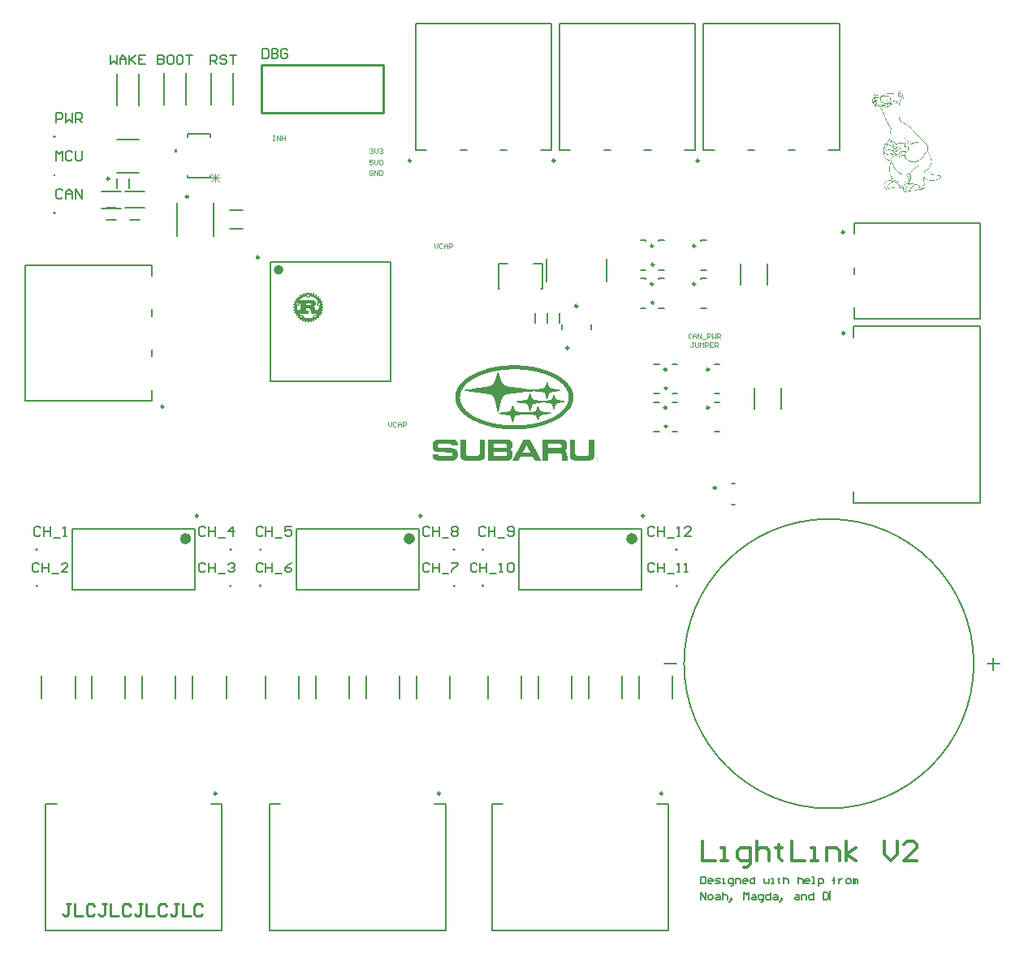
<source format=gto>
G04*
G04 #@! TF.GenerationSoftware,Altium Limited,Altium Designer,24.4.1 (13)*
G04*
G04 Layer_Color=65535*
%FSLAX44Y44*%
%MOMM*%
G71*
G04*
G04 #@! TF.SameCoordinates,D7575A33-01EC-4171-9A11-0C774D8D2981*
G04*
G04*
G04 #@! TF.FilePolarity,Positive*
G04*
G01*
G75*
%ADD10C,0.6000*%
%ADD11C,0.2500*%
%ADD12C,0.1500*%
%ADD13C,0.5000*%
%ADD14C,0.1270*%
%ADD15C,0.2000*%
%ADD16C,0.1524*%
%ADD17C,0.2540*%
%ADD18C,0.1000*%
%ADD19C,0.0762*%
%ADD20C,0.3000*%
G36*
X912859Y878603D02*
X912971D01*
Y878491D01*
X913195D01*
Y878378D01*
X913308D01*
Y878266D01*
X913532D01*
Y878154D01*
X913644D01*
Y878041D01*
X913757D01*
Y877929D01*
X913869D01*
Y877817D01*
X913981D01*
Y877705D01*
X914093D01*
Y877592D01*
X914206D01*
Y877480D01*
X914318D01*
Y877256D01*
X914430D01*
Y877143D01*
X914543D01*
Y876919D01*
X914655D01*
Y876806D01*
X914767D01*
Y876582D01*
X914879D01*
Y876133D01*
X914992D01*
Y875684D01*
X915104D01*
Y875572D01*
X915328D01*
Y875459D01*
X915553D01*
Y875347D01*
X915665D01*
Y875235D01*
X915778D01*
Y875123D01*
X915890D01*
Y875010D01*
X916114D01*
Y874898D01*
X916227D01*
Y874786D01*
X916339D01*
Y874673D01*
X916451D01*
Y874561D01*
X916563D01*
Y874337D01*
X916676D01*
Y874224D01*
X916788D01*
Y874000D01*
X916900D01*
Y873551D01*
X917012D01*
Y872316D01*
X916900D01*
Y871642D01*
X916788D01*
Y871305D01*
X917012D01*
Y871193D01*
X917349D01*
Y871081D01*
X917461D01*
Y870969D01*
X917686D01*
Y870856D01*
X917798D01*
Y870632D01*
X917911D01*
Y870520D01*
X918023D01*
Y870295D01*
X918135D01*
Y869958D01*
X918247D01*
Y869397D01*
X918023D01*
Y869509D01*
X917911D01*
Y869734D01*
X917798D01*
Y869958D01*
X917686D01*
Y870071D01*
X917574D01*
Y870295D01*
X917461D01*
Y870407D01*
X917349D01*
Y870520D01*
X917237D01*
Y870632D01*
X917125D01*
Y870744D01*
X917012D01*
Y870856D01*
X916900D01*
Y870969D01*
X916788D01*
Y871081D01*
X916563D01*
Y870969D01*
X916451D01*
Y870856D01*
X916339D01*
Y870744D01*
X916227D01*
Y870520D01*
X916114D01*
Y870407D01*
X916002D01*
Y870295D01*
X915890D01*
Y870183D01*
X915778D01*
Y869958D01*
X915665D01*
Y869846D01*
X915553D01*
Y869734D01*
X915441D01*
Y869509D01*
X915328D01*
Y869397D01*
X915216D01*
Y869173D01*
X915104D01*
Y869060D01*
X914992D01*
Y868836D01*
X914879D01*
Y868611D01*
X914767D01*
Y868387D01*
X914655D01*
Y868050D01*
X914543D01*
Y867825D01*
X914430D01*
Y867488D01*
X914318D01*
Y867039D01*
X914206D01*
Y866590D01*
X914093D01*
Y866141D01*
X913981D01*
Y865692D01*
X913869D01*
Y865131D01*
X913757D01*
Y864457D01*
X913644D01*
Y863784D01*
X913532D01*
Y862998D01*
X913420D01*
Y861875D01*
X913308D01*
Y859854D01*
X913195D01*
Y852669D01*
X913308D01*
Y851659D01*
X913420D01*
Y850873D01*
X913532D01*
Y850200D01*
X913644D01*
Y849638D01*
X913757D01*
Y849189D01*
X913869D01*
Y848852D01*
X913981D01*
Y848515D01*
X914093D01*
Y848179D01*
X914206D01*
Y847954D01*
X914318D01*
Y847730D01*
X914430D01*
Y847505D01*
X914543D01*
Y847281D01*
X914655D01*
Y847168D01*
X914767D01*
Y846944D01*
X914879D01*
Y846832D01*
X914992D01*
Y846719D01*
X915104D01*
Y846607D01*
X915216D01*
Y846383D01*
X915328D01*
Y846270D01*
X915441D01*
Y846158D01*
X915553D01*
Y846046D01*
X915665D01*
Y845933D01*
X915778D01*
Y845821D01*
X916002D01*
Y845709D01*
X916114D01*
Y845597D01*
X916227D01*
Y845484D01*
X916339D01*
Y845372D01*
X916563D01*
Y845260D01*
X916676D01*
Y845148D01*
X916900D01*
Y845035D01*
X917012D01*
Y844923D01*
X917237D01*
Y844811D01*
X917349D01*
Y844698D01*
X917574D01*
Y844586D01*
X917798D01*
Y844474D01*
X918023D01*
Y844362D01*
X918135D01*
Y844249D01*
X918360D01*
Y844137D01*
X918584D01*
Y844025D01*
X918809D01*
Y843913D01*
X919033D01*
Y843800D01*
X919258D01*
Y843688D01*
X919370D01*
Y843576D01*
X919595D01*
Y843464D01*
X919819D01*
Y843351D01*
X920044D01*
Y843239D01*
X920268D01*
Y843127D01*
X920493D01*
Y843015D01*
X920717D01*
Y842902D01*
X920942D01*
Y842790D01*
X921054D01*
Y842678D01*
X921279D01*
Y842565D01*
X921503D01*
Y842453D01*
X921728D01*
Y842341D01*
X921952D01*
Y842229D01*
X922177D01*
Y842116D01*
X922401D01*
Y842004D01*
X922514D01*
Y841892D01*
X922738D01*
Y841780D01*
X922962D01*
Y841667D01*
X923187D01*
Y841555D01*
X923299D01*
Y841443D01*
X923524D01*
Y841330D01*
X923636D01*
Y841218D01*
X923748D01*
Y841106D01*
X923973D01*
Y840994D01*
X924085D01*
Y840882D01*
X924197D01*
Y840769D01*
X924310D01*
Y840657D01*
X924422D01*
Y840545D01*
X924534D01*
Y840432D01*
X924647D01*
Y840320D01*
X924759D01*
Y840208D01*
X924871D01*
Y840096D01*
X924983D01*
Y839983D01*
X925096D01*
Y839871D01*
X925208D01*
Y839759D01*
X925320D01*
Y839647D01*
X925432D01*
Y839422D01*
X925545D01*
Y839310D01*
X925657D01*
Y839197D01*
X925769D01*
Y839085D01*
X925881D01*
Y838973D01*
X925994D01*
Y838861D01*
X926106D01*
Y838636D01*
X926218D01*
Y838524D01*
X926330D01*
Y838412D01*
X926443D01*
Y838187D01*
X926555D01*
Y838075D01*
X926667D01*
Y837962D01*
X926780D01*
Y837738D01*
X926892D01*
Y837626D01*
X927004D01*
Y837514D01*
X927116D01*
Y837289D01*
X927229D01*
Y837177D01*
X927341D01*
Y837064D01*
X927453D01*
Y836952D01*
X927565D01*
Y836728D01*
X927678D01*
Y836615D01*
X927790D01*
Y836503D01*
X927902D01*
Y836391D01*
X928015D01*
Y836279D01*
X928127D01*
Y836166D01*
X928239D01*
Y836054D01*
X928351D01*
Y835829D01*
X928464D01*
Y835717D01*
X928576D01*
Y835605D01*
X928688D01*
Y835493D01*
X928800D01*
Y835380D01*
X928913D01*
Y835268D01*
X929025D01*
Y835156D01*
X929137D01*
Y835044D01*
X929249D01*
Y834931D01*
X929362D01*
Y834819D01*
X929474D01*
Y834707D01*
X929586D01*
Y834595D01*
X929698D01*
Y834482D01*
X929811D01*
Y834370D01*
X929923D01*
Y834258D01*
X930035D01*
Y834146D01*
X930147D01*
Y834033D01*
X930260D01*
Y833921D01*
X930372D01*
Y833809D01*
X930484D01*
Y833697D01*
X930597D01*
Y833584D01*
X930709D01*
Y833472D01*
X930821D01*
Y833360D01*
X930933D01*
Y833247D01*
X931046D01*
Y833135D01*
X931158D01*
Y833023D01*
X931270D01*
Y832911D01*
X931383D01*
Y832798D01*
X931495D01*
Y832686D01*
X931607D01*
Y832574D01*
X931719D01*
Y832461D01*
X931832D01*
Y832349D01*
X931944D01*
Y832237D01*
X932056D01*
Y832125D01*
X932168D01*
Y832012D01*
X932281D01*
Y831900D01*
X932393D01*
Y831788D01*
X932505D01*
Y831676D01*
X932617D01*
Y831563D01*
X932730D01*
Y831451D01*
X932842D01*
Y831339D01*
X932954D01*
Y831227D01*
X933066D01*
Y831114D01*
X933179D01*
Y831002D01*
X933291D01*
Y830890D01*
X933403D01*
Y830778D01*
X933515D01*
Y830665D01*
X933628D01*
Y830553D01*
X933740D01*
Y830441D01*
X933965D01*
Y830329D01*
X934077D01*
Y830216D01*
X934189D01*
Y830104D01*
X934301D01*
Y829992D01*
X934414D01*
Y829879D01*
X934526D01*
Y829767D01*
X934638D01*
Y829655D01*
X934750D01*
Y829543D01*
X934863D01*
Y829430D01*
X934975D01*
Y829318D01*
X935087D01*
Y829206D01*
X935200D01*
Y829093D01*
X935312D01*
Y828981D01*
X935424D01*
Y828869D01*
X935536D01*
Y828757D01*
X935649D01*
Y828644D01*
X935761D01*
Y828532D01*
X935873D01*
Y828420D01*
X935985D01*
Y828308D01*
X936098D01*
Y828195D01*
X936210D01*
Y828083D01*
X936322D01*
Y827971D01*
X936434D01*
Y827859D01*
X936659D01*
Y827746D01*
X936771D01*
Y827634D01*
X936883D01*
Y827522D01*
X936996D01*
Y827410D01*
X937108D01*
Y827297D01*
X937220D01*
Y827185D01*
X937333D01*
Y827073D01*
X937445D01*
Y826961D01*
X937557D01*
Y826848D01*
X937669D01*
Y826736D01*
X937782D01*
Y826624D01*
X937894D01*
Y826511D01*
X938006D01*
Y826399D01*
X938118D01*
Y826287D01*
X938231D01*
Y826175D01*
X938343D01*
Y826062D01*
X938455D01*
Y825950D01*
X938568D01*
Y825838D01*
X938680D01*
Y825726D01*
X938792D01*
Y825613D01*
X938904D01*
Y825501D01*
X939016D01*
Y825389D01*
X939129D01*
Y825276D01*
X939241D01*
Y825164D01*
X939353D01*
Y825052D01*
X939466D01*
Y824940D01*
X939578D01*
Y824827D01*
X939690D01*
Y824715D01*
X939802D01*
Y824603D01*
X939915D01*
Y824491D01*
X940027D01*
Y824378D01*
X940139D01*
Y824266D01*
X940251D01*
Y824154D01*
X940364D01*
Y824042D01*
X940476D01*
Y823817D01*
X940588D01*
Y823705D01*
X940701D01*
Y823593D01*
X940813D01*
Y823480D01*
X940925D01*
Y823368D01*
X941037D01*
Y823256D01*
X941150D01*
Y823143D01*
X941262D01*
Y822919D01*
X941374D01*
Y822807D01*
X941486D01*
Y822694D01*
X941599D01*
Y822582D01*
X941711D01*
Y822358D01*
X941823D01*
Y822245D01*
X941936D01*
Y822021D01*
X942048D01*
Y821908D01*
X942160D01*
Y821684D01*
X942272D01*
Y821572D01*
X942384D01*
Y821347D01*
X942497D01*
Y821123D01*
X942609D01*
Y820898D01*
X942721D01*
Y820674D01*
X942834D01*
Y820449D01*
X942946D01*
Y820112D01*
X943058D01*
Y819888D01*
X943170D01*
Y819551D01*
X943283D01*
Y819102D01*
X943395D01*
Y818653D01*
X943507D01*
Y817979D01*
X943619D01*
Y815958D01*
X943507D01*
Y815509D01*
X943395D01*
Y815173D01*
X943283D01*
Y814724D01*
X943395D01*
Y814499D01*
X943507D01*
Y814275D01*
X943619D01*
Y814162D01*
X943732D01*
Y813938D01*
X943844D01*
Y813825D01*
X943956D01*
Y813601D01*
X944069D01*
Y813376D01*
X944181D01*
Y813264D01*
X944293D01*
Y813039D01*
X944405D01*
Y812815D01*
X944518D01*
Y812590D01*
X944630D01*
Y812366D01*
X944742D01*
Y812141D01*
X944854D01*
Y811917D01*
X944967D01*
Y811692D01*
X945079D01*
Y811468D01*
X945191D01*
Y811243D01*
X945303D01*
Y811019D01*
X945416D01*
Y810794D01*
X945528D01*
Y810457D01*
X945640D01*
Y810233D01*
X945752D01*
Y810008D01*
X945865D01*
Y809672D01*
X945977D01*
Y809335D01*
X946089D01*
Y809110D01*
X946202D01*
Y808773D01*
X946314D01*
Y808324D01*
X946426D01*
Y807988D01*
X946538D01*
Y807539D01*
X946651D01*
Y807089D01*
X946763D01*
Y806528D01*
X946875D01*
Y805854D01*
X946987D01*
Y804507D01*
X947100D01*
Y803497D01*
X946987D01*
Y802374D01*
X946875D01*
Y801813D01*
X946763D01*
Y801476D01*
X946651D01*
Y801139D01*
X946538D01*
Y800915D01*
X946426D01*
Y800690D01*
X946314D01*
Y800466D01*
X946202D01*
Y800129D01*
X946089D01*
Y800017D01*
X945977D01*
Y799792D01*
X945865D01*
Y799568D01*
X945752D01*
Y799343D01*
X945640D01*
Y799231D01*
X945528D01*
Y799006D01*
X945416D01*
Y798894D01*
X945303D01*
Y798670D01*
X945191D01*
Y798557D01*
X945079D01*
Y798333D01*
X944967D01*
Y798221D01*
X944854D01*
Y798108D01*
X944742D01*
Y797996D01*
X944630D01*
Y797771D01*
X944518D01*
Y797659D01*
X944405D01*
Y797547D01*
X944293D01*
Y797435D01*
X944181D01*
Y797210D01*
X944069D01*
Y797098D01*
X943956D01*
Y796985D01*
X943844D01*
Y796873D01*
X943732D01*
Y796761D01*
X943619D01*
Y796649D01*
X943507D01*
Y796536D01*
X943395D01*
Y796424D01*
X943283D01*
Y796200D01*
X943170D01*
Y796087D01*
X943058D01*
Y795975D01*
X942946D01*
Y795526D01*
X943058D01*
Y795302D01*
X943170D01*
Y795189D01*
X943283D01*
Y794965D01*
X943395D01*
Y794853D01*
X943507D01*
Y794740D01*
X943619D01*
Y794628D01*
X943732D01*
Y794403D01*
X943844D01*
Y794291D01*
X943956D01*
Y794179D01*
X944069D01*
Y794067D01*
X944181D01*
Y793954D01*
X944293D01*
Y793842D01*
X944405D01*
Y793730D01*
X944518D01*
Y793617D01*
X944630D01*
Y793505D01*
X944742D01*
Y793393D01*
X944854D01*
Y793168D01*
X944967D01*
Y793056D01*
X945079D01*
Y792944D01*
X945191D01*
Y792832D01*
X945303D01*
Y792719D01*
X945416D01*
Y792607D01*
X945528D01*
Y792495D01*
X945640D01*
Y792383D01*
X945752D01*
Y792270D01*
X945865D01*
Y792158D01*
X945977D01*
Y792046D01*
X946202D01*
Y791934D01*
X946314D01*
Y791821D01*
X946426D01*
Y791709D01*
X946538D01*
Y791597D01*
X946651D01*
Y791485D01*
X946875D01*
Y791372D01*
X946987D01*
Y791260D01*
X947100D01*
Y791148D01*
X947324D01*
Y791035D01*
X947437D01*
Y790923D01*
X947661D01*
Y790811D01*
X947773D01*
Y790699D01*
X947998D01*
Y790586D01*
X948222D01*
Y790474D01*
X948559D01*
Y790362D01*
X948784D01*
Y790250D01*
X949120D01*
Y790137D01*
X949569D01*
Y790025D01*
X950804D01*
Y789913D01*
X952937D01*
Y789800D01*
X955183D01*
Y789688D01*
X956081D01*
Y789576D01*
X956305D01*
Y789464D01*
X956530D01*
Y789352D01*
X956642D01*
Y789127D01*
X956755D01*
Y788678D01*
X956867D01*
Y788229D01*
X956755D01*
Y787667D01*
X956642D01*
Y787443D01*
X956530D01*
Y787331D01*
X956418D01*
Y787106D01*
X956305D01*
Y786994D01*
X956193D01*
Y786882D01*
X956081D01*
Y786769D01*
X955969D01*
Y786657D01*
X955856D01*
Y786545D01*
X955744D01*
Y786432D01*
X955632D01*
Y786320D01*
X955520D01*
Y786208D01*
X955407D01*
Y786096D01*
X955295D01*
Y785984D01*
X955183D01*
Y785871D01*
X954958D01*
Y785759D01*
X954846D01*
Y785647D01*
X954622D01*
Y785534D01*
X954397D01*
Y785422D01*
X954060D01*
Y785310D01*
X953723D01*
Y785198D01*
X953387D01*
Y785085D01*
X953162D01*
Y784973D01*
X952825D01*
Y784861D01*
X952376D01*
Y784749D01*
X952039D01*
Y784636D01*
X951590D01*
Y784524D01*
X951141D01*
Y784412D01*
X950692D01*
Y784299D01*
X950131D01*
Y784187D01*
X949682D01*
Y784075D01*
X949120D01*
Y783963D01*
X948222D01*
Y783850D01*
X946651D01*
Y783963D01*
X945752D01*
Y784075D01*
X945079D01*
Y784187D01*
X944518D01*
Y784299D01*
X943956D01*
Y784412D01*
X943507D01*
Y784524D01*
X943170D01*
Y784636D01*
X942834D01*
Y784749D01*
X942497D01*
Y784861D01*
X942160D01*
Y784973D01*
X941936D01*
Y785085D01*
X941711D01*
Y785198D01*
X941486D01*
Y785310D01*
X941262D01*
Y785422D01*
X941037D01*
Y785534D01*
X940813D01*
Y785647D01*
X940588D01*
Y785759D01*
X940476D01*
Y785871D01*
X940251D01*
Y785984D01*
X940139D01*
Y786096D01*
X939915D01*
Y786208D01*
X939690D01*
Y786320D01*
X939578D01*
Y786432D01*
X939241D01*
Y786320D01*
X939129D01*
Y785871D01*
X939016D01*
Y785422D01*
X938904D01*
Y784861D01*
X938792D01*
Y784524D01*
X938904D01*
Y784187D01*
X939016D01*
Y783850D01*
X939129D01*
Y783514D01*
X939241D01*
Y783177D01*
X939353D01*
Y782728D01*
X939466D01*
Y782391D01*
X939578D01*
Y782054D01*
X939690D01*
Y781717D01*
X939802D01*
Y781381D01*
X939915D01*
Y780931D01*
X940027D01*
Y780482D01*
X940139D01*
Y780033D01*
X940251D01*
Y779248D01*
X940364D01*
Y777114D01*
X940251D01*
Y776665D01*
X940139D01*
Y776441D01*
X940027D01*
Y776329D01*
X939915D01*
Y776216D01*
X939802D01*
Y775992D01*
X939690D01*
Y775880D01*
X939578D01*
Y775767D01*
X939353D01*
Y775655D01*
X939241D01*
Y775543D01*
X939016D01*
Y775431D01*
X938792D01*
Y775318D01*
X938568D01*
Y775206D01*
X938231D01*
Y775094D01*
X937894D01*
Y774981D01*
X937333D01*
Y774869D01*
X936771D01*
Y774757D01*
X935761D01*
Y774645D01*
X934638D01*
Y774532D01*
X933515D01*
Y774420D01*
X932617D01*
Y774308D01*
X932056D01*
Y774196D01*
X931607D01*
Y774083D01*
X931046D01*
Y773971D01*
X930597D01*
Y773859D01*
X930035D01*
Y773746D01*
X929249D01*
Y773634D01*
X928464D01*
Y773522D01*
X927678D01*
Y773410D01*
X926780D01*
Y773297D01*
X925881D01*
Y773185D01*
X925208D01*
Y773073D01*
X924422D01*
Y772961D01*
X923636D01*
Y772848D01*
X923075D01*
Y772736D01*
X922514D01*
Y772624D01*
X922064D01*
Y772512D01*
X921615D01*
Y772399D01*
X921054D01*
Y772287D01*
X920605D01*
Y772175D01*
X920156D01*
Y772063D01*
X919707D01*
Y771950D01*
X919370D01*
Y772063D01*
X919146D01*
Y772175D01*
X918921D01*
Y772287D01*
X918809D01*
Y772399D01*
X918584D01*
Y772512D01*
X918472D01*
Y772624D01*
X918360D01*
Y772736D01*
X918247D01*
Y772848D01*
X918135D01*
Y773073D01*
X918023D01*
Y773185D01*
X917911D01*
Y773297D01*
X917798D01*
Y773522D01*
X917686D01*
Y773746D01*
X917574D01*
Y773971D01*
X917461D01*
Y774196D01*
X917349D01*
Y774532D01*
X917237D01*
Y774869D01*
X917125D01*
Y775992D01*
X917012D01*
Y776553D01*
X916451D01*
Y776441D01*
X913757D01*
Y776553D01*
X913195D01*
Y776665D01*
X912746D01*
Y776778D01*
X908368D01*
Y776665D01*
X907470D01*
Y776553D01*
X906684D01*
Y776441D01*
X906010D01*
Y776329D01*
X905337D01*
Y776216D01*
X904775D01*
Y776104D01*
X904326D01*
Y775992D01*
X903877D01*
Y775880D01*
X903428D01*
Y775767D01*
X902979D01*
Y775655D01*
X902530D01*
Y775543D01*
X902193D01*
Y775431D01*
X901857D01*
Y775318D01*
X901520D01*
Y775206D01*
X901183D01*
Y775094D01*
X900846D01*
Y774981D01*
X900509D01*
Y774869D01*
X900173D01*
Y774757D01*
X899836D01*
Y774645D01*
X899387D01*
Y774757D01*
X899275D01*
Y774869D01*
X899162D01*
Y774981D01*
X899050D01*
Y775094D01*
X898938D01*
Y775206D01*
X898825D01*
Y775318D01*
X898713D01*
Y775543D01*
X898601D01*
Y775655D01*
X898489D01*
Y775880D01*
X898376D01*
Y776104D01*
X898264D01*
Y776329D01*
X898152D01*
Y776441D01*
X898039D01*
Y776778D01*
X897927D01*
Y777002D01*
X897815D01*
Y777339D01*
X897703D01*
Y777788D01*
X897590D01*
Y778462D01*
X897478D01*
Y779472D01*
X897590D01*
Y780146D01*
X897703D01*
Y780595D01*
X897815D01*
Y780931D01*
X897927D01*
Y781268D01*
X898039D01*
Y781493D01*
X898152D01*
Y781717D01*
X898264D01*
Y781830D01*
X898376D01*
Y782054D01*
X898489D01*
Y782166D01*
X898601D01*
Y782279D01*
X898713D01*
Y782503D01*
X898825D01*
Y782616D01*
X898938D01*
Y782728D01*
X899050D01*
Y782840D01*
X899275D01*
Y782952D01*
X899387D01*
Y783065D01*
X899499D01*
Y783177D01*
X899724D01*
Y783289D01*
X899948D01*
Y783401D01*
X900060D01*
Y783514D01*
X900285D01*
Y783626D01*
X900622D01*
Y783738D01*
X900846D01*
Y783850D01*
X901183D01*
Y783963D01*
X901520D01*
Y784075D01*
X901857D01*
Y784187D01*
X902418D01*
Y784299D01*
X902979D01*
Y784412D01*
X903428D01*
Y784524D01*
X903653D01*
Y784636D01*
X903765D01*
Y784749D01*
X903877D01*
Y784861D01*
X903990D01*
Y784973D01*
X904214D01*
Y785085D01*
X904326D01*
Y785198D01*
X904439D01*
Y785310D01*
X904551D01*
Y785422D01*
X904775D01*
Y785534D01*
X905000D01*
Y785647D01*
X905225D01*
Y785759D01*
X905561D01*
Y785871D01*
X905674D01*
Y786096D01*
X905561D01*
Y786320D01*
X905449D01*
Y786545D01*
X905337D01*
Y786769D01*
X905225D01*
Y786994D01*
X905112D01*
Y787218D01*
X905000D01*
Y787443D01*
X904888D01*
Y787667D01*
X904775D01*
Y787892D01*
X904663D01*
Y788229D01*
X904551D01*
Y788453D01*
X904439D01*
Y788790D01*
X904326D01*
Y789127D01*
X904214D01*
Y789464D01*
X904102D01*
Y789800D01*
X903990D01*
Y790250D01*
X903877D01*
Y790586D01*
X903765D01*
Y791035D01*
X903653D01*
Y791485D01*
X903540D01*
Y791934D01*
X903428D01*
Y792383D01*
X903316D01*
Y792944D01*
X903204D01*
Y796087D01*
X903092D01*
Y797210D01*
X903204D01*
Y798894D01*
X903316D01*
Y799568D01*
X903428D01*
Y800241D01*
X903540D01*
Y800803D01*
X903653D01*
Y801252D01*
X903765D01*
Y801701D01*
X903877D01*
Y802150D01*
X903990D01*
Y802487D01*
X904102D01*
Y802936D01*
X904214D01*
Y803272D01*
X904326D01*
Y803609D01*
X904439D01*
Y803946D01*
X904551D01*
Y804395D01*
X904663D01*
Y804732D01*
X904326D01*
Y804844D01*
X903653D01*
Y804956D01*
X903092D01*
Y805069D01*
X902530D01*
Y805181D01*
X902081D01*
Y805293D01*
X901744D01*
Y805406D01*
X901407D01*
Y805518D01*
X901183D01*
Y805630D01*
X900958D01*
Y805742D01*
X900734D01*
Y805854D01*
X900509D01*
Y805967D01*
X900285D01*
Y806079D01*
X900173D01*
Y806191D01*
X899948D01*
Y806304D01*
X899836D01*
Y806416D01*
X899724D01*
Y806528D01*
X899611D01*
Y806640D01*
X899499D01*
Y806753D01*
X899387D01*
Y806865D01*
X899275D01*
Y806977D01*
X899162D01*
Y807089D01*
X899050D01*
Y807202D01*
X898938D01*
Y807314D01*
X898825D01*
Y807539D01*
X898713D01*
Y807651D01*
X898601D01*
Y807763D01*
X898489D01*
Y807988D01*
X898376D01*
Y808212D01*
X898264D01*
Y808324D01*
X898152D01*
Y808549D01*
X898039D01*
Y808773D01*
X897927D01*
Y809110D01*
X897815D01*
Y809335D01*
X897703D01*
Y809559D01*
X897590D01*
Y809896D01*
X897478D01*
Y810233D01*
X897366D01*
Y810570D01*
X897254D01*
Y811019D01*
X897141D01*
Y811692D01*
X897029D01*
Y812478D01*
X896917D01*
Y817306D01*
X897029D01*
Y818204D01*
X897141D01*
Y818765D01*
X897254D01*
Y819326D01*
X897366D01*
Y819663D01*
X897478D01*
Y820000D01*
X897590D01*
Y820337D01*
X897703D01*
Y820561D01*
X897815D01*
Y820898D01*
X897927D01*
Y821123D01*
X898039D01*
Y821347D01*
X898152D01*
Y821572D01*
X898264D01*
Y821684D01*
X898376D01*
Y821908D01*
X898489D01*
Y822133D01*
X898601D01*
Y822245D01*
X898713D01*
Y822470D01*
X898825D01*
Y822582D01*
X898938D01*
Y822807D01*
X899050D01*
Y822919D01*
X899162D01*
Y823031D01*
X899275D01*
Y823256D01*
X899387D01*
Y823368D01*
X899499D01*
Y823480D01*
X899611D01*
Y823593D01*
X899724D01*
Y823705D01*
X899836D01*
Y823817D01*
X899948D01*
Y824042D01*
X900060D01*
Y824154D01*
X900173D01*
Y824266D01*
X900285D01*
Y824378D01*
X900397D01*
Y824491D01*
X900509D01*
Y824603D01*
X900622D01*
Y824715D01*
X900734D01*
Y824827D01*
X900846D01*
Y824940D01*
X901071D01*
Y825052D01*
X901183D01*
Y825164D01*
X901295D01*
Y825276D01*
X901407D01*
Y825389D01*
X901520D01*
Y825501D01*
X901632D01*
Y825613D01*
X901857D01*
Y825726D01*
X901969D01*
Y825838D01*
X902081D01*
Y825950D01*
X902193D01*
Y826062D01*
X902418D01*
Y826175D01*
X902530D01*
Y826287D01*
X902642D01*
Y826399D01*
X902867D01*
Y826511D01*
X902979D01*
Y826624D01*
X903092D01*
Y826848D01*
X903204D01*
Y828308D01*
X903316D01*
Y830441D01*
X903428D01*
Y831563D01*
X903540D01*
Y832574D01*
X903653D01*
Y833360D01*
X903765D01*
Y834146D01*
X903877D01*
Y834707D01*
X903990D01*
Y835380D01*
X904102D01*
Y835942D01*
X904214D01*
Y836391D01*
X904326D01*
Y836840D01*
X904439D01*
Y837401D01*
X904551D01*
Y837962D01*
X904663D01*
Y838075D01*
X904551D01*
Y838412D01*
X904439D01*
Y838636D01*
X904326D01*
Y838748D01*
X904214D01*
Y838973D01*
X904102D01*
Y839197D01*
X903990D01*
Y839310D01*
X903877D01*
Y839534D01*
X903765D01*
Y839647D01*
X903653D01*
Y839871D01*
X903540D01*
Y839983D01*
X903428D01*
Y840208D01*
X903316D01*
Y840432D01*
X903204D01*
Y840545D01*
X903092D01*
Y840769D01*
X902979D01*
Y840994D01*
X902867D01*
Y841106D01*
X902755D01*
Y841330D01*
X902642D01*
Y841555D01*
X902530D01*
Y841667D01*
X902418D01*
Y841892D01*
X902306D01*
Y842116D01*
X902193D01*
Y842341D01*
X902081D01*
Y842565D01*
X901969D01*
Y842790D01*
X901857D01*
Y842902D01*
X901744D01*
Y843127D01*
X901632D01*
Y843351D01*
X901520D01*
Y843576D01*
X901407D01*
Y843800D01*
X901295D01*
Y844025D01*
X901183D01*
Y844249D01*
X901071D01*
Y844474D01*
X900958D01*
Y844698D01*
X900846D01*
Y844923D01*
X900734D01*
Y845148D01*
X900622D01*
Y845372D01*
X900509D01*
Y845597D01*
X900397D01*
Y845821D01*
X900285D01*
Y846046D01*
X900173D01*
Y846270D01*
X900060D01*
Y846495D01*
X899948D01*
Y846719D01*
X899836D01*
Y846944D01*
X899724D01*
Y847281D01*
X899611D01*
Y847505D01*
X899499D01*
Y847730D01*
X899387D01*
Y847954D01*
X899275D01*
Y848179D01*
X899162D01*
Y848403D01*
X899050D01*
Y848628D01*
X898938D01*
Y848965D01*
X898825D01*
Y849189D01*
X898713D01*
Y849414D01*
X898601D01*
Y849638D01*
X898489D01*
Y849975D01*
X898376D01*
Y850200D01*
X898264D01*
Y850424D01*
X898152D01*
Y850761D01*
X898039D01*
Y850985D01*
X897927D01*
Y851210D01*
X897815D01*
Y851434D01*
X897703D01*
Y851771D01*
X897590D01*
Y851996D01*
X897478D01*
Y852333D01*
X897366D01*
Y852557D01*
X897254D01*
Y852782D01*
X897141D01*
Y853118D01*
X897029D01*
Y853343D01*
X896917D01*
Y853680D01*
X896805D01*
Y853904D01*
X896692D01*
Y854241D01*
X896580D01*
Y854466D01*
X896468D01*
Y854802D01*
X896356D01*
Y855139D01*
X896243D01*
Y855364D01*
X896131D01*
Y855701D01*
X896019D01*
Y856037D01*
X895907D01*
Y856262D01*
X895794D01*
Y856599D01*
X895682D01*
Y856823D01*
X895570D01*
Y857160D01*
X895457D01*
Y857497D01*
X895345D01*
Y857834D01*
X895233D01*
Y858058D01*
X895121D01*
Y858170D01*
X895008D01*
Y858283D01*
X894896D01*
Y858395D01*
X894784D01*
Y858507D01*
X894671D01*
Y858620D01*
X894559D01*
Y858732D01*
X894335D01*
Y858844D01*
X894222D01*
Y858956D01*
X894110D01*
Y859069D01*
X893886D01*
Y859181D01*
X893773D01*
Y859293D01*
X893661D01*
Y859405D01*
X893437D01*
Y859518D01*
X893324D01*
Y859630D01*
X893212D01*
Y859742D01*
X893100D01*
Y859854D01*
X892988D01*
Y859967D01*
X892875D01*
Y860079D01*
X892763D01*
Y860191D01*
X892651D01*
Y860303D01*
X892539D01*
Y860416D01*
X892426D01*
Y860528D01*
X892314D01*
Y860640D01*
X892202D01*
Y860865D01*
X892089D01*
Y860977D01*
X891977D01*
Y861202D01*
X891865D01*
Y861314D01*
X891753D01*
Y861426D01*
X891640D01*
Y861651D01*
X891528D01*
Y861763D01*
X891416D01*
Y861987D01*
X891304D01*
Y862100D01*
X891191D01*
Y862212D01*
X891079D01*
Y862324D01*
X890967D01*
Y862437D01*
X890854D01*
Y862661D01*
X890742D01*
Y862773D01*
X890630D01*
Y862886D01*
X890518D01*
Y862998D01*
X890405D01*
Y863110D01*
X890293D01*
Y863222D01*
X890181D01*
Y863335D01*
X890069D01*
Y863447D01*
X889956D01*
Y863559D01*
X889844D01*
Y863671D01*
X889732D01*
Y863784D01*
X889507D01*
Y863671D01*
X889395D01*
Y863447D01*
X889283D01*
Y861763D01*
X889395D01*
Y860416D01*
X889507D01*
Y859854D01*
X889395D01*
Y859967D01*
X889283D01*
Y860191D01*
X889171D01*
Y860416D01*
X889058D01*
Y860752D01*
X888946D01*
Y861314D01*
X888834D01*
Y862549D01*
X888946D01*
Y863447D01*
X889058D01*
Y863559D01*
X888385D01*
Y862773D01*
X888272D01*
Y862324D01*
X888160D01*
Y861875D01*
X888048D01*
Y861426D01*
X887936D01*
Y861089D01*
X887823D01*
Y860865D01*
X887711D01*
Y860977D01*
X887599D01*
Y861538D01*
X887711D01*
Y862212D01*
X887823D01*
Y862661D01*
X887936D01*
Y863110D01*
X888048D01*
Y863559D01*
X887936D01*
Y863671D01*
X887823D01*
Y863784D01*
X887486D01*
Y863896D01*
X887038D01*
Y864008D01*
X886813D01*
Y864120D01*
X886588D01*
Y864233D01*
X886476D01*
Y864345D01*
X886364D01*
Y864457D01*
X886252D01*
Y864569D01*
X886139D01*
Y864682D01*
X886027D01*
Y864794D01*
X885915D01*
Y864906D01*
X885803D01*
Y865131D01*
X885690D01*
Y865243D01*
X885578D01*
Y865468D01*
X885466D01*
Y865692D01*
X885353D01*
Y866029D01*
X885241D01*
Y866366D01*
X885129D01*
Y867152D01*
X885017D01*
Y867937D01*
X885129D01*
Y868499D01*
X885241D01*
Y868836D01*
X885353D01*
Y869173D01*
X885466D01*
Y869397D01*
X885578D01*
Y869622D01*
X885690D01*
Y869734D01*
X885803D01*
Y869958D01*
X885915D01*
Y870071D01*
X886027D01*
Y870183D01*
X886139D01*
Y870295D01*
X886252D01*
Y870520D01*
X886364D01*
Y870632D01*
X886588D01*
Y870744D01*
X886701D01*
Y870856D01*
X886813D01*
Y870969D01*
X886925D01*
Y871305D01*
X886813D01*
Y871979D01*
X886701D01*
Y873102D01*
X886813D01*
Y873326D01*
X886925D01*
Y873551D01*
X887038D01*
Y873663D01*
X887150D01*
Y873775D01*
X887262D01*
Y873888D01*
X887374D01*
Y874000D01*
X887486D01*
Y874112D01*
X887711D01*
Y874224D01*
X887823D01*
Y874337D01*
X888048D01*
Y874449D01*
X888385D01*
Y874561D01*
X888497D01*
Y874337D01*
X888385D01*
Y874224D01*
X888272D01*
Y874112D01*
X888160D01*
Y874000D01*
X888048D01*
Y873888D01*
X887936D01*
Y873775D01*
X887823D01*
Y873663D01*
X887711D01*
Y873551D01*
X887599D01*
Y873438D01*
X887486D01*
Y873326D01*
X887374D01*
Y873102D01*
X887262D01*
Y872765D01*
X887150D01*
Y871418D01*
X887262D01*
Y871081D01*
X887486D01*
Y871193D01*
X887599D01*
Y871305D01*
X887711D01*
Y871530D01*
X887823D01*
Y871755D01*
X887936D01*
Y871867D01*
X888048D01*
Y871979D01*
X888160D01*
Y872091D01*
X888272D01*
Y872204D01*
X888385D01*
Y872316D01*
X888497D01*
Y872428D01*
X888609D01*
Y872540D01*
X888721D01*
Y872653D01*
X888834D01*
Y872765D01*
X889058D01*
Y872877D01*
X889171D01*
Y872990D01*
X889395D01*
Y873102D01*
X889732D01*
Y873214D01*
X890069D01*
Y873326D01*
X890518D01*
Y873214D01*
X890630D01*
Y873102D01*
X890518D01*
Y872990D01*
X890293D01*
Y872877D01*
X890069D01*
Y872765D01*
X889844D01*
Y872653D01*
X889620D01*
Y872540D01*
X889507D01*
Y872428D01*
X889283D01*
Y872316D01*
X889171D01*
Y872204D01*
X888946D01*
Y872091D01*
X888834D01*
Y871979D01*
X888609D01*
Y871867D01*
X888497D01*
Y871755D01*
X888385D01*
Y871642D01*
X888272D01*
Y871530D01*
X888160D01*
Y871418D01*
X888048D01*
Y871305D01*
X887936D01*
Y871193D01*
X887823D01*
Y871081D01*
X888160D01*
Y870969D01*
X888946D01*
Y870856D01*
X890293D01*
Y870744D01*
X891977D01*
Y870856D01*
X892202D01*
Y870969D01*
X892426D01*
Y871081D01*
X892651D01*
Y871193D01*
X892875D01*
Y871305D01*
X892988D01*
Y871418D01*
X893212D01*
Y871530D01*
X893437D01*
Y871642D01*
X893549D01*
Y871755D01*
X893773D01*
Y871867D01*
X893886D01*
Y871979D01*
X894110D01*
Y872091D01*
X894335D01*
Y872204D01*
X894447D01*
Y872316D01*
X894671D01*
Y872428D01*
X894784D01*
Y872540D01*
X895008D01*
Y872653D01*
X895121D01*
Y872765D01*
X895345D01*
Y872877D01*
X895457D01*
Y872990D01*
X895682D01*
Y873102D01*
X895907D01*
Y873214D01*
X896131D01*
Y873326D01*
X896243D01*
Y873438D01*
X896468D01*
Y873551D01*
X896580D01*
Y873663D01*
X896805D01*
Y873775D01*
X897029D01*
Y873888D01*
X897254D01*
Y874000D01*
X897478D01*
Y874112D01*
X897815D01*
Y874224D01*
X898039D01*
Y874337D01*
X898376D01*
Y874449D01*
X898713D01*
Y874561D01*
X899050D01*
Y874673D01*
X899499D01*
Y874786D01*
X900060D01*
Y874898D01*
X900734D01*
Y875010D01*
X901632D01*
Y875123D01*
X902979D01*
Y875235D01*
X903540D01*
Y875123D01*
X905898D01*
Y875010D01*
X907021D01*
Y874898D01*
X907919D01*
Y874786D01*
X908817D01*
Y874673D01*
X911736D01*
Y874786D01*
X911961D01*
Y874898D01*
X912185D01*
Y875010D01*
X912410D01*
Y875123D01*
X912634D01*
Y875235D01*
X912746D01*
Y875347D01*
X912971D01*
Y875459D01*
X913195D01*
Y875572D01*
X913420D01*
Y875684D01*
X913532D01*
Y875796D01*
X913195D01*
Y875908D01*
X912971D01*
Y876021D01*
X912746D01*
Y876133D01*
X911961D01*
Y876245D01*
X911736D01*
Y876470D01*
X911848D01*
Y876582D01*
X912971D01*
Y876470D01*
X913195D01*
Y876357D01*
X913420D01*
Y876245D01*
X913532D01*
Y876133D01*
X913644D01*
Y876021D01*
X913757D01*
Y875908D01*
X913981D01*
Y875796D01*
X914318D01*
Y875684D01*
X914655D01*
Y875796D01*
X914767D01*
Y875908D01*
X914655D01*
Y876133D01*
X914543D01*
Y876357D01*
X914430D01*
Y876470D01*
X914318D01*
Y876694D01*
X914206D01*
Y876806D01*
X914093D01*
Y876919D01*
X913981D01*
Y877031D01*
X913869D01*
Y877143D01*
X913757D01*
Y877256D01*
X913644D01*
Y877480D01*
X913532D01*
Y877592D01*
X913420D01*
Y877705D01*
X913308D01*
Y877817D01*
X913195D01*
Y877929D01*
X913083D01*
Y878041D01*
X912971D01*
Y878154D01*
X912746D01*
Y878266D01*
X912634D01*
Y878378D01*
X912522D01*
Y878491D01*
X912297D01*
Y878603D01*
X912185D01*
Y878715D01*
X912859D01*
Y878603D01*
D02*
G37*
G36*
X916676Y870520D02*
X916900D01*
Y870407D01*
X917125D01*
Y870295D01*
X917237D01*
Y870183D01*
X917349D01*
Y870071D01*
X917574D01*
Y869846D01*
X917686D01*
Y869734D01*
X917798D01*
Y869509D01*
X917911D01*
Y869173D01*
X917686D01*
Y869285D01*
X917574D01*
Y869397D01*
X917461D01*
Y869509D01*
X917349D01*
Y869622D01*
X917237D01*
Y869734D01*
X917125D01*
Y869846D01*
X917012D01*
Y869958D01*
X916900D01*
Y870071D01*
X916788D01*
Y870183D01*
X916676D01*
Y870295D01*
X916563D01*
Y870407D01*
X916451D01*
Y870520D01*
X916339D01*
Y870632D01*
X916676D01*
Y870520D01*
D02*
G37*
G36*
X160588Y813098D02*
X158048D01*
Y816908D01*
X160588D01*
Y813098D01*
D02*
G37*
G36*
X297286Y667779D02*
X297393D01*
Y667743D01*
X297465D01*
Y667708D01*
X297500D01*
Y667672D01*
X297536D01*
Y667636D01*
X297572D01*
Y667600D01*
X297608D01*
Y667529D01*
X297643D01*
Y667493D01*
X297679D01*
Y667422D01*
X297715D01*
Y667351D01*
X297750D01*
Y667315D01*
X297786D01*
Y667243D01*
X297822D01*
Y667172D01*
X297857D01*
Y667136D01*
X297893D01*
Y667065D01*
X297929D01*
Y667029D01*
X297965D01*
Y666958D01*
X298000D01*
Y666887D01*
X298036D01*
Y666851D01*
X298072D01*
Y666779D01*
X298107D01*
Y666708D01*
X298143D01*
Y666672D01*
X298179D01*
Y666601D01*
X298214D01*
Y666565D01*
X298250D01*
Y666494D01*
X298286D01*
Y666423D01*
X298321D01*
Y666387D01*
X298357D01*
Y666315D01*
X298393D01*
Y666280D01*
X298429D01*
Y666244D01*
X298536D01*
Y666208D01*
X298821D01*
Y666244D01*
X298857D01*
Y666280D01*
X298893D01*
Y666315D01*
X298928D01*
Y666387D01*
X298964D01*
Y666423D01*
X299000D01*
Y666458D01*
X299035D01*
Y666494D01*
X299071D01*
Y666530D01*
X299107D01*
Y666565D01*
X299143D01*
Y666601D01*
X299178D01*
Y666637D01*
X299214D01*
Y666672D01*
X299250D01*
Y666708D01*
X299285D01*
Y666744D01*
X299321D01*
Y666779D01*
X299357D01*
Y666815D01*
X299392D01*
Y666851D01*
X299428D01*
Y666887D01*
X299464D01*
Y666958D01*
X299499D01*
Y666994D01*
X299535D01*
Y667029D01*
X299571D01*
Y667065D01*
X299607D01*
Y667101D01*
X299642D01*
Y667136D01*
X299678D01*
Y667172D01*
X299714D01*
Y667208D01*
X299749D01*
Y667243D01*
X299785D01*
Y667279D01*
X299821D01*
Y667315D01*
X299856D01*
Y667351D01*
X299892D01*
Y667386D01*
X299928D01*
Y667422D01*
X299964D01*
Y667458D01*
X300035D01*
Y667493D01*
X300392D01*
Y667458D01*
X300428D01*
Y667422D01*
X300499D01*
Y667386D01*
X300535D01*
Y667351D01*
X300570D01*
Y667315D01*
X300606D01*
Y667243D01*
X300642D01*
Y667136D01*
X300678D01*
Y667065D01*
X300713D01*
Y666958D01*
X300749D01*
Y666851D01*
X300785D01*
Y666779D01*
X300820D01*
Y666672D01*
X300856D01*
Y666565D01*
X300892D01*
Y666494D01*
X300927D01*
Y666387D01*
X300963D01*
Y666280D01*
X300999D01*
Y666208D01*
X301035D01*
Y666101D01*
X301070D01*
Y665994D01*
X301106D01*
Y665923D01*
X301142D01*
Y665816D01*
X301177D01*
Y665744D01*
X301213D01*
Y665708D01*
X301320D01*
Y665673D01*
X301427D01*
Y665637D01*
X301606D01*
Y665673D01*
X301641D01*
Y665708D01*
X301677D01*
Y665744D01*
X301748D01*
Y665780D01*
X301784D01*
Y665816D01*
X301856D01*
Y665851D01*
X301891D01*
Y665887D01*
X301927D01*
Y665923D01*
X301998D01*
Y665958D01*
X302034D01*
Y665994D01*
X302105D01*
Y666030D01*
X302141D01*
Y666066D01*
X302177D01*
Y666101D01*
X302248D01*
Y666137D01*
X302284D01*
Y666173D01*
X302355D01*
Y666208D01*
X302391D01*
Y666244D01*
X302427D01*
Y666280D01*
X302498D01*
Y666315D01*
X302534D01*
Y666351D01*
X302605D01*
Y666387D01*
X302641D01*
Y666423D01*
X302677D01*
Y666458D01*
X302748D01*
Y666494D01*
X302784D01*
Y666530D01*
X302855D01*
Y666565D01*
X302891D01*
Y666601D01*
X302998D01*
Y666637D01*
X303212D01*
Y666601D01*
X303319D01*
Y666565D01*
X303355D01*
Y666530D01*
X303391D01*
Y666494D01*
X303462D01*
Y666423D01*
X303498D01*
Y666351D01*
X303533D01*
Y666244D01*
X303569D01*
Y666030D01*
X303605D01*
Y665816D01*
X303640D01*
Y665601D01*
X303676D01*
Y665387D01*
X303712D01*
Y665173D01*
X303747D01*
Y664959D01*
X303783D01*
Y664745D01*
X303819D01*
Y664673D01*
X303855D01*
Y664638D01*
X303926D01*
Y664602D01*
X303997D01*
Y664566D01*
X304069D01*
Y664530D01*
X304212D01*
Y664566D01*
X304319D01*
Y664602D01*
X304390D01*
Y664638D01*
X304461D01*
Y664673D01*
X304533D01*
Y664709D01*
X304604D01*
Y664745D01*
X304676D01*
Y664780D01*
X304783D01*
Y664816D01*
X304854D01*
Y664852D01*
X304925D01*
Y664887D01*
X304997D01*
Y664923D01*
X305068D01*
Y664959D01*
X305175D01*
Y664995D01*
X305247D01*
Y665030D01*
X305318D01*
Y665066D01*
X305389D01*
Y665102D01*
X305497D01*
Y665137D01*
X305568D01*
Y665173D01*
X305639D01*
Y665209D01*
X305889D01*
Y665173D01*
X305961D01*
Y665137D01*
X306032D01*
Y665102D01*
X306068D01*
Y665066D01*
X306103D01*
Y665030D01*
X306139D01*
Y664995D01*
X306175D01*
Y664923D01*
X306210D01*
Y663781D01*
X306175D01*
Y663103D01*
X306246D01*
Y663067D01*
X306282D01*
Y663031D01*
X306318D01*
Y662996D01*
X306353D01*
Y662960D01*
X306389D01*
Y662924D01*
X306567D01*
Y662960D01*
X306710D01*
Y662996D01*
X306889D01*
Y663031D01*
X307031D01*
Y663067D01*
X307174D01*
Y663103D01*
X307317D01*
Y663138D01*
X307496D01*
Y663174D01*
X307638D01*
Y663210D01*
X307781D01*
Y663245D01*
X307924D01*
Y663281D01*
X308245D01*
Y663245D01*
X308352D01*
Y663210D01*
X308388D01*
Y663174D01*
X308424D01*
Y663138D01*
X308459D01*
Y663103D01*
X308495D01*
Y663031D01*
X308531D01*
Y662960D01*
X308566D01*
Y662710D01*
X308531D01*
Y662567D01*
X308495D01*
Y662424D01*
X308459D01*
Y662282D01*
X308424D01*
Y662103D01*
X308388D01*
Y661960D01*
X308352D01*
Y661818D01*
X308317D01*
Y661675D01*
X308281D01*
Y661496D01*
X308245D01*
Y661354D01*
X308209D01*
Y661211D01*
X308174D01*
Y661175D01*
X308209D01*
Y661104D01*
X308245D01*
Y661068D01*
X308281D01*
Y661032D01*
X308317D01*
Y660996D01*
X308352D01*
Y660961D01*
X308388D01*
Y660890D01*
X308674D01*
Y660925D01*
X309709D01*
Y660961D01*
X310137D01*
Y660925D01*
X310208D01*
Y660890D01*
X310280D01*
Y660854D01*
X310316D01*
Y660818D01*
X310351D01*
Y660782D01*
X310387D01*
Y660747D01*
X310423D01*
Y660675D01*
X310458D01*
Y660568D01*
X310494D01*
Y660461D01*
X310458D01*
Y660318D01*
X310423D01*
Y660247D01*
X310387D01*
Y660140D01*
X310351D01*
Y660068D01*
X310316D01*
Y659997D01*
X310280D01*
Y659926D01*
X310244D01*
Y659854D01*
X310208D01*
Y659747D01*
X310173D01*
Y659676D01*
X310137D01*
Y659604D01*
X310102D01*
Y659533D01*
X310066D01*
Y659462D01*
X310030D01*
Y659354D01*
X309994D01*
Y659283D01*
X309959D01*
Y659212D01*
X309923D01*
Y659140D01*
X309887D01*
Y659069D01*
X309852D01*
Y658962D01*
X309816D01*
Y658891D01*
X309780D01*
Y658819D01*
X309816D01*
Y658748D01*
X309852D01*
Y658676D01*
X309887D01*
Y658605D01*
X309923D01*
Y658569D01*
X309959D01*
Y658533D01*
X310066D01*
Y658498D01*
X310316D01*
Y658462D01*
X310530D01*
Y658426D01*
X310744D01*
Y658391D01*
X310958D01*
Y658355D01*
X311172D01*
Y658319D01*
X311387D01*
Y658284D01*
X311565D01*
Y658248D01*
X311672D01*
Y658212D01*
X311708D01*
Y658176D01*
X311779D01*
Y658141D01*
X311815D01*
Y658069D01*
X311851D01*
Y657998D01*
X311886D01*
Y657641D01*
X311851D01*
Y657605D01*
X311815D01*
Y657534D01*
X311779D01*
Y657498D01*
X311744D01*
Y657427D01*
X311708D01*
Y657391D01*
X311672D01*
Y657320D01*
X311636D01*
Y657284D01*
X311601D01*
Y657248D01*
X311565D01*
Y657177D01*
X311529D01*
Y657141D01*
X311494D01*
Y657070D01*
X311458D01*
Y657034D01*
X311422D01*
Y656999D01*
X311387D01*
Y656927D01*
X311351D01*
Y656891D01*
X311315D01*
Y656820D01*
X311280D01*
Y656784D01*
X311244D01*
Y656749D01*
X311208D01*
Y656677D01*
X311172D01*
Y656642D01*
X311137D01*
Y656606D01*
X311101D01*
Y656535D01*
X311065D01*
Y656499D01*
X311030D01*
Y656427D01*
X310994D01*
Y656392D01*
X310958D01*
Y656356D01*
X310923D01*
Y656285D01*
X310887D01*
Y656249D01*
X310923D01*
Y656106D01*
X310958D01*
Y655999D01*
X310994D01*
Y655928D01*
X311030D01*
Y655892D01*
X311137D01*
Y655856D01*
X311208D01*
Y655820D01*
X311315D01*
Y655785D01*
X311422D01*
Y655749D01*
X311494D01*
Y655713D01*
X311601D01*
Y655678D01*
X311708D01*
Y655642D01*
X311779D01*
Y655606D01*
X311886D01*
Y655571D01*
X311993D01*
Y655535D01*
X312065D01*
Y655499D01*
X312172D01*
Y655463D01*
X312279D01*
Y655428D01*
X312350D01*
Y655392D01*
X312458D01*
Y655356D01*
X312529D01*
Y655321D01*
X312600D01*
Y655285D01*
X312636D01*
Y655249D01*
X312672D01*
Y655214D01*
X312707D01*
Y655142D01*
X312743D01*
Y655071D01*
X312779D01*
Y654821D01*
X312743D01*
Y654714D01*
X312707D01*
Y654678D01*
X312672D01*
Y654642D01*
X312636D01*
Y654571D01*
X312600D01*
Y654535D01*
X312529D01*
Y654500D01*
X312493D01*
Y654464D01*
X312458D01*
Y654428D01*
X312422D01*
Y654393D01*
X312386D01*
Y654357D01*
X312350D01*
Y654321D01*
X312315D01*
Y654286D01*
X312279D01*
Y654250D01*
X312243D01*
Y654214D01*
X312208D01*
Y654178D01*
X312172D01*
Y654143D01*
X312136D01*
Y654107D01*
X312101D01*
Y654071D01*
X312029D01*
Y654036D01*
X311993D01*
Y654000D01*
X311958D01*
Y653964D01*
X311922D01*
Y653929D01*
X311886D01*
Y653893D01*
X311851D01*
Y653857D01*
X311815D01*
Y653821D01*
X311779D01*
Y653786D01*
X311744D01*
Y653750D01*
X311708D01*
Y653714D01*
X311672D01*
Y653679D01*
X311636D01*
Y653643D01*
X311601D01*
Y653607D01*
X311565D01*
Y653572D01*
X311529D01*
Y653536D01*
X311494D01*
Y653179D01*
X311529D01*
Y653143D01*
X311565D01*
Y653108D01*
X311601D01*
Y653072D01*
X311672D01*
Y653036D01*
X311744D01*
Y653000D01*
X311779D01*
Y652965D01*
X311851D01*
Y652929D01*
X311922D01*
Y652893D01*
X311958D01*
Y652858D01*
X312029D01*
Y652822D01*
X312065D01*
Y652786D01*
X312136D01*
Y652751D01*
X312208D01*
Y652715D01*
X312243D01*
Y652679D01*
X312315D01*
Y652644D01*
X312350D01*
Y652608D01*
X312422D01*
Y652572D01*
X312493D01*
Y652536D01*
X312529D01*
Y652501D01*
X312600D01*
Y652465D01*
X312636D01*
Y652429D01*
X312707D01*
Y652394D01*
X312779D01*
Y652358D01*
X312814D01*
Y652322D01*
X312886D01*
Y652287D01*
X312922D01*
Y652251D01*
X312957D01*
Y652215D01*
X312993D01*
Y652179D01*
X313029D01*
Y652072D01*
X313064D01*
Y651787D01*
X313029D01*
Y651680D01*
X312993D01*
Y651644D01*
X312957D01*
Y651608D01*
X312922D01*
Y651573D01*
X312886D01*
Y651537D01*
X312814D01*
Y651501D01*
X312779D01*
Y651466D01*
X312707D01*
Y651430D01*
X312636D01*
Y651394D01*
X312600D01*
Y651358D01*
X312529D01*
Y651323D01*
X312493D01*
Y651287D01*
X312422D01*
Y651251D01*
X312350D01*
Y651216D01*
X312315D01*
Y651180D01*
X312243D01*
Y651144D01*
X312208D01*
Y651109D01*
X312136D01*
Y651073D01*
X312065D01*
Y651037D01*
X312029D01*
Y651002D01*
X311958D01*
Y650966D01*
X311922D01*
Y650930D01*
X311851D01*
Y650894D01*
X311779D01*
Y650859D01*
X311744D01*
Y650823D01*
X311672D01*
Y650787D01*
X311601D01*
Y650752D01*
X311565D01*
Y650716D01*
X311529D01*
Y650680D01*
X311494D01*
Y650323D01*
X311529D01*
Y650287D01*
X311565D01*
Y650252D01*
X311601D01*
Y650216D01*
X311636D01*
Y650180D01*
X311672D01*
Y650145D01*
X311708D01*
Y650109D01*
X311744D01*
Y650073D01*
X311779D01*
Y650038D01*
X311815D01*
Y650002D01*
X311851D01*
Y649966D01*
X311886D01*
Y649931D01*
X311922D01*
Y649895D01*
X311958D01*
Y649859D01*
X311993D01*
Y649824D01*
X312029D01*
Y649788D01*
X312101D01*
Y649752D01*
X312136D01*
Y649716D01*
X312172D01*
Y649681D01*
X312208D01*
Y649645D01*
X312243D01*
Y649609D01*
X312279D01*
Y649574D01*
X312315D01*
Y649538D01*
X312350D01*
Y649502D01*
X312386D01*
Y649466D01*
X312422D01*
Y649431D01*
X312458D01*
Y649395D01*
X312493D01*
Y649359D01*
X312529D01*
Y649324D01*
X312600D01*
Y649288D01*
X312636D01*
Y649217D01*
X312672D01*
Y649181D01*
X312707D01*
Y649145D01*
X312743D01*
Y649038D01*
X312779D01*
Y648788D01*
X312743D01*
Y648717D01*
X312707D01*
Y648645D01*
X312672D01*
Y648610D01*
X312636D01*
Y648574D01*
X312600D01*
Y648538D01*
X312529D01*
Y648503D01*
X312458D01*
Y648467D01*
X312350D01*
Y648431D01*
X312279D01*
Y648396D01*
X312172D01*
Y648360D01*
X312065D01*
Y648324D01*
X311993D01*
Y648288D01*
X311886D01*
Y648253D01*
X311779D01*
Y648217D01*
X311708D01*
Y648181D01*
X311601D01*
Y648146D01*
X311494D01*
Y648110D01*
X311422D01*
Y648074D01*
X311315D01*
Y648039D01*
X311208D01*
Y648003D01*
X311137D01*
Y647967D01*
X311030D01*
Y647932D01*
X310994D01*
Y647860D01*
X310958D01*
Y647753D01*
X310923D01*
Y647610D01*
X310887D01*
Y647574D01*
X310923D01*
Y647503D01*
X310958D01*
Y647467D01*
X310994D01*
Y647432D01*
X311030D01*
Y647360D01*
X311065D01*
Y647325D01*
X311101D01*
Y647253D01*
X311137D01*
Y647218D01*
X311172D01*
Y647182D01*
X311208D01*
Y647111D01*
X311244D01*
Y647075D01*
X311280D01*
Y647039D01*
X311315D01*
Y646968D01*
X311351D01*
Y646932D01*
X311387D01*
Y646861D01*
X311422D01*
Y646825D01*
X311458D01*
Y646789D01*
X311494D01*
Y646718D01*
X311529D01*
Y646682D01*
X311565D01*
Y646611D01*
X311601D01*
Y646575D01*
X311636D01*
Y646539D01*
X311672D01*
Y646468D01*
X311708D01*
Y646432D01*
X311744D01*
Y646361D01*
X311779D01*
Y646325D01*
X311815D01*
Y646254D01*
X311851D01*
Y646218D01*
X311886D01*
Y645861D01*
X311851D01*
Y645790D01*
X311815D01*
Y645718D01*
X311779D01*
Y645683D01*
X311708D01*
Y645647D01*
X311672D01*
Y645611D01*
X311565D01*
Y645575D01*
X311387D01*
Y645540D01*
X311172D01*
Y645504D01*
X310958D01*
Y645469D01*
X310744D01*
Y645433D01*
X310530D01*
Y645397D01*
X310316D01*
Y645361D01*
X310066D01*
Y645326D01*
X309959D01*
Y645290D01*
X309923D01*
Y645254D01*
X309887D01*
Y645183D01*
X309852D01*
Y645111D01*
X309816D01*
Y645040D01*
X309780D01*
Y644969D01*
X309816D01*
Y644897D01*
X309852D01*
Y644790D01*
X309887D01*
Y644719D01*
X309923D01*
Y644647D01*
X309959D01*
Y644576D01*
X309994D01*
Y644505D01*
X310030D01*
Y644398D01*
X310066D01*
Y644326D01*
X310102D01*
Y644255D01*
X310137D01*
Y644183D01*
X310173D01*
Y644112D01*
X310208D01*
Y644005D01*
X310244D01*
Y643933D01*
X310280D01*
Y643862D01*
X310316D01*
Y643791D01*
X310351D01*
Y643719D01*
X310387D01*
Y643612D01*
X310423D01*
Y643541D01*
X310458D01*
Y643398D01*
X310494D01*
Y643291D01*
X310458D01*
Y643184D01*
X310423D01*
Y643112D01*
X310387D01*
Y643077D01*
X310351D01*
Y643041D01*
X310316D01*
Y643005D01*
X310280D01*
Y642970D01*
X310208D01*
Y642934D01*
X310137D01*
Y642898D01*
X309709D01*
Y642934D01*
X308674D01*
Y642970D01*
X308388D01*
Y642898D01*
X308352D01*
Y642863D01*
X308317D01*
Y642827D01*
X308281D01*
Y642791D01*
X308245D01*
Y642756D01*
X308209D01*
Y642684D01*
X308174D01*
Y642648D01*
X308209D01*
Y642506D01*
X308245D01*
Y642363D01*
X308281D01*
Y642184D01*
X308317D01*
Y642042D01*
X308352D01*
Y641899D01*
X308388D01*
Y641756D01*
X308424D01*
Y641578D01*
X308459D01*
Y641435D01*
X308495D01*
Y641292D01*
X308531D01*
Y641149D01*
X308566D01*
Y640899D01*
X308531D01*
Y640828D01*
X308495D01*
Y640757D01*
X308459D01*
Y640721D01*
X308424D01*
Y640685D01*
X308388D01*
Y640649D01*
X308352D01*
Y640614D01*
X308245D01*
Y640578D01*
X307924D01*
Y640614D01*
X307781D01*
Y640649D01*
X307638D01*
Y640685D01*
X307496D01*
Y640721D01*
X307317D01*
Y640757D01*
X307174D01*
Y640792D01*
X307031D01*
Y640828D01*
X306889D01*
Y640864D01*
X306710D01*
Y640899D01*
X306567D01*
Y640935D01*
X306389D01*
Y640899D01*
X306353D01*
Y640864D01*
X306318D01*
Y640828D01*
X306282D01*
Y640792D01*
X306246D01*
Y640757D01*
X306175D01*
Y640078D01*
X306210D01*
Y638936D01*
X306175D01*
Y638865D01*
X306139D01*
Y638829D01*
X306103D01*
Y638793D01*
X306068D01*
Y638757D01*
X306032D01*
Y638722D01*
X305961D01*
Y638686D01*
X305889D01*
Y638650D01*
X305639D01*
Y638686D01*
X305568D01*
Y638722D01*
X305497D01*
Y638757D01*
X305389D01*
Y638793D01*
X305318D01*
Y638829D01*
X305247D01*
Y638865D01*
X305175D01*
Y638900D01*
X305068D01*
Y638936D01*
X304997D01*
Y638972D01*
X304925D01*
Y639007D01*
X304854D01*
Y639043D01*
X304783D01*
Y639079D01*
X304676D01*
Y639114D01*
X304604D01*
Y639150D01*
X304533D01*
Y639186D01*
X304461D01*
Y639221D01*
X304390D01*
Y639257D01*
X304319D01*
Y639293D01*
X304212D01*
Y639329D01*
X304069D01*
Y639293D01*
X303997D01*
Y639257D01*
X303926D01*
Y639221D01*
X303855D01*
Y639186D01*
X303819D01*
Y639114D01*
X303783D01*
Y638900D01*
X303747D01*
Y638686D01*
X303712D01*
Y638472D01*
X303676D01*
Y638258D01*
X303640D01*
Y638044D01*
X303605D01*
Y637829D01*
X303569D01*
Y637615D01*
X303533D01*
Y637508D01*
X303498D01*
Y637437D01*
X303462D01*
Y637365D01*
X303391D01*
Y637330D01*
X303355D01*
Y637294D01*
X303319D01*
Y637258D01*
X303212D01*
Y637223D01*
X302998D01*
Y637258D01*
X302891D01*
Y637294D01*
X302855D01*
Y637330D01*
X302784D01*
Y637365D01*
X302748D01*
Y637401D01*
X302677D01*
Y637437D01*
X302641D01*
Y637472D01*
X302605D01*
Y637508D01*
X302534D01*
Y637544D01*
X302498D01*
Y637579D01*
X302427D01*
Y637615D01*
X302391D01*
Y637651D01*
X302355D01*
Y637687D01*
X302284D01*
Y637722D01*
X302248D01*
Y637758D01*
X302177D01*
Y637794D01*
X302141D01*
Y637829D01*
X302105D01*
Y637865D01*
X302034D01*
Y637901D01*
X301998D01*
Y637936D01*
X301927D01*
Y637972D01*
X301891D01*
Y638008D01*
X301856D01*
Y638044D01*
X301784D01*
Y638079D01*
X301748D01*
Y638115D01*
X301677D01*
Y638151D01*
X301641D01*
Y638186D01*
X301606D01*
Y638222D01*
X301427D01*
Y638186D01*
X301320D01*
Y638151D01*
X301213D01*
Y638115D01*
X301177D01*
Y638044D01*
X301142D01*
Y637936D01*
X301106D01*
Y637865D01*
X301070D01*
Y637758D01*
X301035D01*
Y637651D01*
X300999D01*
Y637579D01*
X300963D01*
Y637472D01*
X300927D01*
Y637365D01*
X300892D01*
Y637294D01*
X300856D01*
Y637187D01*
X300820D01*
Y637080D01*
X300785D01*
Y637008D01*
X300749D01*
Y636901D01*
X300713D01*
Y636794D01*
X300678D01*
Y636723D01*
X300642D01*
Y636616D01*
X300606D01*
Y636544D01*
X300570D01*
Y636509D01*
X300535D01*
Y636473D01*
X300499D01*
Y636437D01*
X300428D01*
Y636401D01*
X300392D01*
Y636366D01*
X300035D01*
Y636401D01*
X299964D01*
Y636437D01*
X299928D01*
Y636473D01*
X299892D01*
Y636509D01*
X299856D01*
Y636544D01*
X299821D01*
Y636580D01*
X299785D01*
Y636616D01*
X299749D01*
Y636651D01*
X299714D01*
Y636687D01*
X299678D01*
Y636723D01*
X299642D01*
Y636758D01*
X299607D01*
Y636794D01*
X299571D01*
Y636830D01*
X299535D01*
Y636866D01*
X299499D01*
Y636901D01*
X299464D01*
Y636973D01*
X299428D01*
Y637008D01*
X299392D01*
Y637044D01*
X299357D01*
Y637080D01*
X299321D01*
Y637115D01*
X299285D01*
Y637151D01*
X299250D01*
Y637187D01*
X299214D01*
Y637223D01*
X299178D01*
Y637258D01*
X299143D01*
Y637294D01*
X299107D01*
Y637330D01*
X299071D01*
Y637365D01*
X299035D01*
Y637401D01*
X299000D01*
Y637437D01*
X298964D01*
Y637472D01*
X298928D01*
Y637544D01*
X298893D01*
Y637579D01*
X298857D01*
Y637615D01*
X298821D01*
Y637651D01*
X298536D01*
Y637615D01*
X298429D01*
Y637579D01*
X298393D01*
Y637544D01*
X298357D01*
Y637472D01*
X298321D01*
Y637437D01*
X298286D01*
Y637365D01*
X298250D01*
Y637294D01*
X298214D01*
Y637258D01*
X298179D01*
Y637187D01*
X298143D01*
Y637151D01*
X298107D01*
Y637080D01*
X298072D01*
Y637008D01*
X298036D01*
Y636973D01*
X298000D01*
Y636901D01*
X297965D01*
Y636830D01*
X297929D01*
Y636794D01*
X297893D01*
Y636723D01*
X297857D01*
Y636687D01*
X297822D01*
Y636616D01*
X297786D01*
Y636544D01*
X297750D01*
Y636509D01*
X297715D01*
Y636437D01*
X297679D01*
Y636366D01*
X297643D01*
Y636330D01*
X297608D01*
Y636259D01*
X297572D01*
Y636223D01*
X297536D01*
Y636187D01*
X297500D01*
Y636152D01*
X297465D01*
Y636116D01*
X297393D01*
Y636080D01*
X297286D01*
Y636045D01*
X297108D01*
Y636080D01*
X297001D01*
Y636116D01*
X296965D01*
Y636152D01*
X296894D01*
Y636187D01*
X296858D01*
Y636223D01*
X296822D01*
Y636294D01*
X296787D01*
Y636330D01*
X296751D01*
Y636401D01*
X296715D01*
Y636473D01*
X296679D01*
Y636509D01*
X296644D01*
Y636580D01*
X296608D01*
Y636616D01*
X296572D01*
Y636687D01*
X296537D01*
Y636758D01*
X296501D01*
Y636794D01*
X296465D01*
Y636866D01*
X296430D01*
Y636937D01*
X296394D01*
Y636973D01*
X296358D01*
Y637044D01*
X296322D01*
Y637080D01*
X296287D01*
Y637151D01*
X296251D01*
Y637223D01*
X296215D01*
Y637258D01*
X296180D01*
Y637330D01*
X296144D01*
Y637365D01*
X296108D01*
Y637437D01*
X296073D01*
Y637508D01*
X296037D01*
Y637544D01*
X296001D01*
Y637615D01*
X295823D01*
Y637651D01*
X295573D01*
Y637579D01*
X295537D01*
Y637544D01*
X295501D01*
Y637508D01*
X295466D01*
Y637472D01*
X295430D01*
Y637437D01*
X295394D01*
Y637401D01*
X295359D01*
Y637365D01*
X295323D01*
Y637330D01*
X295287D01*
Y637294D01*
X295252D01*
Y637258D01*
X295216D01*
Y637223D01*
X295180D01*
Y637187D01*
X295145D01*
Y637151D01*
X295109D01*
Y637115D01*
X295073D01*
Y637044D01*
X295037D01*
Y637008D01*
X295002D01*
Y636973D01*
X294966D01*
Y636937D01*
X294930D01*
Y636901D01*
X294895D01*
Y636866D01*
X294859D01*
Y636830D01*
X294823D01*
Y636794D01*
X294788D01*
Y636758D01*
X294752D01*
Y636723D01*
X294716D01*
Y636687D01*
X294681D01*
Y636651D01*
X294645D01*
Y636616D01*
X294609D01*
Y636580D01*
X294573D01*
Y636509D01*
X294538D01*
Y636473D01*
X294466D01*
Y636437D01*
X294431D01*
Y636401D01*
X294359D01*
Y636366D01*
X294038D01*
Y636401D01*
X293967D01*
Y636437D01*
X293895D01*
Y636473D01*
X293859D01*
Y636509D01*
X293824D01*
Y636580D01*
X293788D01*
Y636651D01*
X293752D01*
Y636723D01*
X293717D01*
Y636830D01*
X293681D01*
Y636937D01*
X293645D01*
Y637008D01*
X293610D01*
Y637115D01*
X293574D01*
Y637223D01*
X293538D01*
Y637294D01*
X293503D01*
Y637401D01*
X293467D01*
Y637508D01*
X293431D01*
Y637579D01*
X293395D01*
Y637687D01*
X293360D01*
Y637794D01*
X293324D01*
Y637865D01*
X293288D01*
Y637972D01*
X293253D01*
Y638079D01*
X293217D01*
Y638151D01*
X293110D01*
Y638186D01*
X292967D01*
Y638222D01*
X292824D01*
Y638186D01*
X292753D01*
Y638151D01*
X292717D01*
Y638115D01*
X292646D01*
Y638079D01*
X292610D01*
Y638044D01*
X292574D01*
Y638008D01*
X292503D01*
Y637972D01*
X292467D01*
Y637936D01*
X292396D01*
Y637901D01*
X292360D01*
Y637865D01*
X292325D01*
Y637829D01*
X292253D01*
Y637794D01*
X292217D01*
Y637758D01*
X292146D01*
Y637722D01*
X292110D01*
Y637687D01*
X292075D01*
Y637651D01*
X292003D01*
Y637615D01*
X291968D01*
Y637579D01*
X291932D01*
Y637544D01*
X291860D01*
Y637508D01*
X291825D01*
Y637472D01*
X291753D01*
Y637437D01*
X291718D01*
Y637401D01*
X291682D01*
Y637365D01*
X291611D01*
Y637330D01*
X291575D01*
Y637294D01*
X291504D01*
Y637258D01*
X291396D01*
Y637223D01*
X291218D01*
Y637258D01*
X291111D01*
Y637294D01*
X291039D01*
Y637330D01*
X291004D01*
Y637365D01*
X290968D01*
Y637401D01*
X290932D01*
Y637437D01*
X290897D01*
Y637508D01*
X290861D01*
Y637651D01*
X290825D01*
Y637865D01*
X290790D01*
Y638079D01*
X290754D01*
Y638329D01*
X290718D01*
Y638543D01*
X290682D01*
Y638757D01*
X290647D01*
Y638972D01*
X290611D01*
Y639186D01*
X290575D01*
Y639221D01*
X290504D01*
Y639257D01*
X290432D01*
Y639293D01*
X290361D01*
Y639329D01*
X290183D01*
Y639293D01*
X290111D01*
Y639257D01*
X290040D01*
Y639221D01*
X289933D01*
Y639186D01*
X289861D01*
Y639150D01*
X289790D01*
Y639114D01*
X289719D01*
Y639079D01*
X289647D01*
Y639043D01*
X289540D01*
Y639007D01*
X289469D01*
Y638972D01*
X289397D01*
Y638936D01*
X289326D01*
Y638900D01*
X289254D01*
Y638865D01*
X289147D01*
Y638829D01*
X289076D01*
Y638793D01*
X289005D01*
Y638757D01*
X288933D01*
Y638722D01*
X288862D01*
Y638686D01*
X288755D01*
Y638650D01*
X288505D01*
Y638686D01*
X288433D01*
Y638722D01*
X288362D01*
Y638757D01*
X288326D01*
Y638793D01*
X288291D01*
Y638829D01*
X288255D01*
Y638900D01*
X288219D01*
Y638972D01*
X288184D01*
Y639793D01*
X288219D01*
Y640757D01*
X288184D01*
Y640792D01*
X288112D01*
Y640828D01*
X288077D01*
Y640864D01*
X288041D01*
Y640899D01*
X288005D01*
Y640935D01*
X287827D01*
Y640899D01*
X287684D01*
Y640864D01*
X287541D01*
Y640828D01*
X287363D01*
Y640792D01*
X287220D01*
Y640757D01*
X287077D01*
Y640721D01*
X286934D01*
Y640685D01*
X286756D01*
Y640649D01*
X286613D01*
Y640614D01*
X286470D01*
Y640578D01*
X286149D01*
Y640614D01*
X286077D01*
Y640649D01*
X286006D01*
Y640685D01*
X285970D01*
Y640721D01*
X285935D01*
Y640792D01*
X285899D01*
Y640864D01*
X285863D01*
Y640971D01*
X285828D01*
Y641042D01*
X285863D01*
Y641256D01*
X285899D01*
Y641399D01*
X285935D01*
Y641542D01*
X285970D01*
Y641720D01*
X286006D01*
Y641863D01*
X286042D01*
Y642006D01*
X286077D01*
Y642149D01*
X286113D01*
Y642327D01*
X286149D01*
Y642470D01*
X286185D01*
Y642613D01*
X286220D01*
Y642720D01*
X286185D01*
Y642756D01*
X286149D01*
Y642791D01*
X286113D01*
Y642827D01*
X286077D01*
Y642898D01*
X286042D01*
Y642934D01*
X286006D01*
Y642970D01*
X285721D01*
Y642934D01*
X284685D01*
Y642898D01*
X284293D01*
Y642934D01*
X284186D01*
Y642970D01*
X284114D01*
Y643005D01*
X284079D01*
Y643041D01*
X284043D01*
Y643077D01*
X284007D01*
Y643112D01*
X283971D01*
Y643220D01*
X283936D01*
Y643505D01*
X283971D01*
Y643612D01*
X284007D01*
Y643684D01*
X284043D01*
Y643755D01*
X284079D01*
Y643826D01*
X284114D01*
Y643933D01*
X284150D01*
Y644005D01*
X284186D01*
Y644076D01*
X284221D01*
Y644148D01*
X284257D01*
Y644219D01*
X284293D01*
Y644326D01*
X284328D01*
Y644398D01*
X284364D01*
Y644469D01*
X284400D01*
Y644540D01*
X284436D01*
Y644612D01*
X284471D01*
Y644719D01*
X284507D01*
Y644790D01*
X284543D01*
Y644862D01*
X284578D01*
Y644933D01*
X284614D01*
Y645040D01*
X284578D01*
Y645111D01*
X284543D01*
Y645183D01*
X284507D01*
Y645254D01*
X284471D01*
Y645326D01*
X284328D01*
Y645361D01*
X284114D01*
Y645397D01*
X283900D01*
Y645433D01*
X283650D01*
Y645469D01*
X283436D01*
Y645504D01*
X283222D01*
Y645540D01*
X283008D01*
Y645575D01*
X282829D01*
Y645611D01*
X282722D01*
Y645647D01*
X282686D01*
Y645683D01*
X282651D01*
Y645718D01*
X282615D01*
Y645754D01*
X282579D01*
Y645790D01*
X282544D01*
Y645897D01*
X282508D01*
Y646182D01*
X282544D01*
Y646254D01*
X282579D01*
Y646325D01*
X282615D01*
Y646361D01*
X282651D01*
Y646397D01*
X282686D01*
Y646468D01*
X282722D01*
Y646504D01*
X282758D01*
Y646575D01*
X282793D01*
Y646611D01*
X282829D01*
Y646646D01*
X282865D01*
Y646718D01*
X282901D01*
Y646753D01*
X282936D01*
Y646825D01*
X282972D01*
Y646861D01*
X283008D01*
Y646896D01*
X283043D01*
Y646968D01*
X283079D01*
Y647003D01*
X283115D01*
Y647075D01*
X283150D01*
Y647111D01*
X283186D01*
Y647146D01*
X283222D01*
Y647218D01*
X283258D01*
Y647253D01*
X283293D01*
Y647325D01*
X283329D01*
Y647360D01*
X283365D01*
Y647396D01*
X283400D01*
Y647467D01*
X283436D01*
Y647503D01*
X283472D01*
Y647539D01*
X283507D01*
Y647646D01*
X283472D01*
Y647789D01*
X283436D01*
Y647896D01*
X283400D01*
Y647932D01*
X283365D01*
Y647967D01*
X283293D01*
Y648003D01*
X283186D01*
Y648039D01*
X283079D01*
Y648074D01*
X283008D01*
Y648110D01*
X282901D01*
Y648146D01*
X282793D01*
Y648181D01*
X282722D01*
Y648217D01*
X282615D01*
Y648253D01*
X282508D01*
Y648288D01*
X282437D01*
Y648324D01*
X282329D01*
Y648360D01*
X282222D01*
Y648396D01*
X282151D01*
Y648431D01*
X282044D01*
Y648467D01*
X281937D01*
Y648503D01*
X281865D01*
Y648538D01*
X281794D01*
Y648574D01*
X281758D01*
Y648610D01*
X281723D01*
Y648681D01*
X281687D01*
Y648717D01*
X281651D01*
Y648860D01*
X281615D01*
Y649002D01*
X281651D01*
Y649109D01*
X281687D01*
Y649181D01*
X281723D01*
Y649217D01*
X281758D01*
Y649252D01*
X281794D01*
Y649288D01*
X281830D01*
Y649324D01*
X281865D01*
Y649359D01*
X281901D01*
Y649395D01*
X281937D01*
Y649431D01*
X281972D01*
Y649466D01*
X282008D01*
Y649502D01*
X282044D01*
Y649538D01*
X282080D01*
Y649574D01*
X282115D01*
Y649609D01*
X282151D01*
Y649645D01*
X282187D01*
Y649681D01*
X282258D01*
Y649716D01*
X282294D01*
Y649752D01*
X282329D01*
Y649788D01*
X282365D01*
Y649824D01*
X282401D01*
Y649859D01*
X282437D01*
Y649895D01*
X282472D01*
Y649931D01*
X282508D01*
Y649966D01*
X282544D01*
Y650002D01*
X282579D01*
Y650038D01*
X282615D01*
Y650073D01*
X282651D01*
Y650109D01*
X282686D01*
Y650145D01*
X282722D01*
Y650180D01*
X282793D01*
Y650216D01*
X282829D01*
Y650252D01*
X282865D01*
Y650287D01*
X282901D01*
Y650323D01*
X282936D01*
Y650430D01*
X282901D01*
Y650716D01*
X282829D01*
Y650752D01*
X282793D01*
Y650787D01*
X282722D01*
Y650823D01*
X282686D01*
Y650859D01*
X282615D01*
Y650894D01*
X282544D01*
Y650930D01*
X282508D01*
Y650966D01*
X282437D01*
Y651002D01*
X282401D01*
Y651037D01*
X282329D01*
Y651073D01*
X282258D01*
Y651109D01*
X282222D01*
Y651144D01*
X282151D01*
Y651180D01*
X282080D01*
Y651216D01*
X282044D01*
Y651251D01*
X281972D01*
Y651287D01*
X281937D01*
Y651323D01*
X281865D01*
Y651358D01*
X281794D01*
Y651394D01*
X281758D01*
Y651430D01*
X281687D01*
Y651466D01*
X281651D01*
Y651501D01*
X281580D01*
Y651537D01*
X281508D01*
Y651573D01*
X281473D01*
Y651608D01*
X281437D01*
Y651644D01*
X281401D01*
Y651715D01*
X281366D01*
Y651787D01*
X281330D01*
Y652072D01*
X281366D01*
Y652144D01*
X281401D01*
Y652215D01*
X281437D01*
Y652251D01*
X281473D01*
Y652287D01*
X281508D01*
Y652322D01*
X281580D01*
Y652358D01*
X281651D01*
Y652394D01*
X281687D01*
Y652429D01*
X281758D01*
Y652465D01*
X281794D01*
Y652501D01*
X281865D01*
Y652536D01*
X281937D01*
Y652572D01*
X281972D01*
Y652608D01*
X282044D01*
Y652644D01*
X282080D01*
Y652679D01*
X282151D01*
Y652715D01*
X282222D01*
Y652751D01*
X282258D01*
Y652786D01*
X282329D01*
Y652822D01*
X282401D01*
Y652858D01*
X282437D01*
Y652893D01*
X282508D01*
Y652929D01*
X282544D01*
Y652965D01*
X282615D01*
Y653000D01*
X282686D01*
Y653036D01*
X282722D01*
Y653072D01*
X282793D01*
Y653108D01*
X282829D01*
Y653143D01*
X282901D01*
Y653465D01*
X282936D01*
Y653536D01*
X282901D01*
Y653572D01*
X282865D01*
Y653607D01*
X282829D01*
Y653643D01*
X282793D01*
Y653679D01*
X282722D01*
Y653714D01*
X282686D01*
Y653750D01*
X282651D01*
Y653786D01*
X282615D01*
Y653821D01*
X282579D01*
Y653857D01*
X282544D01*
Y653893D01*
X282508D01*
Y653929D01*
X282472D01*
Y653964D01*
X282437D01*
Y654000D01*
X282401D01*
Y654036D01*
X282365D01*
Y654071D01*
X282329D01*
Y654107D01*
X282294D01*
Y654143D01*
X282258D01*
Y654178D01*
X282222D01*
Y654214D01*
X282151D01*
Y654250D01*
X282115D01*
Y654286D01*
X282080D01*
Y654321D01*
X282044D01*
Y654357D01*
X282008D01*
Y654393D01*
X281972D01*
Y654428D01*
X281937D01*
Y654464D01*
X281901D01*
Y654500D01*
X281865D01*
Y654535D01*
X281830D01*
Y654571D01*
X281794D01*
Y654607D01*
X281758D01*
Y654642D01*
X281723D01*
Y654678D01*
X281687D01*
Y654750D01*
X281651D01*
Y654857D01*
X281615D01*
Y654999D01*
X281651D01*
Y655142D01*
X281687D01*
Y655178D01*
X281723D01*
Y655249D01*
X281758D01*
Y655285D01*
X281794D01*
Y655321D01*
X281865D01*
Y655356D01*
X281937D01*
Y655392D01*
X282044D01*
Y655428D01*
X282151D01*
Y655463D01*
X282222D01*
Y655499D01*
X282329D01*
Y655535D01*
X282437D01*
Y655571D01*
X282508D01*
Y655606D01*
X282615D01*
Y655642D01*
X282722D01*
Y655678D01*
X282793D01*
Y655713D01*
X282901D01*
Y655749D01*
X283008D01*
Y655785D01*
X283079D01*
Y655820D01*
X283186D01*
Y655856D01*
X283293D01*
Y655892D01*
X283365D01*
Y655928D01*
X283400D01*
Y655963D01*
X283436D01*
Y656070D01*
X283472D01*
Y656213D01*
X283507D01*
Y656320D01*
X283472D01*
Y656356D01*
X283436D01*
Y656392D01*
X283400D01*
Y656463D01*
X283365D01*
Y656499D01*
X283329D01*
Y656535D01*
X283293D01*
Y656606D01*
X283258D01*
Y656642D01*
X283222D01*
Y656713D01*
X283186D01*
Y656749D01*
X283150D01*
Y656784D01*
X283115D01*
Y656856D01*
X283079D01*
Y656891D01*
X283043D01*
Y656963D01*
X283008D01*
Y656999D01*
X282972D01*
Y657034D01*
X282936D01*
Y657106D01*
X282901D01*
Y657141D01*
X282865D01*
Y657213D01*
X282829D01*
Y657248D01*
X282793D01*
Y657284D01*
X282758D01*
Y657355D01*
X282722D01*
Y657391D01*
X282686D01*
Y657463D01*
X282651D01*
Y657498D01*
X282615D01*
Y657534D01*
X282579D01*
Y657605D01*
X282544D01*
Y657677D01*
X282508D01*
Y657962D01*
X282544D01*
Y658069D01*
X282579D01*
Y658105D01*
X282615D01*
Y658141D01*
X282651D01*
Y658176D01*
X282686D01*
Y658212D01*
X282758D01*
Y658248D01*
X282829D01*
Y658284D01*
X283008D01*
Y658319D01*
X283222D01*
Y658355D01*
X283436D01*
Y658391D01*
X283650D01*
Y658426D01*
X283900D01*
Y658462D01*
X284114D01*
Y658498D01*
X284328D01*
Y658533D01*
X284471D01*
Y658605D01*
X284507D01*
Y658676D01*
X284543D01*
Y658748D01*
X284578D01*
Y658819D01*
X284614D01*
Y658926D01*
X284578D01*
Y658997D01*
X284543D01*
Y659069D01*
X284507D01*
Y659140D01*
X284471D01*
Y659247D01*
X284436D01*
Y659319D01*
X284400D01*
Y659390D01*
X284364D01*
Y659462D01*
X284328D01*
Y659533D01*
X284293D01*
Y659640D01*
X284257D01*
Y659712D01*
X284221D01*
Y659783D01*
X284186D01*
Y659854D01*
X284150D01*
Y659926D01*
X284114D01*
Y660033D01*
X284079D01*
Y660104D01*
X284043D01*
Y660175D01*
X284007D01*
Y660247D01*
X283971D01*
Y660354D01*
X283936D01*
Y660640D01*
X283971D01*
Y660747D01*
X284007D01*
Y660782D01*
X284043D01*
Y660818D01*
X284079D01*
Y660854D01*
X284114D01*
Y660890D01*
X284186D01*
Y660925D01*
X284293D01*
Y660961D01*
X284685D01*
Y660925D01*
X285721D01*
Y660890D01*
X286006D01*
Y660925D01*
X286042D01*
Y660996D01*
X286077D01*
Y661032D01*
X286113D01*
Y661068D01*
X286149D01*
Y661104D01*
X286185D01*
Y661139D01*
X286220D01*
Y661246D01*
X286185D01*
Y661389D01*
X286149D01*
Y661532D01*
X286113D01*
Y661711D01*
X286077D01*
Y661853D01*
X286042D01*
Y661996D01*
X286006D01*
Y662139D01*
X285970D01*
Y662317D01*
X285935D01*
Y662460D01*
X285899D01*
Y662603D01*
X285863D01*
Y662817D01*
X285828D01*
Y662888D01*
X285863D01*
Y663031D01*
X285899D01*
Y663067D01*
X285935D01*
Y663138D01*
X285970D01*
Y663174D01*
X286006D01*
Y663210D01*
X286077D01*
Y663245D01*
X286149D01*
Y663281D01*
X286470D01*
Y663245D01*
X286613D01*
Y663210D01*
X286756D01*
Y663174D01*
X286934D01*
Y663138D01*
X287077D01*
Y663103D01*
X287220D01*
Y663067D01*
X287363D01*
Y663031D01*
X287541D01*
Y662996D01*
X287684D01*
Y662960D01*
X287827D01*
Y662924D01*
X288005D01*
Y662960D01*
X288041D01*
Y662996D01*
X288077D01*
Y663031D01*
X288112D01*
Y663067D01*
X288184D01*
Y663103D01*
X288219D01*
Y664066D01*
X288184D01*
Y664887D01*
X288219D01*
Y664959D01*
X288255D01*
Y665030D01*
X288291D01*
Y665066D01*
X288326D01*
Y665102D01*
X288362D01*
Y665137D01*
X288433D01*
Y665173D01*
X288505D01*
Y665209D01*
X288755D01*
Y665173D01*
X288862D01*
Y665137D01*
X288933D01*
Y665102D01*
X289005D01*
Y665066D01*
X289076D01*
Y665030D01*
X289147D01*
Y664995D01*
X289254D01*
Y664959D01*
X289326D01*
Y664923D01*
X289397D01*
Y664887D01*
X289469D01*
Y664852D01*
X289540D01*
Y664816D01*
X289647D01*
Y664780D01*
X289719D01*
Y664745D01*
X289790D01*
Y664709D01*
X289861D01*
Y664673D01*
X289933D01*
Y664638D01*
X290040D01*
Y664602D01*
X290111D01*
Y664566D01*
X290183D01*
Y664530D01*
X290361D01*
Y664566D01*
X290397D01*
Y664602D01*
X290468D01*
Y664638D01*
X290540D01*
Y664673D01*
X290611D01*
Y664887D01*
X290647D01*
Y665102D01*
X290682D01*
Y665316D01*
X290718D01*
Y665530D01*
X290754D01*
Y665780D01*
X290790D01*
Y665994D01*
X290825D01*
Y666208D01*
X290861D01*
Y666351D01*
X290897D01*
Y666423D01*
X290932D01*
Y666458D01*
X290968D01*
Y666494D01*
X291004D01*
Y666530D01*
X291039D01*
Y666565D01*
X291111D01*
Y666601D01*
X291218D01*
Y666637D01*
X291396D01*
Y666601D01*
X291504D01*
Y666565D01*
X291575D01*
Y666530D01*
X291611D01*
Y666494D01*
X291682D01*
Y666458D01*
X291718D01*
Y666423D01*
X291753D01*
Y666387D01*
X291825D01*
Y666351D01*
X291860D01*
Y666315D01*
X291932D01*
Y666280D01*
X291968D01*
Y666244D01*
X292003D01*
Y666208D01*
X292075D01*
Y666173D01*
X292110D01*
Y666137D01*
X292146D01*
Y666101D01*
X292217D01*
Y666066D01*
X292253D01*
Y666030D01*
X292325D01*
Y665994D01*
X292360D01*
Y665958D01*
X292396D01*
Y665923D01*
X292467D01*
Y665887D01*
X292503D01*
Y665851D01*
X292574D01*
Y665816D01*
X292610D01*
Y665780D01*
X292646D01*
Y665744D01*
X292717D01*
Y665708D01*
X292753D01*
Y665673D01*
X292824D01*
Y665637D01*
X292967D01*
Y665673D01*
X293110D01*
Y665708D01*
X293217D01*
Y665780D01*
X293253D01*
Y665887D01*
X293288D01*
Y665994D01*
X293324D01*
Y666066D01*
X293360D01*
Y666173D01*
X293395D01*
Y666280D01*
X293431D01*
Y666351D01*
X293467D01*
Y666458D01*
X293503D01*
Y666565D01*
X293538D01*
Y666637D01*
X293574D01*
Y666744D01*
X293610D01*
Y666851D01*
X293645D01*
Y666922D01*
X293681D01*
Y667029D01*
X293717D01*
Y667136D01*
X293752D01*
Y667208D01*
X293788D01*
Y667279D01*
X293824D01*
Y667351D01*
X293859D01*
Y667386D01*
X293895D01*
Y667422D01*
X293967D01*
Y667458D01*
X294038D01*
Y667493D01*
X294359D01*
Y667458D01*
X294431D01*
Y667422D01*
X294466D01*
Y667386D01*
X294538D01*
Y667351D01*
X294573D01*
Y667279D01*
X294609D01*
Y667243D01*
X294645D01*
Y667208D01*
X294681D01*
Y667172D01*
X294716D01*
Y667136D01*
X294752D01*
Y667101D01*
X294788D01*
Y667065D01*
X294823D01*
Y667029D01*
X294859D01*
Y666994D01*
X294895D01*
Y666958D01*
X294930D01*
Y666922D01*
X294966D01*
Y666887D01*
X295002D01*
Y666851D01*
X295037D01*
Y666815D01*
X295073D01*
Y666744D01*
X295109D01*
Y666708D01*
X295145D01*
Y666672D01*
X295180D01*
Y666637D01*
X295216D01*
Y666601D01*
X295252D01*
Y666565D01*
X295287D01*
Y666530D01*
X295323D01*
Y666494D01*
X295359D01*
Y666458D01*
X295394D01*
Y666423D01*
X295430D01*
Y666387D01*
X295466D01*
Y666351D01*
X295501D01*
Y666315D01*
X295537D01*
Y666280D01*
X295573D01*
Y666208D01*
X295823D01*
Y666244D01*
X296001D01*
Y666315D01*
X296037D01*
Y666351D01*
X296073D01*
Y666423D01*
X296108D01*
Y666494D01*
X296144D01*
Y666530D01*
X296180D01*
Y666601D01*
X296215D01*
Y666637D01*
X296251D01*
Y666708D01*
X296287D01*
Y666779D01*
X296322D01*
Y666815D01*
X296358D01*
Y666887D01*
X296394D01*
Y666922D01*
X296430D01*
Y666994D01*
X296465D01*
Y667065D01*
X296501D01*
Y667101D01*
X296537D01*
Y667172D01*
X296572D01*
Y667243D01*
X296608D01*
Y667279D01*
X296644D01*
Y667351D01*
X296679D01*
Y667386D01*
X296715D01*
Y667458D01*
X296751D01*
Y667529D01*
X296787D01*
Y667565D01*
X296822D01*
Y667636D01*
X296858D01*
Y667672D01*
X296894D01*
Y667708D01*
X296965D01*
Y667743D01*
X297001D01*
Y667779D01*
X297108D01*
Y667815D01*
X297286D01*
Y667779D01*
D02*
G37*
G36*
X518147Y591075D02*
X521356D01*
Y590861D01*
X523495D01*
Y590647D01*
X525420D01*
Y590433D01*
X527132D01*
Y590219D01*
X528629D01*
Y590005D01*
X529913D01*
Y589791D01*
X531196D01*
Y589577D01*
X532480D01*
Y589364D01*
X533549D01*
Y589150D01*
X534619D01*
Y588936D01*
X535689D01*
Y588722D01*
X536544D01*
Y588508D01*
X537400D01*
Y588294D01*
X538256D01*
Y588080D01*
X539111D01*
Y587866D01*
X539753D01*
Y587652D01*
X540609D01*
Y587438D01*
X541250D01*
Y587224D01*
X542106D01*
Y587010D01*
X542748D01*
Y586796D01*
X543390D01*
Y586583D01*
X544031D01*
Y586369D01*
X544673D01*
Y586155D01*
X545315D01*
Y585941D01*
X545957D01*
Y585727D01*
X546598D01*
Y585513D01*
X547026D01*
Y585299D01*
X547668D01*
Y585085D01*
X548310D01*
Y584871D01*
X548738D01*
Y584657D01*
X549379D01*
Y584443D01*
X549807D01*
Y584230D01*
X550235D01*
Y584016D01*
X550877D01*
Y583802D01*
X551305D01*
Y583588D01*
X551732D01*
Y583374D01*
X552160D01*
Y583160D01*
X552588D01*
Y582946D01*
X553016D01*
Y582732D01*
X553658D01*
Y582518D01*
X554086D01*
Y582304D01*
X554513D01*
Y582090D01*
X554727D01*
Y581876D01*
X555155D01*
Y581662D01*
X555583D01*
Y581449D01*
X556011D01*
Y581235D01*
X556439D01*
Y581021D01*
X556867D01*
Y580807D01*
X557080D01*
Y580593D01*
X557508D01*
Y580379D01*
X557936D01*
Y580165D01*
X558150D01*
Y579951D01*
X558578D01*
Y579737D01*
X559006D01*
Y579523D01*
X559220D01*
Y579309D01*
X559647D01*
Y579095D01*
X559861D01*
Y578881D01*
X560289D01*
Y578668D01*
X560503D01*
Y578454D01*
X560931D01*
Y578240D01*
X561145D01*
Y578026D01*
X561359D01*
Y577812D01*
X561787D01*
Y577598D01*
X562001D01*
Y577384D01*
X562215D01*
Y577170D01*
X562642D01*
Y576956D01*
X562856D01*
Y576742D01*
X563070D01*
Y576528D01*
X563498D01*
Y576315D01*
X563712D01*
Y576101D01*
X563926D01*
Y575887D01*
X564140D01*
Y575673D01*
X564354D01*
Y575459D01*
X564568D01*
Y575245D01*
X564995D01*
Y575031D01*
X565209D01*
Y574817D01*
X565423D01*
Y574603D01*
X565637D01*
Y574389D01*
X565851D01*
Y574175D01*
X566065D01*
Y573961D01*
X566279D01*
Y573747D01*
X566493D01*
Y573534D01*
X566707D01*
Y573320D01*
X566921D01*
Y573106D01*
X567135D01*
Y572892D01*
X567349D01*
Y572678D01*
X567562D01*
Y572250D01*
X567776D01*
Y572036D01*
X567990D01*
Y571822D01*
X568204D01*
Y571608D01*
X568418D01*
Y571394D01*
X568632D01*
Y571180D01*
X568846D01*
Y570753D01*
X569060D01*
Y570539D01*
X569274D01*
Y570111D01*
X569488D01*
Y569897D01*
X569702D01*
Y569683D01*
X569916D01*
Y569255D01*
X570130D01*
Y569041D01*
X570344D01*
Y568613D01*
X570557D01*
Y568186D01*
X570771D01*
Y567972D01*
X570985D01*
Y567544D01*
X571199D01*
Y567116D01*
X571413D01*
Y566688D01*
X571627D01*
Y566260D01*
X571841D01*
Y565832D01*
X572055D01*
Y565405D01*
X572269D01*
Y564763D01*
X572483D01*
Y564121D01*
X572697D01*
Y563479D01*
X572910D01*
Y562838D01*
X573124D01*
Y561768D01*
X573338D01*
Y560698D01*
X573552D01*
Y555350D01*
X573338D01*
Y554067D01*
X573124D01*
Y553211D01*
X572910D01*
Y552355D01*
X572697D01*
Y551714D01*
X572483D01*
Y551072D01*
X572269D01*
Y550644D01*
X572055D01*
Y550216D01*
X571841D01*
Y549575D01*
X571627D01*
Y549147D01*
X571413D01*
Y548719D01*
X571199D01*
Y548291D01*
X570985D01*
Y548077D01*
X570771D01*
Y547649D01*
X570557D01*
Y547221D01*
X570344D01*
Y547007D01*
X570130D01*
Y546580D01*
X569916D01*
Y546366D01*
X569702D01*
Y545938D01*
X569488D01*
Y545724D01*
X569274D01*
Y545510D01*
X569060D01*
Y545082D01*
X568846D01*
Y544868D01*
X568632D01*
Y544654D01*
X568418D01*
Y544227D01*
X568204D01*
Y544013D01*
X567990D01*
Y543799D01*
X567776D01*
Y543585D01*
X567562D01*
Y543371D01*
X567349D01*
Y543157D01*
X567135D01*
Y542943D01*
X566921D01*
Y542729D01*
X566707D01*
Y542301D01*
X566279D01*
Y542087D01*
X566065D01*
Y541660D01*
X565637D01*
Y541446D01*
X565423D01*
Y541232D01*
X565209D01*
Y541018D01*
X564995D01*
Y540804D01*
X564781D01*
Y540590D01*
X564568D01*
Y540376D01*
X564354D01*
Y540162D01*
X564140D01*
Y539948D01*
X563712D01*
Y539734D01*
X563498D01*
Y539520D01*
X563284D01*
Y539306D01*
X563070D01*
Y539092D01*
X562856D01*
Y538879D01*
X562429D01*
Y538665D01*
X562215D01*
Y538451D01*
X562001D01*
Y538237D01*
X561573D01*
Y538023D01*
X561359D01*
Y537809D01*
X560931D01*
Y537595D01*
X560717D01*
Y537381D01*
X560503D01*
Y537167D01*
X560075D01*
Y536953D01*
X559861D01*
Y536739D01*
X559434D01*
Y536525D01*
X559006D01*
Y536311D01*
X558792D01*
Y536098D01*
X558364D01*
Y535884D01*
X558150D01*
Y535670D01*
X557722D01*
Y535456D01*
X557294D01*
Y535242D01*
X557080D01*
Y535028D01*
X556653D01*
Y534814D01*
X556225D01*
Y534600D01*
X555797D01*
Y534386D01*
X555369D01*
Y534172D01*
X554941D01*
Y533958D01*
X554727D01*
Y533745D01*
X554300D01*
Y533531D01*
X553872D01*
Y533317D01*
X553444D01*
Y533103D01*
X553016D01*
Y532889D01*
X552588D01*
Y532675D01*
X551946D01*
Y532461D01*
X551519D01*
Y532247D01*
X551091D01*
Y532033D01*
X550663D01*
Y531819D01*
X550021D01*
Y531605D01*
X549593D01*
Y531391D01*
X549165D01*
Y531177D01*
X548524D01*
Y530964D01*
X548096D01*
Y530750D01*
X547454D01*
Y530536D01*
X546812D01*
Y530322D01*
X546385D01*
Y530108D01*
X545743D01*
Y529894D01*
X545101D01*
Y529680D01*
X544459D01*
Y529466D01*
X543817D01*
Y529252D01*
X543176D01*
Y529038D01*
X542534D01*
Y528824D01*
X541678D01*
Y528610D01*
X541036D01*
Y528396D01*
X540395D01*
Y528183D01*
X539539D01*
Y527969D01*
X538683D01*
Y527755D01*
X537828D01*
Y527541D01*
X536972D01*
Y527327D01*
X536116D01*
Y527113D01*
X535261D01*
Y526899D01*
X534191D01*
Y526685D01*
X533121D01*
Y526471D01*
X532052D01*
Y526257D01*
X530768D01*
Y526043D01*
X529485D01*
Y525830D01*
X527987D01*
Y525616D01*
X526490D01*
Y525402D01*
X524565D01*
Y525188D01*
X522639D01*
Y524974D01*
X520072D01*
Y524760D01*
X516008D01*
Y524546D01*
X508093D01*
Y524760D01*
X503815D01*
Y524974D01*
X501247D01*
Y525188D01*
X499322D01*
Y525402D01*
X497397D01*
Y525616D01*
X495900D01*
Y525830D01*
X494616D01*
Y526043D01*
X493119D01*
Y526257D01*
X492049D01*
Y526471D01*
X490765D01*
Y526685D01*
X489696D01*
Y526899D01*
X488626D01*
Y527113D01*
X487771D01*
Y527327D01*
X486915D01*
Y527541D01*
X486059D01*
Y527755D01*
X485204D01*
Y527969D01*
X484348D01*
Y528183D01*
X483706D01*
Y528396D01*
X482850D01*
Y528610D01*
X482209D01*
Y528824D01*
X481353D01*
Y529038D01*
X480711D01*
Y529252D01*
X480069D01*
Y529466D01*
X479428D01*
Y529680D01*
X478786D01*
Y529894D01*
X478144D01*
Y530108D01*
X477502D01*
Y530322D01*
X477075D01*
Y530536D01*
X476433D01*
Y530750D01*
X476005D01*
Y530964D01*
X475363D01*
Y531177D01*
X474935D01*
Y531391D01*
X474294D01*
Y531605D01*
X473866D01*
Y531819D01*
X473224D01*
Y532033D01*
X472796D01*
Y532247D01*
X472368D01*
Y532461D01*
X471940D01*
Y532675D01*
X471513D01*
Y532889D01*
X471085D01*
Y533103D01*
X470657D01*
Y533317D01*
X470229D01*
Y533531D01*
X469587D01*
Y533745D01*
X469160D01*
Y533958D01*
X468946D01*
Y534172D01*
X468518D01*
Y534386D01*
X468090D01*
Y534600D01*
X467662D01*
Y534814D01*
X467234D01*
Y535028D01*
X466806D01*
Y535242D01*
X466592D01*
Y535456D01*
X466165D01*
Y535670D01*
X465737D01*
Y535884D01*
X465523D01*
Y536098D01*
X465095D01*
Y536311D01*
X464881D01*
Y536525D01*
X464453D01*
Y536739D01*
X464239D01*
Y536953D01*
X463811D01*
Y537167D01*
X463598D01*
Y537381D01*
X463170D01*
Y537595D01*
X462956D01*
Y537809D01*
X462528D01*
Y538023D01*
X462314D01*
Y538237D01*
X462100D01*
Y538451D01*
X461672D01*
Y538665D01*
X461458D01*
Y538879D01*
X461245D01*
Y539092D01*
X460817D01*
Y539306D01*
X460603D01*
Y539520D01*
X460389D01*
Y539734D01*
X460175D01*
Y539948D01*
X459747D01*
Y540162D01*
X459533D01*
Y540376D01*
X459319D01*
Y540590D01*
X459105D01*
Y540804D01*
X458891D01*
Y541018D01*
X458677D01*
Y541232D01*
X458464D01*
Y541446D01*
X458250D01*
Y541660D01*
X458036D01*
Y541873D01*
X457822D01*
Y542087D01*
X457608D01*
Y542301D01*
X457394D01*
Y542515D01*
X457180D01*
Y542729D01*
X456966D01*
Y542943D01*
X456752D01*
Y543157D01*
X456538D01*
Y543371D01*
X456324D01*
Y543585D01*
X456110D01*
Y543799D01*
X455896D01*
Y544013D01*
X455683D01*
Y544440D01*
X455469D01*
Y544654D01*
X455255D01*
Y544868D01*
X455041D01*
Y545082D01*
X454827D01*
Y545510D01*
X454613D01*
Y545724D01*
X454399D01*
Y545938D01*
X454185D01*
Y546366D01*
X453971D01*
Y546580D01*
X453757D01*
Y547007D01*
X453543D01*
Y547221D01*
X453330D01*
Y547649D01*
X453116D01*
Y548077D01*
X452902D01*
Y548505D01*
X452688D01*
Y548719D01*
X452474D01*
Y549147D01*
X452260D01*
Y549789D01*
X452046D01*
Y550216D01*
X451832D01*
Y550644D01*
X451618D01*
Y551286D01*
X451404D01*
Y551714D01*
X451190D01*
Y552569D01*
X450976D01*
Y553211D01*
X450762D01*
Y554067D01*
X450549D01*
Y555350D01*
X450335D01*
Y560484D01*
X450549D01*
Y561768D01*
X450762D01*
Y562624D01*
X450976D01*
Y563479D01*
X451190D01*
Y564121D01*
X451404D01*
Y564763D01*
X451618D01*
Y565191D01*
X451832D01*
Y565832D01*
X452046D01*
Y566260D01*
X452260D01*
Y566688D01*
X452474D01*
Y567116D01*
X452688D01*
Y567544D01*
X452902D01*
Y567972D01*
X453116D01*
Y568186D01*
X453330D01*
Y568613D01*
X453543D01*
Y569041D01*
X453757D01*
Y569255D01*
X453971D01*
Y569469D01*
X454185D01*
Y569897D01*
X454399D01*
Y570111D01*
X454613D01*
Y570539D01*
X454827D01*
Y570753D01*
X455041D01*
Y570966D01*
X455255D01*
Y571394D01*
X455469D01*
Y571608D01*
X455683D01*
Y571822D01*
X455896D01*
Y572036D01*
X456110D01*
Y572250D01*
X456324D01*
Y572678D01*
X456538D01*
Y572892D01*
X456752D01*
Y573106D01*
X456966D01*
Y573320D01*
X457180D01*
Y573534D01*
X457394D01*
Y573747D01*
X457608D01*
Y573961D01*
X457822D01*
Y574175D01*
X458036D01*
Y574389D01*
X458250D01*
Y574603D01*
X458464D01*
Y574817D01*
X458677D01*
Y575031D01*
X459105D01*
Y575245D01*
X459319D01*
Y575459D01*
X459533D01*
Y575673D01*
X459747D01*
Y575887D01*
X459961D01*
Y576101D01*
X460175D01*
Y576315D01*
X460603D01*
Y576528D01*
X460817D01*
Y576742D01*
X461031D01*
Y576956D01*
X461245D01*
Y577170D01*
X461672D01*
Y577384D01*
X461886D01*
Y577598D01*
X462100D01*
Y577812D01*
X462528D01*
Y578026D01*
X462742D01*
Y578240D01*
X463170D01*
Y578454D01*
X463384D01*
Y578668D01*
X463598D01*
Y578881D01*
X464025D01*
Y579095D01*
X464239D01*
Y579309D01*
X464667D01*
Y579523D01*
X465095D01*
Y579737D01*
X465309D01*
Y579951D01*
X465737D01*
Y580165D01*
X465951D01*
Y580379D01*
X466379D01*
Y580593D01*
X466806D01*
Y580807D01*
X467234D01*
Y581021D01*
X467448D01*
Y581235D01*
X467876D01*
Y581449D01*
X468304D01*
Y581662D01*
X468732D01*
Y581876D01*
X469160D01*
Y582090D01*
X469587D01*
Y582304D01*
X470015D01*
Y582518D01*
X470443D01*
Y582732D01*
X470871D01*
Y582946D01*
X471299D01*
Y583160D01*
X471726D01*
Y583374D01*
X472154D01*
Y583588D01*
X472582D01*
Y583802D01*
X473010D01*
Y584016D01*
X473652D01*
Y584230D01*
X474080D01*
Y584443D01*
X474507D01*
Y584657D01*
X475149D01*
Y584871D01*
X475577D01*
Y585085D01*
X476219D01*
Y585299D01*
X476861D01*
Y585513D01*
X477289D01*
Y585727D01*
X477930D01*
Y585941D01*
X478572D01*
Y586155D01*
X479214D01*
Y586369D01*
X479855D01*
Y586583D01*
X480497D01*
Y586796D01*
X481139D01*
Y587010D01*
X481781D01*
Y587224D01*
X482636D01*
Y587438D01*
X483278D01*
Y587652D01*
X484134D01*
Y587866D01*
X484776D01*
Y588080D01*
X485631D01*
Y588294D01*
X486487D01*
Y588508D01*
X487343D01*
Y588722D01*
X488412D01*
Y588936D01*
X489268D01*
Y589150D01*
X490337D01*
Y589364D01*
X491407D01*
Y589577D01*
X492691D01*
Y589791D01*
X493974D01*
Y590005D01*
X495258D01*
Y590219D01*
X496755D01*
Y590433D01*
X498466D01*
Y590647D01*
X500392D01*
Y590861D01*
X502745D01*
Y591075D01*
X505740D01*
Y591289D01*
X518147D01*
Y591075D01*
D02*
G37*
G36*
X528201Y513850D02*
X528415D01*
Y513636D01*
X528629D01*
Y513208D01*
X528843D01*
Y512780D01*
X529057D01*
Y512352D01*
X529271D01*
Y511925D01*
X529485D01*
Y511711D01*
X529699D01*
Y511283D01*
X529913D01*
Y510855D01*
X530127D01*
Y510427D01*
X530340D01*
Y509999D01*
X530555D01*
Y509571D01*
X530768D01*
Y509144D01*
X530982D01*
Y508930D01*
X531196D01*
Y508502D01*
X531410D01*
Y508074D01*
X531624D01*
Y507646D01*
X531838D01*
Y507218D01*
X532052D01*
Y506791D01*
X532266D01*
Y506577D01*
X532480D01*
Y506149D01*
X532694D01*
Y505721D01*
X532907D01*
Y505293D01*
X533121D01*
Y504865D01*
X533335D01*
Y504437D01*
X533549D01*
Y504010D01*
X533763D01*
Y503796D01*
X533977D01*
Y503368D01*
X534191D01*
Y502940D01*
X534405D01*
Y502512D01*
X534619D01*
Y502084D01*
X534833D01*
Y501656D01*
X535047D01*
Y501229D01*
X535261D01*
Y501015D01*
X535475D01*
Y500587D01*
X535689D01*
Y500159D01*
X535902D01*
Y499731D01*
X536116D01*
Y499303D01*
X536330D01*
Y498876D01*
X536544D01*
Y498662D01*
X536758D01*
Y498234D01*
X536972D01*
Y497806D01*
X537186D01*
Y497378D01*
X537400D01*
Y496950D01*
X537614D01*
Y496522D01*
X537828D01*
Y496309D01*
X538042D01*
Y495881D01*
X538256D01*
Y495453D01*
X538470D01*
Y495025D01*
X538683D01*
Y494597D01*
X538897D01*
Y494169D01*
X539111D01*
Y493741D01*
X539325D01*
Y493528D01*
X539539D01*
Y493100D01*
X539753D01*
Y492672D01*
X539967D01*
Y492244D01*
X540181D01*
Y492030D01*
X533335D01*
Y492244D01*
X533121D01*
Y492672D01*
X532907D01*
Y493100D01*
X532694D01*
Y493314D01*
X532480D01*
Y493741D01*
X532266D01*
Y494169D01*
X532052D01*
Y494597D01*
X531838D01*
Y495025D01*
X531624D01*
Y495239D01*
X531410D01*
Y495667D01*
X518361D01*
Y495239D01*
X518147D01*
Y494811D01*
X517933D01*
Y494383D01*
X517719D01*
Y493955D01*
X517505D01*
Y493741D01*
X517291D01*
Y493314D01*
X517077D01*
Y492886D01*
X516864D01*
Y492458D01*
X516650D01*
Y492030D01*
X510018D01*
Y492458D01*
X510232D01*
Y492886D01*
X510446D01*
Y493314D01*
X510660D01*
Y493741D01*
X510874D01*
Y493955D01*
X511088D01*
Y494383D01*
X511302D01*
Y494811D01*
X511516D01*
Y495239D01*
X511730D01*
Y495667D01*
X511944D01*
Y496095D01*
X512157D01*
Y496309D01*
X512371D01*
Y496736D01*
X512585D01*
Y497164D01*
X512799D01*
Y497592D01*
X513013D01*
Y498020D01*
X513227D01*
Y498448D01*
X513441D01*
Y498876D01*
X513655D01*
Y499090D01*
X513869D01*
Y499517D01*
X514083D01*
Y499945D01*
X514296D01*
Y500373D01*
X514510D01*
Y500801D01*
X514724D01*
Y501229D01*
X514938D01*
Y501443D01*
X515152D01*
Y501870D01*
X515366D01*
Y502298D01*
X515580D01*
Y502726D01*
X515794D01*
Y503154D01*
X516008D01*
Y503582D01*
X516222D01*
Y504010D01*
X516436D01*
Y504437D01*
X516650D01*
Y504651D01*
X516864D01*
Y505079D01*
X517077D01*
Y505507D01*
X517291D01*
Y505935D01*
X517505D01*
Y506363D01*
X517719D01*
Y506791D01*
X517933D01*
Y507005D01*
X518147D01*
Y507432D01*
X518361D01*
Y507860D01*
X518575D01*
Y508288D01*
X518789D01*
Y508716D01*
X519003D01*
Y509144D01*
X519217D01*
Y509571D01*
X519431D01*
Y509785D01*
X519645D01*
Y510213D01*
X519858D01*
Y510641D01*
X520072D01*
Y511069D01*
X520286D01*
Y511497D01*
X520500D01*
Y511925D01*
X520714D01*
Y512139D01*
X520928D01*
Y512566D01*
X521142D01*
Y512994D01*
X521356D01*
Y513422D01*
X521570D01*
Y513850D01*
X521784D01*
Y514064D01*
X521998D01*
Y513850D01*
X524351D01*
Y514064D01*
X527560D01*
Y513850D01*
X527987D01*
Y514064D01*
X528201D01*
Y513850D01*
D02*
G37*
G36*
X461458Y498662D02*
X461672D01*
Y498234D01*
X461886D01*
Y497806D01*
X462100D01*
Y497592D01*
X462528D01*
Y497378D01*
X462956D01*
Y497164D01*
X474507D01*
Y497378D01*
X474935D01*
Y497592D01*
X475149D01*
Y497806D01*
X475363D01*
Y498020D01*
X475577D01*
Y498448D01*
X475791D01*
Y513850D01*
X481567D01*
Y496095D01*
X481353D01*
Y495239D01*
X481139D01*
Y494811D01*
X480925D01*
Y494383D01*
X480711D01*
Y494169D01*
X480497D01*
Y493955D01*
X480283D01*
Y493741D01*
X480069D01*
Y493528D01*
X479855D01*
Y493314D01*
X479642D01*
Y493100D01*
X479428D01*
Y492886D01*
X479000D01*
Y492672D01*
X478572D01*
Y492458D01*
X477930D01*
Y492244D01*
X477075D01*
Y492030D01*
X460175D01*
Y492244D01*
X459319D01*
Y492458D01*
X458677D01*
Y492672D01*
X458250D01*
Y492886D01*
X457822D01*
Y493100D01*
X457608D01*
Y493314D01*
X457394D01*
Y493528D01*
X456966D01*
Y493955D01*
X456752D01*
Y494169D01*
X456538D01*
Y494383D01*
X456324D01*
Y494811D01*
X456110D01*
Y495239D01*
X455896D01*
Y496095D01*
X455683D01*
Y503796D01*
Y504010D01*
Y513850D01*
X455896D01*
Y514064D01*
X456110D01*
Y513850D01*
X461245D01*
Y514064D01*
X461458D01*
Y498662D01*
D02*
G37*
G36*
X449265Y513636D02*
X449907D01*
Y513422D01*
X450549D01*
Y513208D01*
X450976D01*
Y512994D01*
X451190D01*
Y512780D01*
X451618D01*
Y512566D01*
X451832D01*
Y512352D01*
X452046D01*
Y512139D01*
X452260D01*
Y511711D01*
X452474D01*
Y511283D01*
X452688D01*
Y510641D01*
X452902D01*
Y507432D01*
X446912D01*
Y507860D01*
X446698D01*
Y508502D01*
X446484D01*
Y508716D01*
X446270D01*
Y508930D01*
X446056D01*
Y509144D01*
X445201D01*
Y509358D01*
X433649D01*
Y509144D01*
X433007D01*
Y508930D01*
X432793D01*
Y508716D01*
X432579D01*
Y508288D01*
X432365D01*
Y506363D01*
X432579D01*
Y506149D01*
X432793D01*
Y505935D01*
X433007D01*
Y505721D01*
X433649D01*
Y505507D01*
X438355D01*
Y505293D01*
X443061D01*
Y505079D01*
X447554D01*
Y504865D01*
X448623D01*
Y504651D01*
X449265D01*
Y504437D01*
X449693D01*
Y504224D01*
X450121D01*
Y504010D01*
X450549D01*
Y503796D01*
X450762D01*
Y503582D01*
X451190D01*
Y503368D01*
X451404D01*
Y503154D01*
X451618D01*
Y502726D01*
X451832D01*
Y502512D01*
X452046D01*
Y502084D01*
X452260D01*
Y501870D01*
X452474D01*
Y501229D01*
X452688D01*
Y500587D01*
X452902D01*
Y499303D01*
X453116D01*
Y497378D01*
X452902D01*
Y496095D01*
X452688D01*
Y495239D01*
X452474D01*
Y494811D01*
X452260D01*
Y494383D01*
X452046D01*
Y493955D01*
X451832D01*
Y493741D01*
X451618D01*
Y493528D01*
X451404D01*
Y493314D01*
X451190D01*
Y493100D01*
X450976D01*
Y492886D01*
X450549D01*
Y492672D01*
X450121D01*
Y492458D01*
X449693D01*
Y492244D01*
X448837D01*
Y492030D01*
X430868D01*
Y492244D01*
X430226D01*
Y492458D01*
X429584D01*
Y492672D01*
X429156D01*
Y492886D01*
X428729D01*
Y493100D01*
X428515D01*
Y493314D01*
X428301D01*
Y493528D01*
X428087D01*
Y493741D01*
X427873D01*
Y493955D01*
X427659D01*
Y494169D01*
X427445D01*
Y494597D01*
X427231D01*
Y495025D01*
X427017D01*
Y495667D01*
X426803D01*
Y498448D01*
X426590D01*
Y498662D01*
X426803D01*
Y498876D01*
X432793D01*
Y498020D01*
X433007D01*
Y497378D01*
X433221D01*
Y497164D01*
X433435D01*
Y496950D01*
X433649D01*
Y496736D01*
X434077D01*
Y496522D01*
X446270D01*
Y496736D01*
X446698D01*
Y496950D01*
X446912D01*
Y497164D01*
X447126D01*
Y497592D01*
X447340D01*
Y499731D01*
X447126D01*
Y499945D01*
X446912D01*
Y500159D01*
X446698D01*
Y500373D01*
X446270D01*
Y500587D01*
X439852D01*
Y500801D01*
X432151D01*
Y501015D01*
X430868D01*
Y501229D01*
X430226D01*
Y501443D01*
X429584D01*
Y501656D01*
X429156D01*
Y501870D01*
X428943D01*
Y502084D01*
X428515D01*
Y502298D01*
X428301D01*
Y502512D01*
X428087D01*
Y502940D01*
X427873D01*
Y503154D01*
X427659D01*
Y503368D01*
X427445D01*
Y503796D01*
X427231D01*
Y504224D01*
X427017D01*
Y505079D01*
X426803D01*
Y508930D01*
X427017D01*
Y509785D01*
X427231D01*
Y510427D01*
X427445D01*
Y510855D01*
X427659D01*
Y511283D01*
X427873D01*
Y511497D01*
X428087D01*
Y511925D01*
X428301D01*
Y512139D01*
X428515D01*
Y512352D01*
X428729D01*
Y512566D01*
X428943D01*
Y512780D01*
X429370D01*
Y512994D01*
X429798D01*
Y513208D01*
X430012D01*
Y513422D01*
X430654D01*
Y513636D01*
X431296D01*
Y513850D01*
X449265D01*
Y513636D01*
D02*
G37*
G36*
X590238Y513850D02*
X595586D01*
Y496095D01*
X595372D01*
Y495239D01*
X595158D01*
Y494811D01*
X594944D01*
Y494383D01*
X594730D01*
Y494169D01*
X594516D01*
Y493741D01*
X594302D01*
Y493528D01*
X593875D01*
Y493314D01*
X593661D01*
Y493100D01*
X593447D01*
Y492886D01*
X593019D01*
Y492672D01*
X592591D01*
Y492458D01*
X591949D01*
Y492244D01*
X591094D01*
Y492030D01*
X574194D01*
Y492244D01*
X573338D01*
Y492458D01*
X572697D01*
Y492672D01*
X572269D01*
Y492886D01*
X571841D01*
Y493100D01*
X571627D01*
Y493314D01*
X571413D01*
Y493528D01*
X571199D01*
Y493741D01*
X570985D01*
Y493955D01*
X570771D01*
Y494169D01*
X570557D01*
Y494383D01*
X570344D01*
Y494811D01*
X570130D01*
Y495453D01*
X569916D01*
Y496522D01*
X569702D01*
Y508288D01*
Y508502D01*
Y513850D01*
X569916D01*
Y514064D01*
X570130D01*
Y513850D01*
X575478D01*
Y498876D01*
X575691D01*
Y498234D01*
X575905D01*
Y498020D01*
X576119D01*
Y497592D01*
X576547D01*
Y497378D01*
X576975D01*
Y497164D01*
X588527D01*
Y497378D01*
X588955D01*
Y497592D01*
X589168D01*
Y497806D01*
X589382D01*
Y498020D01*
X589596D01*
Y498448D01*
X589810D01*
Y513850D01*
X590024D01*
Y514064D01*
X590238D01*
Y513850D01*
D02*
G37*
G36*
X599009Y495025D02*
X599436D01*
Y494811D01*
X599864D01*
Y494383D01*
X600078D01*
Y492886D01*
X599864D01*
Y492458D01*
X599650D01*
Y492244D01*
X599223D01*
Y492030D01*
X597939D01*
Y492244D01*
X597511D01*
Y492458D01*
X597297D01*
Y492886D01*
X597083D01*
Y493741D01*
Y493955D01*
Y494383D01*
X597297D01*
Y494597D01*
X597511D01*
Y494811D01*
X597725D01*
Y495025D01*
X598153D01*
Y495239D01*
X599009D01*
Y495025D01*
D02*
G37*
G36*
X563498Y513636D02*
X564140D01*
Y513422D01*
X564568D01*
Y513208D01*
X564781D01*
Y512994D01*
X565209D01*
Y512780D01*
X565423D01*
Y512566D01*
X565637D01*
Y512139D01*
X565851D01*
Y511925D01*
X566065D01*
Y511497D01*
X566279D01*
Y511069D01*
X566493D01*
Y510641D01*
X566707D01*
Y509785D01*
X566921D01*
Y508288D01*
X567135D01*
Y506363D01*
X566921D01*
Y505079D01*
X566707D01*
Y504437D01*
X566493D01*
Y504010D01*
X566279D01*
Y503582D01*
X566065D01*
Y503368D01*
X565851D01*
Y503154D01*
X565637D01*
Y502940D01*
X565423D01*
Y502726D01*
X565209D01*
Y502512D01*
X564995D01*
Y502298D01*
X565209D01*
Y502084D01*
X565423D01*
Y501870D01*
X565637D01*
Y501656D01*
X565851D01*
Y501229D01*
X566065D01*
Y501015D01*
X566279D01*
Y500587D01*
X566493D01*
Y500159D01*
X566707D01*
Y499517D01*
X566921D01*
Y498662D01*
X567135D01*
Y497164D01*
X567349D01*
Y492030D01*
X561573D01*
Y498020D01*
X561359D01*
Y498662D01*
X561145D01*
Y499090D01*
X560931D01*
Y499303D01*
X560717D01*
Y499517D01*
X560075D01*
Y499731D01*
X547454D01*
Y492030D01*
X541678D01*
Y513850D01*
X563498D01*
Y513636D01*
D02*
G37*
G36*
X506595D02*
X507237D01*
Y513422D01*
X507665D01*
Y513208D01*
X508093D01*
Y512994D01*
X508307D01*
Y512780D01*
X508521D01*
Y512566D01*
X508735D01*
Y512352D01*
X508949D01*
Y512139D01*
X509162D01*
Y511925D01*
Y511711D01*
X509376D01*
Y511283D01*
X509590D01*
Y510855D01*
X509804D01*
Y510213D01*
X510018D01*
Y506577D01*
X509804D01*
Y505935D01*
X509590D01*
Y505507D01*
X509376D01*
Y505079D01*
X509162D01*
Y504651D01*
X508949D01*
Y504437D01*
X508735D01*
Y504224D01*
X508521D01*
Y504010D01*
X508093D01*
Y503796D01*
X507879D01*
Y503582D01*
X508307D01*
Y503368D01*
X508521D01*
Y503154D01*
X508735D01*
Y502940D01*
X508949D01*
Y502726D01*
X509162D01*
Y502512D01*
X509376D01*
Y502084D01*
X509590D01*
Y501656D01*
X509804D01*
Y501015D01*
X510018D01*
Y499945D01*
X510232D01*
Y496736D01*
X510018D01*
Y495881D01*
X509804D01*
Y495239D01*
X509590D01*
Y494811D01*
X509376D01*
Y494383D01*
X509162D01*
Y493955D01*
X508949D01*
Y493741D01*
X508735D01*
Y493528D01*
X508521D01*
Y493314D01*
X508307D01*
Y493100D01*
X508093D01*
Y492886D01*
X507879D01*
Y492672D01*
X507665D01*
Y492458D01*
X507237D01*
Y492244D01*
X506595D01*
Y492030D01*
X484776D01*
Y513850D01*
X506595D01*
Y513636D01*
D02*
G37*
%LPC*%
G36*
X913420Y875010D02*
X913195D01*
Y874898D01*
X913420D01*
Y875010D01*
D02*
G37*
G36*
X913195Y874898D02*
X912971D01*
Y874786D01*
X912746D01*
Y874673D01*
X912522D01*
Y874561D01*
X912410D01*
Y874449D01*
X912185D01*
Y874337D01*
X912073D01*
Y874224D01*
X911961D01*
Y874112D01*
X911736D01*
Y874000D01*
X910950D01*
Y874112D01*
X909491D01*
Y874224D01*
X908480D01*
Y874337D01*
X907582D01*
Y874449D01*
X906908D01*
Y874561D01*
X901632D01*
Y874449D01*
X900509D01*
Y874337D01*
X899836D01*
Y874224D01*
X899275D01*
Y874112D01*
X898825D01*
Y874000D01*
X898601D01*
Y873888D01*
X898264D01*
Y873775D01*
X897927D01*
Y873663D01*
X897703D01*
Y873551D01*
X897366D01*
Y873438D01*
X897141D01*
Y873326D01*
X897029D01*
Y873214D01*
X896805D01*
Y873102D01*
X896580D01*
Y872990D01*
X896356D01*
Y872877D01*
X896243D01*
Y872765D01*
X896019D01*
Y872653D01*
X895794D01*
Y872540D01*
X895682D01*
Y872428D01*
X896243D01*
Y872540D01*
X896805D01*
Y872653D01*
X897590D01*
Y872765D01*
X901071D01*
Y872653D01*
X901969D01*
Y872540D01*
X902530D01*
Y872428D01*
X902867D01*
Y872316D01*
X903092D01*
Y872204D01*
X903316D01*
Y872091D01*
X903428D01*
Y871979D01*
X903540D01*
Y871867D01*
X903653D01*
Y871755D01*
X903765D01*
Y871642D01*
X903877D01*
Y871530D01*
X903990D01*
Y871418D01*
X904102D01*
Y871193D01*
X904214D01*
Y871081D01*
X904326D01*
Y870856D01*
X904439D01*
Y870520D01*
X904551D01*
Y869958D01*
X904663D01*
Y868948D01*
X904551D01*
Y868387D01*
X904439D01*
Y868050D01*
X904326D01*
Y867713D01*
X904214D01*
Y867488D01*
X904102D01*
Y867376D01*
X903990D01*
Y867152D01*
X903877D01*
Y867039D01*
X903765D01*
Y866927D01*
X903653D01*
Y866703D01*
X903540D01*
Y866590D01*
X903428D01*
Y866478D01*
X903316D01*
Y866366D01*
X903204D01*
Y866254D01*
X903092D01*
Y866141D01*
X902979D01*
Y866029D01*
X902867D01*
Y865917D01*
X902755D01*
Y865805D01*
X902642D01*
Y865692D01*
X902530D01*
Y865580D01*
X902418D01*
Y865468D01*
X902193D01*
Y865355D01*
X902081D01*
Y865243D01*
X901969D01*
Y865131D01*
X901857D01*
Y865019D01*
X901632D01*
Y864906D01*
X901407D01*
Y864794D01*
X901183D01*
Y864682D01*
X900958D01*
Y864569D01*
X900622D01*
Y864457D01*
X900173D01*
Y864345D01*
X899724D01*
Y864233D01*
X899162D01*
Y864345D01*
X898489D01*
Y864457D01*
X897927D01*
Y864569D01*
X897366D01*
Y864682D01*
X896805D01*
Y864794D01*
X896243D01*
Y864906D01*
X895794D01*
Y865019D01*
X895457D01*
Y865131D01*
X895233D01*
Y865243D01*
X895008D01*
Y865355D01*
X894896D01*
Y865468D01*
X894784D01*
Y865580D01*
X894671D01*
Y865692D01*
X894559D01*
Y865805D01*
X894447D01*
Y865917D01*
X894335D01*
Y866141D01*
X894222D01*
Y866366D01*
X894110D01*
Y866590D01*
X893998D01*
Y866927D01*
X893886D01*
Y867264D01*
X893773D01*
Y867713D01*
X893661D01*
Y868499D01*
X893549D01*
Y869509D01*
X893661D01*
Y870071D01*
X893773D01*
Y870520D01*
X893886D01*
Y870856D01*
X893998D01*
Y871081D01*
X894110D01*
Y871305D01*
X893886D01*
Y871193D01*
X893773D01*
Y871081D01*
X893549D01*
Y870969D01*
X893324D01*
Y870856D01*
X893212D01*
Y870744D01*
X892875D01*
Y870632D01*
X892651D01*
Y870520D01*
X892314D01*
Y870407D01*
X891977D01*
Y870295D01*
X891079D01*
Y870183D01*
X890518D01*
Y870295D01*
X889283D01*
Y870407D01*
X887038D01*
Y870295D01*
X886701D01*
Y870183D01*
X886588D01*
Y870071D01*
X886476D01*
Y869958D01*
X886925D01*
Y870071D01*
X888497D01*
Y869958D01*
X888721D01*
Y869846D01*
X888834D01*
Y869734D01*
X889058D01*
Y869622D01*
X889171D01*
Y869509D01*
X889283D01*
Y869397D01*
X889395D01*
Y869173D01*
X889507D01*
Y868948D01*
X889620D01*
Y868723D01*
X889732D01*
Y868387D01*
X889844D01*
Y867825D01*
X889956D01*
Y867152D01*
X889844D01*
Y867039D01*
X889732D01*
Y866927D01*
X889620D01*
Y866815D01*
X889507D01*
Y866703D01*
X889395D01*
Y866590D01*
X889283D01*
Y866478D01*
X889058D01*
Y866366D01*
X888946D01*
Y866254D01*
X888721D01*
Y866141D01*
X888609D01*
Y866029D01*
X888385D01*
Y865917D01*
X888160D01*
Y865805D01*
X887936D01*
Y865692D01*
X887711D01*
Y865580D01*
X887486D01*
Y865468D01*
X887262D01*
Y865355D01*
X886925D01*
Y865243D01*
X886701D01*
Y865131D01*
X886476D01*
Y864906D01*
X886588D01*
Y864794D01*
X886701D01*
Y864682D01*
X886925D01*
Y864569D01*
X887150D01*
Y864457D01*
X887374D01*
Y864345D01*
X887936D01*
Y864233D01*
X889283D01*
Y864345D01*
X889507D01*
Y865805D01*
X889620D01*
Y865917D01*
X889844D01*
Y865692D01*
X889956D01*
Y865131D01*
X890069D01*
Y864682D01*
X890181D01*
Y864345D01*
X890293D01*
Y864120D01*
X890405D01*
Y863896D01*
X890518D01*
Y863784D01*
X890630D01*
Y863559D01*
X890742D01*
Y863447D01*
X890854D01*
Y863335D01*
X890967D01*
Y863110D01*
X891079D01*
Y862998D01*
X891191D01*
Y862886D01*
X891304D01*
Y862773D01*
X891416D01*
Y862661D01*
X891528D01*
Y862549D01*
X891640D01*
Y862324D01*
X891753D01*
Y862212D01*
X891865D01*
Y862100D01*
X891977D01*
Y861875D01*
X892089D01*
Y861763D01*
X892202D01*
Y861538D01*
X892314D01*
Y861426D01*
X892426D01*
Y861202D01*
X892539D01*
Y861089D01*
X892651D01*
Y860977D01*
X892763D01*
Y860752D01*
X892875D01*
Y860640D01*
X892988D01*
Y860528D01*
X893100D01*
Y860416D01*
X893212D01*
Y860303D01*
X893324D01*
Y860191D01*
X893437D01*
Y860079D01*
X893549D01*
Y859967D01*
X893661D01*
Y859854D01*
X893886D01*
Y859742D01*
X893998D01*
Y859630D01*
X894110D01*
Y859518D01*
X894335D01*
Y859405D01*
X894447D01*
Y859293D01*
X894671D01*
Y859181D01*
X894784D01*
Y859069D01*
X895008D01*
Y858956D01*
X895233D01*
Y858844D01*
X895345D01*
Y858732D01*
X895570D01*
Y858507D01*
X895682D01*
Y858170D01*
X895794D01*
Y857834D01*
X895907D01*
Y857497D01*
X896019D01*
Y857160D01*
X896131D01*
Y856823D01*
X896243D01*
Y856486D01*
X896356D01*
Y856150D01*
X896468D01*
Y855813D01*
X896580D01*
Y855588D01*
X896692D01*
Y855251D01*
X896805D01*
Y855027D01*
X896917D01*
Y854690D01*
X897029D01*
Y854466D01*
X897141D01*
Y854129D01*
X897254D01*
Y853904D01*
X897366D01*
Y853568D01*
X897478D01*
Y853343D01*
X897590D01*
Y853006D01*
X897703D01*
Y852782D01*
X897815D01*
Y852445D01*
X897927D01*
Y852220D01*
X898039D01*
Y851996D01*
X898152D01*
Y851659D01*
X898264D01*
Y851434D01*
X898376D01*
Y851210D01*
X898489D01*
Y850873D01*
X898601D01*
Y850649D01*
X898713D01*
Y850312D01*
X898825D01*
Y850087D01*
X898938D01*
Y849863D01*
X899050D01*
Y849638D01*
X899162D01*
Y849414D01*
X899275D01*
Y849189D01*
X899387D01*
Y848852D01*
X899499D01*
Y848628D01*
X899611D01*
Y848403D01*
X899724D01*
Y848179D01*
X899836D01*
Y847842D01*
X899948D01*
Y847617D01*
X900060D01*
Y847393D01*
X900173D01*
Y847168D01*
X900285D01*
Y846944D01*
X900397D01*
Y846719D01*
X900509D01*
Y846495D01*
X900622D01*
Y846270D01*
X900734D01*
Y846046D01*
X900846D01*
Y845821D01*
X900958D01*
Y845597D01*
X901071D01*
Y845372D01*
X901183D01*
Y845148D01*
X901295D01*
Y844923D01*
X901407D01*
Y844698D01*
X901520D01*
Y844474D01*
X901632D01*
Y844249D01*
X901744D01*
Y844025D01*
X901857D01*
Y843800D01*
X901969D01*
Y843576D01*
X902081D01*
Y843351D01*
X902193D01*
Y843239D01*
X902306D01*
Y843015D01*
X902418D01*
Y842790D01*
X902530D01*
Y842565D01*
X902642D01*
Y842341D01*
X902755D01*
Y842229D01*
X902867D01*
Y842004D01*
X902979D01*
Y841780D01*
X903092D01*
Y841555D01*
X903204D01*
Y841443D01*
X903316D01*
Y841218D01*
X903428D01*
Y840994D01*
X903540D01*
Y840882D01*
X903653D01*
Y840657D01*
X903765D01*
Y840545D01*
X903877D01*
Y840320D01*
X903990D01*
Y840096D01*
X904102D01*
Y839983D01*
X904214D01*
Y839759D01*
X904326D01*
Y839647D01*
X904439D01*
Y839422D01*
X904551D01*
Y839310D01*
X904663D01*
Y839085D01*
X904775D01*
Y838973D01*
X904888D01*
Y838748D01*
X905000D01*
Y838636D01*
X905112D01*
Y838412D01*
X905225D01*
Y837962D01*
X905112D01*
Y837514D01*
X905000D01*
Y837064D01*
X904888D01*
Y836503D01*
X904775D01*
Y836054D01*
X904663D01*
Y835493D01*
X904551D01*
Y834931D01*
X904439D01*
Y834370D01*
X904326D01*
Y833697D01*
X904214D01*
Y833023D01*
X904102D01*
Y832125D01*
X903990D01*
Y830890D01*
X903877D01*
Y828083D01*
X903765D01*
Y826624D01*
X903877D01*
Y826511D01*
X904214D01*
Y826399D01*
X904663D01*
Y826287D01*
X905000D01*
Y826175D01*
X905337D01*
Y826062D01*
X905561D01*
Y825950D01*
X905898D01*
Y825838D01*
X906123D01*
Y825726D01*
X906347D01*
Y825613D01*
X906684D01*
Y825501D01*
X906908D01*
Y825389D01*
X907021D01*
Y825276D01*
X907358D01*
Y825164D01*
X907470D01*
Y825052D01*
X907694D01*
Y824940D01*
X907807D01*
Y824827D01*
X907919D01*
Y824715D01*
X908143D01*
Y824603D01*
X908256D01*
Y824491D01*
X908368D01*
Y824378D01*
X908480D01*
Y824266D01*
X908593D01*
Y824154D01*
X908705D01*
Y824042D01*
X908817D01*
Y823929D01*
X908929D01*
Y823817D01*
X909042D01*
Y823705D01*
X909154D01*
Y823593D01*
X909266D01*
Y823480D01*
X909378D01*
Y823368D01*
X909491D01*
Y823256D01*
X909603D01*
Y823143D01*
X909715D01*
Y823031D01*
X909827D01*
Y822919D01*
X909940D01*
Y822807D01*
X910052D01*
Y822694D01*
X910164D01*
Y822582D01*
X910276D01*
Y822470D01*
X910726D01*
Y822582D01*
X910950D01*
Y822694D01*
X911175D01*
Y822807D01*
X911511D01*
Y822919D01*
X911736D01*
Y823031D01*
X912073D01*
Y823143D01*
X912522D01*
Y823256D01*
X912971D01*
Y823368D01*
X913644D01*
Y823480D01*
X914655D01*
Y823593D01*
X915216D01*
Y823480D01*
X916900D01*
Y823368D01*
X917574D01*
Y823256D01*
X918023D01*
Y823143D01*
X918472D01*
Y823031D01*
X918921D01*
Y822919D01*
X919033D01*
Y823031D01*
X919258D01*
Y823143D01*
X919370D01*
Y823256D01*
X919482D01*
Y823368D01*
X919595D01*
Y823480D01*
X919707D01*
Y823593D01*
X919931D01*
Y823705D01*
X920044D01*
Y823817D01*
X920268D01*
Y823929D01*
X920717D01*
Y824042D01*
X920942D01*
Y823929D01*
X921391D01*
Y823817D01*
X921615D01*
Y823705D01*
X921840D01*
Y823593D01*
X921952D01*
Y823480D01*
X922177D01*
Y823368D01*
X922289D01*
Y823256D01*
X922514D01*
Y823143D01*
X922626D01*
Y823031D01*
X922850D01*
Y822919D01*
X922962D01*
Y822807D01*
X923187D01*
Y822694D01*
X923412D01*
Y822582D01*
X923636D01*
Y822470D01*
X924085D01*
Y822358D01*
X925881D01*
Y822470D01*
X926555D01*
Y822582D01*
X926780D01*
Y822694D01*
X926892D01*
Y822919D01*
X926780D01*
Y823031D01*
X926667D01*
Y823143D01*
X926555D01*
Y823256D01*
X926443D01*
Y823368D01*
X926218D01*
Y823480D01*
X926106D01*
Y823593D01*
X925994D01*
Y823705D01*
X925657D01*
Y823817D01*
X925432D01*
Y823929D01*
X924983D01*
Y824042D01*
X924534D01*
Y824154D01*
X924085D01*
Y824266D01*
X923748D01*
Y824378D01*
X923412D01*
Y824491D01*
X923075D01*
Y824603D01*
X922850D01*
Y824715D01*
X922626D01*
Y824827D01*
X922401D01*
Y824940D01*
X922177D01*
Y825052D01*
X922064D01*
Y825164D01*
X921840D01*
Y825276D01*
X921728D01*
Y825389D01*
X921615D01*
Y825501D01*
X921503D01*
Y825613D01*
X921391D01*
Y825726D01*
X921279D01*
Y825838D01*
X921054D01*
Y825950D01*
X920942D01*
Y826062D01*
X920829D01*
Y826175D01*
X920717D01*
Y826287D01*
X920605D01*
Y826399D01*
X920493D01*
Y826511D01*
X920380D01*
Y826624D01*
X920268D01*
Y826848D01*
X920156D01*
Y826961D01*
X920044D01*
Y827073D01*
X919931D01*
Y827185D01*
X919819D01*
Y827297D01*
X919707D01*
Y827410D01*
X919595D01*
Y827634D01*
X919482D01*
Y827746D01*
X919370D01*
Y827971D01*
X919258D01*
Y828195D01*
X919146D01*
Y828420D01*
X919033D01*
Y828644D01*
X918921D01*
Y828981D01*
X918809D01*
Y829318D01*
X918921D01*
Y829206D01*
X919033D01*
Y828981D01*
X919146D01*
Y828869D01*
X919258D01*
Y828644D01*
X919370D01*
Y828420D01*
X919482D01*
Y828308D01*
X919595D01*
Y828083D01*
X919707D01*
Y827971D01*
X919819D01*
Y827859D01*
X919931D01*
Y827634D01*
X920044D01*
Y827522D01*
X920156D01*
Y827410D01*
X920268D01*
Y827297D01*
X920380D01*
Y827185D01*
X920493D01*
Y827073D01*
X920605D01*
Y826961D01*
X920717D01*
Y826848D01*
X920829D01*
Y826736D01*
X920942D01*
Y826624D01*
X921054D01*
Y826511D01*
X921166D01*
Y826399D01*
X921279D01*
Y826287D01*
X921391D01*
Y826175D01*
X921503D01*
Y826062D01*
X921615D01*
Y825950D01*
X921840D01*
Y825838D01*
X921952D01*
Y825726D01*
X922064D01*
Y825613D01*
X922177D01*
Y825501D01*
X922401D01*
Y825389D01*
X922626D01*
Y825276D01*
X922738D01*
Y825164D01*
X922962D01*
Y825052D01*
X923187D01*
Y824940D01*
X923524D01*
Y824827D01*
X923748D01*
Y824715D01*
X924197D01*
Y824603D01*
X924647D01*
Y824491D01*
X924983D01*
Y824378D01*
X925208D01*
Y824266D01*
X925545D01*
Y824154D01*
X925769D01*
Y824042D01*
X925994D01*
Y823929D01*
X926106D01*
Y823817D01*
X926330D01*
Y823705D01*
X926443D01*
Y823593D01*
X926555D01*
Y823480D01*
X926667D01*
Y823368D01*
X926892D01*
Y823256D01*
X927004D01*
Y823143D01*
X927116D01*
Y823031D01*
X927229D01*
Y822919D01*
X927341D01*
Y823031D01*
X927565D01*
Y823143D01*
X927790D01*
Y823256D01*
X927902D01*
Y823368D01*
X928127D01*
Y823480D01*
X928351D01*
Y823593D01*
X928576D01*
Y823705D01*
X928800D01*
Y823817D01*
X929025D01*
Y823929D01*
X929249D01*
Y824042D01*
X929474D01*
Y824154D01*
X929811D01*
Y824266D01*
X930372D01*
Y824378D01*
X931607D01*
Y824266D01*
X932842D01*
Y824154D01*
X933291D01*
Y824042D01*
X933515D01*
Y823817D01*
X933403D01*
Y823705D01*
X932842D01*
Y823817D01*
X930260D01*
Y823705D01*
X929698D01*
Y823593D01*
X929474D01*
Y823480D01*
X929249D01*
Y823368D01*
X929025D01*
Y823256D01*
X928800D01*
Y823143D01*
X928576D01*
Y823031D01*
X928351D01*
Y822919D01*
X928239D01*
Y822807D01*
X928015D01*
Y822694D01*
X927790D01*
Y822582D01*
X927565D01*
Y822470D01*
X927341D01*
Y822358D01*
X927116D01*
Y822245D01*
X926892D01*
Y822133D01*
X926667D01*
Y822021D01*
X926330D01*
Y821908D01*
X925769D01*
Y821796D01*
X924647D01*
Y821908D01*
X923861D01*
Y822021D01*
X923412D01*
Y822133D01*
X923187D01*
Y822245D01*
X922962D01*
Y822358D01*
X922850D01*
Y822470D01*
X922626D01*
Y822582D01*
X922401D01*
Y822694D01*
X922289D01*
Y822807D01*
X922064D01*
Y822919D01*
X921952D01*
Y823031D01*
X921728D01*
Y823143D01*
X921615D01*
Y823256D01*
X921391D01*
Y823368D01*
X921166D01*
Y823480D01*
X920380D01*
Y823368D01*
X920156D01*
Y823256D01*
X920044D01*
Y823143D01*
X919931D01*
Y823031D01*
X919819D01*
Y822919D01*
X919707D01*
Y822694D01*
X919595D01*
Y821572D01*
X919707D01*
Y821235D01*
X919819D01*
Y820898D01*
X919931D01*
Y820674D01*
X920044D01*
Y820337D01*
X920156D01*
Y820112D01*
X920268D01*
Y819775D01*
X920380D01*
Y819439D01*
X920493D01*
Y819102D01*
X920605D01*
Y818653D01*
X920717D01*
Y818204D01*
X920829D01*
Y817081D01*
X920942D01*
Y816744D01*
X920829D01*
Y815509D01*
X920717D01*
Y814836D01*
X920605D01*
Y814275D01*
X920493D01*
Y813825D01*
X920380D01*
Y813264D01*
X920268D01*
Y812815D01*
X920156D01*
Y812366D01*
X920044D01*
Y811917D01*
X919931D01*
Y811468D01*
X919819D01*
Y810907D01*
X919707D01*
Y810233D01*
X919595D01*
Y808549D01*
X919707D01*
Y808324D01*
X919819D01*
Y808212D01*
X919931D01*
Y807988D01*
X920044D01*
Y807875D01*
X920156D01*
Y807763D01*
X920268D01*
Y807651D01*
X920380D01*
Y807539D01*
X920493D01*
Y807426D01*
X920605D01*
Y807314D01*
X920717D01*
Y807202D01*
X920829D01*
Y807089D01*
X920942D01*
Y806977D01*
X921054D01*
Y806865D01*
X921166D01*
Y806753D01*
X921279D01*
Y806640D01*
X921391D01*
Y806528D01*
X921503D01*
Y806416D01*
X921615D01*
Y806304D01*
X921840D01*
Y806191D01*
X921952D01*
Y806079D01*
X922064D01*
Y805967D01*
X922177D01*
Y805854D01*
X922401D01*
Y805742D01*
X922626D01*
Y805630D01*
X922738D01*
Y805518D01*
X922962D01*
Y805406D01*
X923075D01*
Y805293D01*
X923299D01*
Y805181D01*
X923524D01*
Y805069D01*
X923636D01*
Y804956D01*
X923861D01*
Y804844D01*
X924085D01*
Y804732D01*
X924310D01*
Y804620D01*
X924534D01*
Y804507D01*
X924759D01*
Y804395D01*
X925096D01*
Y804283D01*
X925432D01*
Y804171D01*
X925769D01*
Y804058D01*
X926218D01*
Y803946D01*
X926780D01*
Y803834D01*
X929474D01*
Y803946D01*
X930260D01*
Y804058D01*
X930709D01*
Y804171D01*
X931046D01*
Y804283D01*
X931383D01*
Y804395D01*
X931719D01*
Y804507D01*
X931944D01*
Y804620D01*
X932168D01*
Y804732D01*
X932393D01*
Y804844D01*
X932617D01*
Y804956D01*
X932842D01*
Y805069D01*
X933066D01*
Y805181D01*
X933291D01*
Y805293D01*
X933515D01*
Y805406D01*
X933628D01*
Y805518D01*
X933852D01*
Y805630D01*
X933965D01*
Y805742D01*
X934189D01*
Y805854D01*
X934301D01*
Y805967D01*
X934414D01*
Y806079D01*
X934526D01*
Y806191D01*
X934638D01*
Y806304D01*
X934863D01*
Y806416D01*
X934975D01*
Y806528D01*
X935087D01*
Y806640D01*
X935200D01*
Y806753D01*
X935312D01*
Y806865D01*
X935424D01*
Y806977D01*
X935536D01*
Y807089D01*
X935649D01*
Y807202D01*
X935761D01*
Y807314D01*
X935873D01*
Y807426D01*
X935985D01*
Y807539D01*
X936098D01*
Y807651D01*
X936210D01*
Y807763D01*
X936322D01*
Y807875D01*
X936434D01*
Y807988D01*
X936547D01*
Y808100D01*
X936659D01*
Y808212D01*
X936771D01*
Y808324D01*
X936883D01*
Y808437D01*
X936996D01*
Y808549D01*
X937108D01*
Y808661D01*
X937220D01*
Y808773D01*
X937333D01*
Y808886D01*
X937445D01*
Y808998D01*
X937557D01*
Y809110D01*
X937669D01*
Y809222D01*
X937782D01*
Y809335D01*
X937894D01*
Y809447D01*
X938006D01*
Y809559D01*
X938118D01*
Y809672D01*
X938231D01*
Y809784D01*
X938343D01*
Y809896D01*
X938455D01*
Y810008D01*
X938568D01*
Y810121D01*
X938680D01*
Y810345D01*
X938792D01*
Y810457D01*
X938904D01*
Y810570D01*
X939016D01*
Y810794D01*
X939129D01*
Y811131D01*
X939241D01*
Y811468D01*
X939353D01*
Y811805D01*
X939466D01*
Y812029D01*
X939578D01*
Y812141D01*
X939690D01*
Y812366D01*
X939802D01*
Y812478D01*
X939915D01*
Y812590D01*
X940027D01*
Y812815D01*
X940139D01*
Y812927D01*
X940251D01*
Y813039D01*
X940364D01*
Y813152D01*
X940476D01*
Y813264D01*
X940588D01*
Y813376D01*
X940701D01*
Y813489D01*
X940813D01*
Y813601D01*
X940925D01*
Y813713D01*
X941037D01*
Y813825D01*
X941262D01*
Y813938D01*
X941374D01*
Y814050D01*
X941486D01*
Y814162D01*
X941599D01*
Y814275D01*
X941823D01*
Y814387D01*
X941936D01*
Y814499D01*
X942048D01*
Y814611D01*
X942160D01*
Y814724D01*
X942384D01*
Y814836D01*
X942497D01*
Y814948D01*
X942609D01*
Y815060D01*
X942721D01*
Y815173D01*
X942834D01*
Y815285D01*
X942946D01*
Y815846D01*
X943058D01*
Y818990D01*
X942946D01*
Y819214D01*
X942834D01*
Y819551D01*
X942721D01*
Y819775D01*
X942609D01*
Y820000D01*
X942497D01*
Y820225D01*
X942384D01*
Y820449D01*
X942272D01*
Y820674D01*
X942160D01*
Y820898D01*
X942048D01*
Y821123D01*
X941936D01*
Y821347D01*
X941823D01*
Y821460D01*
X941711D01*
Y821684D01*
X941599D01*
Y821796D01*
X941486D01*
Y822021D01*
X941374D01*
Y822133D01*
X941262D01*
Y822245D01*
X941150D01*
Y822470D01*
X941037D01*
Y822582D01*
X940925D01*
Y822694D01*
X940813D01*
Y822807D01*
X940701D01*
Y822919D01*
X940588D01*
Y823031D01*
X940476D01*
Y823143D01*
X940364D01*
Y823256D01*
X940251D01*
Y823480D01*
X940139D01*
Y823593D01*
X940027D01*
Y823705D01*
X939915D01*
Y823817D01*
X939802D01*
Y823929D01*
X939690D01*
Y824042D01*
X939578D01*
Y824154D01*
X939466D01*
Y824266D01*
X939353D01*
Y824378D01*
X939241D01*
Y824491D01*
X939129D01*
Y824603D01*
X939016D01*
Y824715D01*
X938904D01*
Y824827D01*
X938792D01*
Y824940D01*
X938680D01*
Y825052D01*
X938568D01*
Y825164D01*
X938455D01*
Y825276D01*
X938343D01*
Y825389D01*
X938231D01*
Y825501D01*
X938118D01*
Y825613D01*
X938006D01*
Y825726D01*
X937894D01*
Y825838D01*
X937782D01*
Y825950D01*
X937669D01*
Y826062D01*
X937557D01*
Y826175D01*
X937445D01*
Y826287D01*
X937333D01*
Y826399D01*
X937220D01*
Y826511D01*
X937108D01*
Y826624D01*
X936996D01*
Y826736D01*
X936883D01*
Y826848D01*
X936771D01*
Y826961D01*
X936659D01*
Y827073D01*
X936547D01*
Y827185D01*
X936434D01*
Y827297D01*
X936322D01*
Y827410D01*
X936210D01*
Y827522D01*
X936098D01*
Y827634D01*
X935985D01*
Y827746D01*
X935873D01*
Y827859D01*
X935761D01*
Y827971D01*
X935649D01*
Y828083D01*
X935536D01*
Y828195D01*
X935424D01*
Y828308D01*
X935312D01*
Y828420D01*
X935200D01*
Y828532D01*
X935087D01*
Y828644D01*
X934975D01*
Y828757D01*
X934863D01*
Y828869D01*
X934750D01*
Y828981D01*
X934638D01*
Y829093D01*
X934526D01*
Y829206D01*
X934301D01*
Y829318D01*
X934189D01*
Y829430D01*
X934077D01*
Y829543D01*
X933965D01*
Y829655D01*
X933852D01*
Y829767D01*
X933740D01*
Y829879D01*
X933628D01*
Y829992D01*
X933515D01*
Y830104D01*
X933403D01*
Y830216D01*
X933291D01*
Y830329D01*
X933179D01*
Y830441D01*
X933066D01*
Y830553D01*
X932954D01*
Y830665D01*
X932842D01*
Y830778D01*
X932730D01*
Y830890D01*
X932617D01*
Y831002D01*
X932505D01*
Y831114D01*
X932393D01*
Y831227D01*
X932281D01*
Y831339D01*
X932168D01*
Y831451D01*
X932056D01*
Y831563D01*
X931944D01*
Y831676D01*
X931719D01*
Y831788D01*
X931607D01*
Y831900D01*
X931495D01*
Y832012D01*
X931383D01*
Y832125D01*
X931270D01*
Y832237D01*
X931158D01*
Y832349D01*
X931046D01*
Y832461D01*
X930933D01*
Y832574D01*
X930821D01*
Y832686D01*
X930709D01*
Y832798D01*
X930597D01*
Y832911D01*
X930484D01*
Y833023D01*
X930372D01*
Y833135D01*
X930260D01*
Y833247D01*
X930147D01*
Y833360D01*
X930035D01*
Y833472D01*
X929923D01*
Y833584D01*
X929811D01*
Y833697D01*
X929698D01*
Y833809D01*
X929586D01*
Y833921D01*
X929474D01*
Y834033D01*
X929362D01*
Y834146D01*
X929249D01*
Y834258D01*
X929137D01*
Y834370D01*
X929025D01*
Y834482D01*
X928913D01*
Y834595D01*
X928800D01*
Y834707D01*
X928688D01*
Y834931D01*
X928576D01*
Y835044D01*
X928464D01*
Y835156D01*
X928351D01*
Y835268D01*
X928239D01*
Y835380D01*
X928127D01*
Y835493D01*
X928015D01*
Y835605D01*
X927902D01*
Y835717D01*
X927790D01*
Y835829D01*
X927678D01*
Y835942D01*
X927565D01*
Y836054D01*
X927453D01*
Y836279D01*
X927341D01*
Y836391D01*
X927229D01*
Y836503D01*
X927116D01*
Y836615D01*
X927004D01*
Y836840D01*
X926892D01*
Y836952D01*
X926780D01*
Y837064D01*
X926667D01*
Y837289D01*
X926555D01*
Y837401D01*
X926443D01*
Y837514D01*
X926330D01*
Y837738D01*
X926218D01*
Y837850D01*
X926106D01*
Y837962D01*
X925994D01*
Y838187D01*
X925881D01*
Y838299D01*
X925769D01*
Y838412D01*
X925657D01*
Y838636D01*
X925545D01*
Y838748D01*
X925432D01*
Y838861D01*
X925320D01*
Y839085D01*
X925208D01*
Y839197D01*
X925096D01*
Y839310D01*
X924983D01*
Y839422D01*
X924871D01*
Y839534D01*
X924759D01*
Y839647D01*
X924647D01*
Y839871D01*
X924534D01*
Y839983D01*
X924310D01*
Y840096D01*
X924197D01*
Y840208D01*
X924085D01*
Y840320D01*
X923973D01*
Y840432D01*
X923861D01*
Y840545D01*
X923748D01*
Y840657D01*
X923524D01*
Y840769D01*
X923412D01*
Y840882D01*
X923187D01*
Y840994D01*
X923075D01*
Y841106D01*
X922850D01*
Y841218D01*
X922738D01*
Y841330D01*
X922514D01*
Y841443D01*
X922289D01*
Y841555D01*
X922064D01*
Y841667D01*
X921952D01*
Y841780D01*
X921728D01*
Y841892D01*
X921503D01*
Y842004D01*
X921279D01*
Y842116D01*
X921054D01*
Y842229D01*
X920829D01*
Y842341D01*
X920605D01*
Y842453D01*
X920380D01*
Y842565D01*
X920268D01*
Y842678D01*
X920044D01*
Y842790D01*
X919819D01*
Y842902D01*
X919595D01*
Y843015D01*
X919370D01*
Y843127D01*
X919146D01*
Y843239D01*
X918921D01*
Y843351D01*
X918696D01*
Y843464D01*
X918472D01*
Y843576D01*
X918360D01*
Y843688D01*
X918135D01*
Y843800D01*
X917911D01*
Y843913D01*
X917686D01*
Y844025D01*
X917461D01*
Y844137D01*
X917349D01*
Y844249D01*
X917125D01*
Y844362D01*
X916900D01*
Y844474D01*
X916788D01*
Y844586D01*
X916563D01*
Y844698D01*
X916451D01*
Y844811D01*
X916339D01*
Y844923D01*
X916114D01*
Y845035D01*
X916002D01*
Y845148D01*
X915890D01*
Y845260D01*
X915778D01*
Y845372D01*
X915553D01*
Y845484D01*
X915441D01*
Y845597D01*
X915328D01*
Y845709D01*
X915216D01*
Y845821D01*
X915104D01*
Y845933D01*
X914992D01*
Y846046D01*
X914879D01*
Y846158D01*
X914767D01*
Y846270D01*
X914655D01*
Y846383D01*
X914543D01*
Y846607D01*
X914430D01*
Y846719D01*
X914318D01*
Y846832D01*
X914206D01*
Y847056D01*
X914093D01*
Y847168D01*
X913981D01*
Y847393D01*
X913869D01*
Y847730D01*
X913757D01*
Y847954D01*
X913644D01*
Y848291D01*
X913532D01*
Y848628D01*
X913420D01*
Y848852D01*
X913308D01*
Y849301D01*
X913195D01*
Y849750D01*
X913083D01*
Y850312D01*
X912971D01*
Y851098D01*
X912859D01*
Y852108D01*
X912746D01*
Y854129D01*
X912634D01*
Y858956D01*
X912746D01*
Y860977D01*
X912859D01*
Y862324D01*
X912971D01*
Y863335D01*
X913083D01*
Y864120D01*
X913195D01*
Y864906D01*
X913308D01*
Y865468D01*
X913420D01*
Y866029D01*
X913532D01*
Y866478D01*
X913644D01*
Y866927D01*
X913757D01*
Y867376D01*
X913869D01*
Y867713D01*
X913981D01*
Y868050D01*
X914093D01*
Y868274D01*
X914206D01*
Y868611D01*
X914318D01*
Y868836D01*
X914430D01*
Y869060D01*
X914543D01*
Y869285D01*
X914655D01*
Y869509D01*
X914767D01*
Y869622D01*
X914879D01*
Y869734D01*
X914992D01*
Y869958D01*
X915104D01*
Y870071D01*
X915216D01*
Y870295D01*
X915328D01*
Y870407D01*
X915441D01*
Y870520D01*
X915553D01*
Y870744D01*
X915665D01*
Y870856D01*
X915778D01*
Y871081D01*
X915890D01*
Y871193D01*
X916002D01*
Y871418D01*
X916114D01*
Y871530D01*
X916227D01*
Y871755D01*
X916339D01*
Y871979D01*
X916451D01*
Y872204D01*
X915890D01*
Y872091D01*
X915441D01*
Y871979D01*
X914767D01*
Y871867D01*
X913532D01*
Y871979D01*
X912971D01*
Y872091D01*
X912634D01*
Y872204D01*
X912410D01*
Y872316D01*
X912297D01*
Y873326D01*
X912410D01*
Y873775D01*
X912522D01*
Y874112D01*
X912634D01*
Y874337D01*
X912746D01*
Y874449D01*
X912859D01*
Y874561D01*
X912971D01*
Y874673D01*
X913083D01*
Y874786D01*
X913195D01*
Y874898D01*
D02*
G37*
G36*
X915441D02*
X914767D01*
Y874786D01*
X914206D01*
Y874673D01*
X913869D01*
Y874561D01*
X913644D01*
Y874449D01*
X913420D01*
Y874337D01*
X913308D01*
Y874224D01*
X913195D01*
Y874112D01*
X913083D01*
Y873888D01*
X912971D01*
Y873663D01*
X912859D01*
Y872653D01*
X912971D01*
Y872540D01*
X913195D01*
Y872428D01*
X913532D01*
Y872653D01*
X913644D01*
Y872765D01*
Y873326D01*
X913757D01*
Y873438D01*
X913869D01*
Y873551D01*
X913981D01*
Y873663D01*
X914206D01*
Y873775D01*
X915216D01*
Y873663D01*
X915441D01*
Y873551D01*
X915553D01*
Y873438D01*
X915665D01*
Y873102D01*
X915778D01*
Y872765D01*
X916227D01*
Y872877D01*
X916451D01*
Y872990D01*
X916563D01*
Y873438D01*
X916451D01*
Y873775D01*
X916339D01*
Y874000D01*
X916227D01*
Y874112D01*
X916114D01*
Y874337D01*
X916002D01*
Y874449D01*
X915890D01*
Y874561D01*
X915778D01*
Y874673D01*
X915665D01*
Y874786D01*
X915441D01*
Y874898D01*
D02*
G37*
G36*
X915104Y873326D02*
X914318D01*
Y873214D01*
X914093D01*
Y873102D01*
X913981D01*
Y872877D01*
X913869D01*
Y872540D01*
X913757D01*
Y872428D01*
X913981D01*
Y872765D01*
X914093D01*
Y872877D01*
X914206D01*
Y872990D01*
X914318D01*
Y873102D01*
X914430D01*
Y873214D01*
X914655D01*
Y873102D01*
X914879D01*
Y872990D01*
X914992D01*
Y872877D01*
X915104D01*
Y872765D01*
X915216D01*
Y872653D01*
X915328D01*
Y872540D01*
X915441D01*
Y872877D01*
X915328D01*
Y873102D01*
X915216D01*
Y873214D01*
X915104D01*
Y873326D01*
D02*
G37*
G36*
X914767Y872540D02*
X914318D01*
Y872428D01*
Y872316D01*
X914655D01*
Y872428D01*
X914767D01*
Y872540D01*
D02*
G37*
G36*
X888385Y869509D02*
X886701D01*
Y869397D01*
X886364D01*
Y869285D01*
X886139D01*
Y869173D01*
X886027D01*
Y869060D01*
X885915D01*
Y868948D01*
X885803D01*
Y868723D01*
X885690D01*
Y866254D01*
X885803D01*
Y865805D01*
X885915D01*
Y865580D01*
X886364D01*
Y865692D01*
X886813D01*
Y865805D01*
X887150D01*
Y865917D01*
X887262D01*
Y866366D01*
X887150D01*
Y866478D01*
X887038D01*
Y866927D01*
X886925D01*
Y867264D01*
X887038D01*
Y867713D01*
X887150D01*
Y867825D01*
X887262D01*
Y867937D01*
X887374D01*
Y868050D01*
X887486D01*
Y868162D01*
X887823D01*
Y868274D01*
X888946D01*
Y868162D01*
X889171D01*
Y868050D01*
X889283D01*
Y867937D01*
X889395D01*
Y868274D01*
X889283D01*
Y868499D01*
X889171D01*
Y868723D01*
X889058D01*
Y868948D01*
X888946D01*
Y869060D01*
X888834D01*
Y869173D01*
X888721D01*
Y869285D01*
X888609D01*
Y869397D01*
X888385D01*
Y869509D01*
D02*
G37*
G36*
X888834Y867825D02*
X887823D01*
Y867713D01*
X887599D01*
Y867601D01*
X887486D01*
Y867376D01*
X887374D01*
Y866590D01*
X887486D01*
Y866366D01*
X887599D01*
Y866254D01*
X887823D01*
Y866478D01*
X887711D01*
Y867152D01*
X887823D01*
Y867264D01*
X887936D01*
Y867376D01*
X888048D01*
Y867488D01*
X888272D01*
Y867601D01*
X888721D01*
Y867488D01*
X888834D01*
Y867376D01*
X889058D01*
Y867264D01*
X889171D01*
Y867488D01*
X889058D01*
Y867601D01*
X888946D01*
Y867713D01*
X888834D01*
Y867825D01*
D02*
G37*
G36*
X888721Y867039D02*
X888272D01*
Y866927D01*
X888160D01*
Y866703D01*
X888048D01*
Y866590D01*
X888160D01*
Y866478D01*
X888497D01*
Y866590D01*
X888609D01*
Y866703D01*
X888721D01*
Y866815D01*
X888834D01*
Y866927D01*
X888721D01*
Y867039D01*
D02*
G37*
G36*
X902418Y872091D02*
X896580D01*
Y871979D01*
X896019D01*
Y871867D01*
X895794D01*
Y871755D01*
X895457D01*
Y871642D01*
X895233D01*
Y871530D01*
X895121D01*
Y871418D01*
X895008D01*
Y871305D01*
X894896D01*
Y871193D01*
X894784D01*
Y871081D01*
X894671D01*
Y870969D01*
X894559D01*
Y870856D01*
X894447D01*
Y870632D01*
X894335D01*
Y870520D01*
Y870295D01*
X894222D01*
Y869734D01*
X894110D01*
Y868499D01*
X894222D01*
Y867376D01*
X894335D01*
Y867039D01*
X894447D01*
Y866815D01*
X894559D01*
Y866590D01*
X894671D01*
Y866366D01*
X894784D01*
Y866141D01*
X894896D01*
Y866029D01*
X895008D01*
Y865917D01*
X895121D01*
Y865805D01*
X895233D01*
Y865692D01*
X895457D01*
Y865580D01*
X895682D01*
Y865468D01*
X896019D01*
Y865355D01*
X896356D01*
Y865243D01*
X896917D01*
Y865131D01*
X897590D01*
Y865019D01*
X898152D01*
Y864906D01*
X898825D01*
Y864794D01*
X899948D01*
Y864906D01*
X900397D01*
Y865019D01*
X900734D01*
Y865131D01*
X900958D01*
Y865243D01*
X901183D01*
Y865355D01*
X901407D01*
Y865468D01*
X901520D01*
Y865580D01*
X901632D01*
Y865692D01*
X901857D01*
Y865805D01*
X901969D01*
Y865917D01*
X902081D01*
Y866029D01*
X902193D01*
Y866141D01*
X902418D01*
Y866254D01*
X902530D01*
Y866366D01*
X902642D01*
Y866478D01*
X902755D01*
Y866590D01*
X902867D01*
Y866703D01*
X902979D01*
Y866815D01*
X903092D01*
Y867039D01*
X903204D01*
Y867152D01*
X903316D01*
Y867264D01*
X903428D01*
Y867376D01*
X903540D01*
Y867601D01*
X903653D01*
Y867713D01*
X903765D01*
Y867937D01*
X903877D01*
Y868162D01*
X903990D01*
Y868611D01*
X904102D01*
Y870183D01*
X903990D01*
Y870632D01*
X903877D01*
Y870856D01*
X903765D01*
Y871081D01*
X903653D01*
Y871193D01*
X903540D01*
Y871305D01*
X903428D01*
Y871418D01*
X903316D01*
Y871530D01*
X903204D01*
Y871642D01*
X903092D01*
Y871755D01*
X902867D01*
Y871867D01*
X902755D01*
Y871979D01*
X902418D01*
Y872091D01*
D02*
G37*
G36*
X903877Y826062D02*
X903428D01*
Y825950D01*
X903092D01*
Y825838D01*
X902867D01*
Y825726D01*
X902642D01*
Y825613D01*
X902530D01*
Y825501D01*
X902306D01*
Y825389D01*
X902193D01*
Y825276D01*
X901969D01*
Y825164D01*
X901857D01*
Y825052D01*
X901744D01*
Y824940D01*
X901632D01*
Y824827D01*
X901520D01*
Y824715D01*
X901295D01*
Y824603D01*
X901183D01*
Y824491D01*
X901071D01*
Y824378D01*
X900958D01*
Y824266D01*
X900846D01*
Y824154D01*
X900734D01*
Y824042D01*
X900622D01*
Y823929D01*
X900509D01*
Y823817D01*
X900397D01*
Y823705D01*
X900285D01*
Y823480D01*
X900173D01*
Y823368D01*
X900060D01*
Y823256D01*
X899948D01*
Y823143D01*
X899836D01*
Y823031D01*
X899724D01*
Y822919D01*
X899611D01*
Y822694D01*
X899499D01*
Y822582D01*
X899387D01*
Y822470D01*
X899275D01*
Y822245D01*
X899162D01*
Y822133D01*
X899050D01*
Y821908D01*
X898938D01*
Y821684D01*
X898825D01*
Y821572D01*
X898713D01*
Y821347D01*
X898601D01*
Y821123D01*
X898489D01*
Y820786D01*
X898376D01*
Y820561D01*
X898264D01*
Y820337D01*
X898152D01*
Y820112D01*
X898039D01*
Y819775D01*
X897927D01*
Y819439D01*
X897815D01*
Y819214D01*
X897927D01*
Y819326D01*
X898039D01*
Y819551D01*
X898152D01*
Y819663D01*
X898264D01*
Y819775D01*
X898376D01*
Y820000D01*
X898489D01*
Y820112D01*
X898601D01*
Y820225D01*
X898713D01*
Y820337D01*
X898825D01*
Y820449D01*
X898938D01*
Y820561D01*
X899050D01*
Y820674D01*
X899162D01*
Y820898D01*
X899275D01*
Y821010D01*
X899387D01*
Y821123D01*
X899499D01*
Y821235D01*
X899611D01*
Y821347D01*
X899724D01*
Y821460D01*
X899836D01*
Y821572D01*
X899948D01*
Y821684D01*
X900060D01*
Y821796D01*
X900173D01*
Y821908D01*
X900285D01*
Y822021D01*
X900397D01*
Y822133D01*
X900509D01*
Y822245D01*
X900622D01*
Y822358D01*
X900734D01*
Y822470D01*
X900846D01*
Y822582D01*
X900958D01*
Y822358D01*
X900846D01*
Y822133D01*
X900734D01*
Y822021D01*
X900622D01*
Y821908D01*
X900509D01*
Y821684D01*
X900397D01*
Y821572D01*
X900285D01*
Y821460D01*
X900173D01*
Y821347D01*
X900060D01*
Y821235D01*
X899948D01*
Y821010D01*
X899836D01*
Y820898D01*
X899724D01*
Y820786D01*
X899611D01*
Y820674D01*
X899499D01*
Y820561D01*
X899387D01*
Y820337D01*
X899275D01*
Y820225D01*
X899162D01*
Y820112D01*
X899050D01*
Y820000D01*
X898938D01*
Y819888D01*
X898825D01*
Y819663D01*
X898713D01*
Y819551D01*
X898601D01*
Y819326D01*
X898489D01*
Y819214D01*
X898376D01*
Y818990D01*
X898264D01*
Y818653D01*
X898152D01*
Y818204D01*
X898039D01*
Y814499D01*
X898152D01*
Y813713D01*
X898264D01*
Y813152D01*
X898376D01*
Y812703D01*
X898489D01*
Y812254D01*
X898601D01*
Y811917D01*
X898713D01*
Y811468D01*
X898825D01*
Y811243D01*
X898713D01*
Y811356D01*
X898601D01*
Y811580D01*
X898489D01*
Y811805D01*
X898376D01*
Y812029D01*
X898264D01*
Y812366D01*
X898152D01*
Y812590D01*
X898039D01*
Y813039D01*
X897927D01*
Y813376D01*
X897815D01*
Y813825D01*
X897703D01*
Y814387D01*
X897590D01*
Y815173D01*
X897478D01*
Y816407D01*
X897366D01*
Y812815D01*
X897478D01*
Y811805D01*
X897590D01*
Y811243D01*
X897703D01*
Y810794D01*
X897815D01*
Y810345D01*
X897927D01*
Y810008D01*
X898039D01*
Y809784D01*
X898152D01*
Y809447D01*
X898264D01*
Y809222D01*
X898376D01*
Y808998D01*
X898489D01*
Y808886D01*
X898601D01*
Y808661D01*
X898713D01*
Y808437D01*
X898825D01*
Y808212D01*
X898938D01*
Y808100D01*
X899050D01*
Y807875D01*
X899162D01*
Y807763D01*
X899275D01*
Y807651D01*
X899387D01*
Y807539D01*
X899499D01*
Y807426D01*
X899611D01*
Y807314D01*
X899724D01*
Y807202D01*
X899836D01*
Y807089D01*
X899948D01*
Y806977D01*
X900060D01*
Y806865D01*
X900173D01*
Y806753D01*
X900285D01*
Y806640D01*
X900509D01*
Y806528D01*
X900622D01*
Y806416D01*
X900734D01*
Y806304D01*
X900958D01*
Y806191D01*
X901071D01*
Y806079D01*
X901295D01*
Y805967D01*
X901520D01*
Y805854D01*
X901857D01*
Y805742D01*
X902193D01*
Y805630D01*
X902642D01*
Y805518D01*
X903316D01*
Y805406D01*
X904326D01*
Y805293D01*
X905112D01*
Y805518D01*
X905225D01*
Y806304D01*
X905112D01*
Y806528D01*
X905000D01*
Y806865D01*
X904888D01*
Y807202D01*
X904775D01*
Y807651D01*
X904888D01*
Y807988D01*
X905000D01*
Y808100D01*
X905112D01*
Y808212D01*
X905225D01*
Y808324D01*
X905337D01*
Y808437D01*
X905561D01*
Y808549D01*
X905674D01*
Y808661D01*
X905786D01*
Y808773D01*
X906010D01*
Y808886D01*
X906123D01*
Y808998D01*
X906347D01*
Y809110D01*
X906572D01*
Y809222D01*
X906684D01*
Y809335D01*
X906908D01*
Y809447D01*
X907021D01*
Y809559D01*
X907245D01*
Y809672D01*
X907470D01*
Y809784D01*
X907582D01*
Y809896D01*
X907807D01*
Y810008D01*
X907919D01*
Y810121D01*
X908031D01*
Y810233D01*
X908256D01*
Y810345D01*
X908368D01*
Y810457D01*
X908480D01*
Y810570D01*
X908593D01*
Y810682D01*
X908817D01*
Y810794D01*
X908929D01*
Y810907D01*
X909042D01*
Y811019D01*
X909154D01*
Y811131D01*
X909266D01*
Y811468D01*
X907919D01*
Y811356D01*
X907021D01*
Y811243D01*
X906460D01*
Y811131D01*
X906123D01*
Y811019D01*
X905674D01*
Y810907D01*
X905225D01*
Y810794D01*
X904663D01*
Y810682D01*
X902755D01*
Y810794D01*
X902306D01*
Y810907D01*
X901969D01*
Y811019D01*
X901632D01*
Y811131D01*
X901295D01*
Y811243D01*
X900958D01*
Y811356D01*
X900734D01*
Y811468D01*
X900509D01*
Y811580D01*
X900285D01*
Y811692D01*
X900173D01*
Y811805D01*
X899948D01*
Y811917D01*
X899836D01*
Y812029D01*
X899724D01*
Y812254D01*
X899611D01*
Y812366D01*
X899499D01*
Y812590D01*
X899387D01*
Y812815D01*
X899275D01*
Y813039D01*
X899162D01*
Y813264D01*
Y813376D01*
Y814611D01*
X899275D01*
Y815060D01*
X899387D01*
Y815397D01*
X899499D01*
Y815958D01*
X899387D01*
Y816407D01*
X899275D01*
Y818092D01*
X899387D01*
Y818541D01*
X899499D01*
Y818877D01*
X899611D01*
Y819214D01*
X899724D01*
Y819439D01*
X899836D01*
Y819663D01*
X899948D01*
Y819888D01*
X900060D01*
Y820112D01*
X900173D01*
Y820337D01*
X900285D01*
Y820561D01*
X900397D01*
Y820786D01*
X900509D01*
Y821010D01*
X900622D01*
Y821235D01*
X900734D01*
Y821460D01*
X900846D01*
Y821684D01*
X900958D01*
Y821908D01*
X901071D01*
Y822133D01*
X901183D01*
Y822358D01*
X901295D01*
Y822582D01*
X901407D01*
Y822694D01*
X901520D01*
Y822919D01*
X901632D01*
Y823143D01*
X901744D01*
Y823256D01*
X901857D01*
Y823480D01*
X901969D01*
Y823593D01*
X902081D01*
Y823705D01*
X902193D01*
Y823817D01*
X902306D01*
Y823929D01*
X902418D01*
Y824042D01*
X902530D01*
Y824154D01*
X902642D01*
Y824266D01*
X902755D01*
Y824378D01*
X902867D01*
Y824491D01*
X902979D01*
Y824603D01*
X903204D01*
Y824715D01*
X903316D01*
Y824827D01*
X903540D01*
Y824940D01*
X903877D01*
Y825052D01*
X904775D01*
Y824940D01*
X905000D01*
Y824827D01*
X905225D01*
Y824715D01*
X905337D01*
Y824603D01*
X905449D01*
Y824491D01*
X905561D01*
Y824378D01*
X905674D01*
Y824266D01*
X905786D01*
Y824154D01*
X905898D01*
Y824042D01*
X906010D01*
Y823929D01*
X906123D01*
Y823817D01*
X906235D01*
Y823705D01*
X906347D01*
Y823480D01*
X906460D01*
Y823368D01*
X906572D01*
Y823143D01*
X906684D01*
Y823031D01*
X906796D01*
Y822807D01*
X906908D01*
Y822582D01*
X907021D01*
Y822470D01*
X907133D01*
Y822245D01*
X907245D01*
Y822021D01*
X907358D01*
Y821796D01*
X907470D01*
Y821684D01*
X907582D01*
Y821460D01*
X907694D01*
Y821235D01*
X907807D01*
Y821010D01*
X907919D01*
Y820786D01*
X908031D01*
Y820674D01*
X908143D01*
Y820561D01*
X908256D01*
Y820674D01*
X908480D01*
Y820786D01*
X908593D01*
Y820898D01*
X908705D01*
Y821010D01*
X908817D01*
Y821123D01*
X908929D01*
Y821235D01*
X909042D01*
Y821347D01*
X909154D01*
Y821460D01*
X909266D01*
Y821572D01*
X909378D01*
Y821684D01*
X909491D01*
Y821796D01*
X909603D01*
Y821908D01*
X909827D01*
Y822021D01*
X909940D01*
Y822245D01*
X909827D01*
Y822358D01*
X909715D01*
Y822470D01*
X909603D01*
Y822582D01*
X909491D01*
Y822694D01*
X909378D01*
Y822807D01*
X909266D01*
Y822919D01*
X909154D01*
Y823031D01*
X909042D01*
Y823143D01*
X908929D01*
Y823256D01*
X908817D01*
Y823368D01*
X908705D01*
Y823480D01*
X908593D01*
Y823593D01*
X908480D01*
Y823705D01*
X908368D01*
Y823817D01*
X908256D01*
Y823929D01*
X908143D01*
Y824042D01*
X908031D01*
Y824154D01*
X907807D01*
Y824266D01*
X907694D01*
Y824378D01*
X907582D01*
Y824491D01*
X907470D01*
Y824603D01*
X907245D01*
Y824715D01*
X907133D01*
Y824827D01*
X906908D01*
Y824940D01*
X906684D01*
Y825052D01*
X906460D01*
Y825164D01*
X906235D01*
Y825276D01*
X905898D01*
Y825389D01*
X905674D01*
Y825501D01*
X905449D01*
Y825613D01*
X905112D01*
Y825726D01*
X904775D01*
Y825838D01*
X904439D01*
Y825950D01*
X903877D01*
Y826062D01*
D02*
G37*
G36*
X916339Y822919D02*
X913083D01*
Y822807D01*
X912634D01*
Y822694D01*
X912297D01*
Y822582D01*
X911961D01*
Y822470D01*
X911736D01*
Y822358D01*
X911511D01*
Y822245D01*
X911287D01*
Y822133D01*
X911062D01*
Y822021D01*
X910838D01*
Y821908D01*
X910613D01*
Y821796D01*
X910501D01*
Y821684D01*
X910276D01*
Y821572D01*
X910164D01*
Y821460D01*
X910052D01*
Y821347D01*
X909827D01*
Y821235D01*
X909715D01*
Y821123D01*
X909603D01*
Y821010D01*
X909491D01*
Y820898D01*
X909378D01*
Y820786D01*
X909154D01*
Y820674D01*
X909042D01*
Y820561D01*
X908929D01*
Y820337D01*
X908817D01*
Y820225D01*
X908705D01*
Y820112D01*
X908593D01*
Y820000D01*
X908480D01*
Y819775D01*
X908368D01*
Y819663D01*
X908256D01*
Y819439D01*
X908143D01*
Y819326D01*
X908031D01*
Y819102D01*
X907919D01*
Y818877D01*
X907807D01*
Y818653D01*
X907694D01*
Y818428D01*
X907582D01*
Y818204D01*
X907470D01*
Y817979D01*
X907358D01*
Y817867D01*
X907470D01*
Y817755D01*
X907807D01*
Y817867D01*
X908368D01*
Y817979D01*
X908817D01*
Y818092D01*
X909266D01*
Y818204D01*
X909603D01*
Y818316D01*
X910052D01*
Y818428D01*
X910613D01*
Y818541D01*
X911287D01*
Y818653D01*
X912746D01*
Y818765D01*
X916002D01*
Y818877D01*
X918247D01*
Y818990D01*
X919819D01*
Y819102D01*
X920044D01*
Y819326D01*
X919931D01*
Y819439D01*
X919819D01*
Y819551D01*
X919482D01*
Y819663D01*
X919146D01*
Y819775D01*
X918472D01*
Y819888D01*
X917686D01*
Y820000D01*
X916563D01*
Y820112D01*
X913757D01*
Y820000D01*
X912971D01*
Y819888D01*
X912522D01*
Y819775D01*
X912073D01*
Y819663D01*
X911736D01*
Y819551D01*
X911399D01*
Y819439D01*
X911175D01*
Y819326D01*
X910838D01*
Y819214D01*
X910613D01*
Y819102D01*
X910389D01*
Y818990D01*
X910276D01*
Y818877D01*
X910052D01*
Y818765D01*
X909827D01*
Y818877D01*
X909940D01*
Y818990D01*
X910052D01*
Y819102D01*
X910164D01*
Y819214D01*
X910276D01*
Y819326D01*
X910501D01*
Y819439D01*
X910726D01*
Y819551D01*
X910838D01*
Y819663D01*
X911062D01*
Y819775D01*
X911287D01*
Y819888D01*
X911511D01*
Y820000D01*
X911736D01*
Y820112D01*
X911961D01*
Y820225D01*
X912297D01*
Y820337D01*
X912634D01*
Y820449D01*
X913083D01*
Y820561D01*
X917012D01*
Y820449D01*
X917686D01*
Y820337D01*
X918135D01*
Y820225D01*
X918472D01*
Y820112D01*
X918921D01*
Y820000D01*
X919370D01*
Y819888D01*
X919707D01*
Y820112D01*
X919595D01*
Y820449D01*
X919482D01*
Y820674D01*
X919370D01*
Y821010D01*
X919258D01*
Y821347D01*
X919146D01*
Y821796D01*
X919033D01*
Y822358D01*
X918921D01*
Y822470D01*
X918809D01*
Y822582D01*
X918360D01*
Y822694D01*
X917911D01*
Y822807D01*
X916339D01*
Y822919D01*
D02*
G37*
G36*
X904775Y824491D02*
X903877D01*
Y824378D01*
X903540D01*
Y824266D01*
X903428D01*
Y824154D01*
X903204D01*
Y824042D01*
X903092D01*
Y823929D01*
X902979D01*
Y823817D01*
X902867D01*
Y823705D01*
X902755D01*
Y823593D01*
X902642D01*
Y823480D01*
X902530D01*
Y823368D01*
X902418D01*
Y823143D01*
X902306D01*
Y823031D01*
X902193D01*
Y822807D01*
X902081D01*
Y822694D01*
X901969D01*
Y822470D01*
X901857D01*
Y822245D01*
X901744D01*
Y822133D01*
X901632D01*
Y821796D01*
X901520D01*
Y821572D01*
X901857D01*
Y821460D01*
X902306D01*
Y821347D01*
X902755D01*
Y821235D01*
X903092D01*
Y821123D01*
X903540D01*
Y821010D01*
X903877D01*
Y820898D01*
X904214D01*
Y820786D01*
X904551D01*
Y820674D01*
X904775D01*
Y820561D01*
X905000D01*
Y820449D01*
X905225D01*
Y820337D01*
X905449D01*
Y820225D01*
X905561D01*
Y820112D01*
X905786D01*
Y820000D01*
X905898D01*
Y819888D01*
X906123D01*
Y819775D01*
X906235D01*
Y819663D01*
X906347D01*
Y819551D01*
X906572D01*
Y819439D01*
X906684D01*
Y819326D01*
X906908D01*
Y819214D01*
X907021D01*
Y819102D01*
X907358D01*
Y819214D01*
X907470D01*
Y819439D01*
X907582D01*
Y819663D01*
X907694D01*
Y820225D01*
X907582D01*
Y820449D01*
X907470D01*
Y820674D01*
X907358D01*
Y820898D01*
X907245D01*
Y821123D01*
X907133D01*
Y821235D01*
Y821347D01*
X907021D01*
Y821572D01*
X906908D01*
Y821796D01*
X906796D01*
Y822021D01*
X906684D01*
Y822133D01*
X906572D01*
Y822358D01*
X906460D01*
Y822582D01*
X906347D01*
Y822694D01*
X906235D01*
Y822919D01*
X906123D01*
Y823031D01*
X906010D01*
Y823256D01*
X905898D01*
Y823368D01*
X905786D01*
Y823593D01*
X905674D01*
Y823705D01*
X905561D01*
Y823817D01*
X905449D01*
Y823929D01*
X905337D01*
Y824042D01*
X905225D01*
Y824154D01*
X905112D01*
Y824266D01*
X905000D01*
Y824378D01*
X904775D01*
Y824491D01*
D02*
G37*
G36*
X913981Y818316D02*
X912634D01*
Y818204D01*
X911736D01*
Y818092D01*
X910950D01*
Y817979D01*
X910389D01*
Y817867D01*
X909940D01*
Y817755D01*
X909378D01*
Y817642D01*
X909266D01*
Y817306D01*
X909378D01*
Y817193D01*
X909491D01*
Y817081D01*
X909603D01*
Y816969D01*
X909715D01*
Y816857D01*
X909827D01*
Y816744D01*
X909940D01*
Y816632D01*
X910052D01*
Y816520D01*
X910164D01*
Y816407D01*
X910276D01*
Y816295D01*
X910389D01*
Y816071D01*
X910501D01*
Y815958D01*
X910613D01*
Y815846D01*
X910726D01*
Y815734D01*
X911062D01*
Y815846D01*
X911175D01*
Y815958D01*
X911287D01*
Y816071D01*
X911399D01*
Y816183D01*
X911511D01*
Y816295D01*
X911624D01*
Y816407D01*
X911736D01*
Y816520D01*
X911848D01*
Y816632D01*
X911961D01*
Y816744D01*
X912073D01*
Y816857D01*
X912185D01*
Y816969D01*
X912410D01*
Y817081D01*
X912522D01*
Y817193D01*
X912634D01*
Y817306D01*
X912746D01*
Y817418D01*
X912971D01*
Y817530D01*
X913083D01*
Y817642D01*
X913195D01*
Y817755D01*
X913420D01*
Y817867D01*
X913644D01*
Y817979D01*
X913757D01*
Y818092D01*
X913981D01*
Y818316D01*
D02*
G37*
G36*
X901857Y821010D02*
X901295D01*
Y820898D01*
X901183D01*
Y820786D01*
X901071D01*
Y820674D01*
X900958D01*
Y820449D01*
X900846D01*
Y820337D01*
X900734D01*
Y820112D01*
X900622D01*
Y819888D01*
X900509D01*
Y819663D01*
X900397D01*
Y819439D01*
X900285D01*
Y819214D01*
X900173D01*
Y818877D01*
X900060D01*
Y818653D01*
X899948D01*
Y818316D01*
X899836D01*
Y817867D01*
X899724D01*
Y816744D01*
X899836D01*
Y816295D01*
X899948D01*
Y816183D01*
X900509D01*
Y816295D01*
X900846D01*
Y816407D01*
X901295D01*
Y816520D01*
X901744D01*
Y816632D01*
X904102D01*
Y816520D01*
X904551D01*
Y816407D01*
X904888D01*
Y816295D01*
X905225D01*
Y816183D01*
X905449D01*
Y816071D01*
X905786D01*
Y815958D01*
X906010D01*
Y815846D01*
X906347D01*
Y815734D01*
X906796D01*
Y815622D01*
X907919D01*
Y815509D01*
X908480D01*
Y815397D01*
X908929D01*
Y815285D01*
X909378D01*
Y815173D01*
X909715D01*
Y815060D01*
X910052D01*
Y814948D01*
X910613D01*
Y815060D01*
X910501D01*
Y815285D01*
X910389D01*
Y815397D01*
X910276D01*
Y815622D01*
X910164D01*
Y815734D01*
X910052D01*
Y815846D01*
X909940D01*
Y815958D01*
X909827D01*
Y816183D01*
X909715D01*
Y816295D01*
X909603D01*
Y816407D01*
X909491D01*
Y816520D01*
X909378D01*
Y816632D01*
X909266D01*
Y816744D01*
X909154D01*
Y816857D01*
X909042D01*
Y816969D01*
X908929D01*
Y817081D01*
X908705D01*
Y817193D01*
X908593D01*
Y817306D01*
X907919D01*
Y817193D01*
X907470D01*
Y817081D01*
X907021D01*
Y816969D01*
X906572D01*
Y817081D01*
Y817306D01*
X906684D01*
Y817642D01*
X906796D01*
Y817979D01*
X906908D01*
Y818316D01*
X907021D01*
Y818541D01*
X906908D01*
Y818653D01*
X906684D01*
Y818765D01*
X906572D01*
Y818877D01*
X906460D01*
Y818990D01*
X906347D01*
Y819102D01*
X906123D01*
Y819214D01*
X906010D01*
Y819326D01*
X905898D01*
Y819439D01*
X905674D01*
Y819551D01*
X905561D01*
Y819663D01*
X905337D01*
Y819775D01*
X905112D01*
Y819888D01*
X905000D01*
Y820000D01*
X904775D01*
Y820112D01*
X904439D01*
Y820225D01*
X904214D01*
Y820337D01*
X903990D01*
Y820449D01*
X903653D01*
Y820561D01*
X903204D01*
Y820674D01*
X902867D01*
Y820786D01*
X902418D01*
Y820898D01*
X901857D01*
Y821010D01*
D02*
G37*
G36*
X919819Y818428D02*
X916788D01*
Y818316D01*
X916114D01*
Y818204D01*
X915665D01*
Y818092D01*
X915216D01*
Y817979D01*
X914879D01*
Y817867D01*
X914543D01*
Y817755D01*
X914318D01*
Y817642D01*
X914093D01*
Y817530D01*
X913869D01*
Y817418D01*
X913644D01*
Y817306D01*
X913420D01*
Y817193D01*
X913308D01*
Y817081D01*
X913083D01*
Y816969D01*
X912971D01*
Y816857D01*
X912859D01*
Y816744D01*
X912634D01*
Y816632D01*
X912522D01*
Y816520D01*
X912410D01*
Y816407D01*
X912297D01*
Y816295D01*
X912185D01*
Y816183D01*
X912073D01*
Y816071D01*
X911961D01*
Y815846D01*
X911848D01*
Y815734D01*
X911736D01*
Y815622D01*
X911624D01*
Y815509D01*
Y815397D01*
X911511D01*
Y815285D01*
X911399D01*
Y815060D01*
X911287D01*
Y814948D01*
X911175D01*
Y814724D01*
X911062D01*
Y814387D01*
X910950D01*
Y814050D01*
X910838D01*
Y813601D01*
X910726D01*
Y812703D01*
X910613D01*
Y810682D01*
X910726D01*
Y810794D01*
X910950D01*
Y810907D01*
X911175D01*
Y811019D01*
X911287D01*
Y811131D01*
X911511D01*
Y811243D01*
X911624D01*
Y811356D01*
X911848D01*
Y811468D01*
X911961D01*
Y811580D01*
X912185D01*
Y811692D01*
X912297D01*
Y811805D01*
X912522D01*
Y811917D01*
X912746D01*
Y812029D01*
X912971D01*
Y812141D01*
X913195D01*
Y812254D01*
X913420D01*
Y812366D01*
X913532D01*
Y812478D01*
X913757D01*
Y812590D01*
X913981D01*
Y812703D01*
X914206D01*
Y812815D01*
X914430D01*
Y812927D01*
X914767D01*
Y813039D01*
X914992D01*
Y813152D01*
X915216D01*
Y813264D01*
X915441D01*
Y813376D01*
X915778D01*
Y813489D01*
X916002D01*
Y813601D01*
X916451D01*
Y813713D01*
X917012D01*
Y813825D01*
X917798D01*
Y813938D01*
X918696D01*
Y813825D01*
X919370D01*
Y813713D01*
X919931D01*
Y813938D01*
X920044D01*
Y814275D01*
X920156D01*
Y814948D01*
X920268D01*
Y816520D01*
X920380D01*
Y817530D01*
X920268D01*
Y818316D01*
X919819D01*
Y818428D01*
D02*
G37*
G36*
X903877Y816183D02*
X902081D01*
Y816071D01*
X901407D01*
Y815958D01*
X901071D01*
Y815846D01*
X900734D01*
Y815734D01*
X900397D01*
Y815622D01*
X900285D01*
Y815509D01*
X900173D01*
Y815397D01*
X900060D01*
Y815285D01*
X899948D01*
Y815060D01*
X899836D01*
Y814724D01*
X899724D01*
Y814162D01*
X899611D01*
Y813264D01*
X899724D01*
Y812927D01*
X899836D01*
Y812703D01*
X899948D01*
Y812590D01*
X900060D01*
Y812478D01*
X900173D01*
Y812366D01*
X900285D01*
Y812254D01*
X900397D01*
Y812141D01*
X900509D01*
Y812029D01*
X900734D01*
Y811917D01*
X900846D01*
Y811805D01*
X901183D01*
Y811692D01*
X901407D01*
Y811580D01*
X901857D01*
Y811468D01*
X902306D01*
Y811356D01*
X902530D01*
Y811468D01*
X902642D01*
Y811580D01*
X902755D01*
Y811692D01*
X902867D01*
Y811805D01*
X902979D01*
Y811917D01*
X903204D01*
Y812029D01*
X903316D01*
Y812141D01*
X903428D01*
Y812254D01*
X903653D01*
Y812366D01*
X903877D01*
Y812478D01*
X904214D01*
Y812590D01*
X905337D01*
Y812478D01*
X905786D01*
Y812366D01*
X906235D01*
Y812254D01*
X906572D01*
Y812141D01*
X906908D01*
Y812029D01*
X907245D01*
Y811917D01*
X908256D01*
Y812029D01*
X908593D01*
Y812141D01*
X908705D01*
Y812254D01*
X908593D01*
Y812478D01*
X908480D01*
Y812703D01*
X908368D01*
Y812815D01*
X908256D01*
Y813039D01*
X908143D01*
Y813152D01*
X908031D01*
Y813264D01*
X907919D01*
Y813489D01*
X907807D01*
Y813601D01*
X907694D01*
Y813713D01*
X907582D01*
Y813825D01*
X907470D01*
Y813938D01*
X907358D01*
Y814050D01*
X907245D01*
Y814162D01*
X907133D01*
Y814275D01*
X907021D01*
Y814387D01*
X906908D01*
Y814499D01*
X906796D01*
Y814611D01*
X906684D01*
Y814724D01*
X906572D01*
Y814836D01*
X906460D01*
Y814948D01*
X906347D01*
Y815060D01*
X906123D01*
Y815173D01*
X906010D01*
Y815285D01*
X905786D01*
Y815397D01*
X905674D01*
Y815509D01*
X905449D01*
Y815622D01*
X905225D01*
Y815734D01*
X905000D01*
Y815846D01*
X904663D01*
Y815958D01*
X904326D01*
Y816071D01*
X903877D01*
Y816183D01*
D02*
G37*
G36*
X905786Y812029D02*
X904102D01*
Y811917D01*
X903877D01*
Y811805D01*
X903653D01*
Y811692D01*
X903428D01*
Y811580D01*
X903316D01*
Y811468D01*
X903204D01*
Y811243D01*
X903092D01*
Y811131D01*
X904326D01*
Y811243D01*
X904775D01*
Y811356D01*
X905337D01*
Y811468D01*
X905786D01*
Y811580D01*
X906010D01*
Y811692D01*
X906123D01*
Y811805D01*
X906010D01*
Y811917D01*
X905786D01*
Y812029D01*
D02*
G37*
G36*
X919033Y813376D02*
X917125D01*
Y813264D01*
X916563D01*
Y813152D01*
X916227D01*
Y813039D01*
X915890D01*
Y812927D01*
X915553D01*
Y812815D01*
X915328D01*
Y812703D01*
X914992D01*
Y812590D01*
X914767D01*
Y812478D01*
X914543D01*
Y812366D01*
X914318D01*
Y812254D01*
X914093D01*
Y812141D01*
X913981D01*
Y812029D01*
X913869D01*
Y811917D01*
X913757D01*
Y811805D01*
X913644D01*
Y811692D01*
X913532D01*
Y811580D01*
X913420D01*
Y811243D01*
X913308D01*
Y811019D01*
X913195D01*
Y810570D01*
X913083D01*
Y809896D01*
X913195D01*
Y809559D01*
X913308D01*
Y809335D01*
X913420D01*
Y809110D01*
X913532D01*
Y808998D01*
X913644D01*
Y808886D01*
X913757D01*
Y808773D01*
X913981D01*
Y808886D01*
X914206D01*
Y808998D01*
X914318D01*
Y809110D01*
X914430D01*
Y809222D01*
X914655D01*
Y809335D01*
X914767D01*
Y809447D01*
X915104D01*
Y809559D01*
X915553D01*
Y809672D01*
X919033D01*
Y810345D01*
X918023D01*
Y810457D01*
X916339D01*
Y810345D01*
X915328D01*
Y810233D01*
X914879D01*
Y810121D01*
X914430D01*
Y810008D01*
X914093D01*
Y809896D01*
X913869D01*
Y810008D01*
X913981D01*
Y810121D01*
X914093D01*
Y810233D01*
X914206D01*
Y810345D01*
X914430D01*
Y810457D01*
X914543D01*
Y810570D01*
X914879D01*
Y810682D01*
X915216D01*
Y810794D01*
X915778D01*
Y810907D01*
X917461D01*
Y810794D01*
X918247D01*
Y810682D01*
X919146D01*
Y810907D01*
X919258D01*
Y811243D01*
X919370D01*
Y811692D01*
X919482D01*
Y811917D01*
Y812029D01*
Y812254D01*
X919595D01*
Y813152D01*
X919482D01*
Y813264D01*
X919033D01*
Y813376D01*
D02*
G37*
G36*
X942384Y795526D02*
X942272D01*
Y795414D01*
X942160D01*
Y795302D01*
X942048D01*
Y795189D01*
X941936D01*
Y795077D01*
X941711D01*
Y794965D01*
X941599D01*
Y794853D01*
X941486D01*
Y794740D01*
X941374D01*
Y794628D01*
X941150D01*
Y794516D01*
X941037D01*
Y794403D01*
X940925D01*
Y794291D01*
X940701D01*
Y794179D01*
X940588D01*
Y794067D01*
X940476D01*
Y793954D01*
X940364D01*
Y793842D01*
X940139D01*
Y793730D01*
X940027D01*
Y793617D01*
X939915D01*
Y793281D01*
X939802D01*
Y792383D01*
X939690D01*
Y790137D01*
X939578D01*
Y788790D01*
X939466D01*
Y787780D01*
X939353D01*
Y787218D01*
X939466D01*
Y787106D01*
X939578D01*
Y786994D01*
X939690D01*
Y786882D01*
X939915D01*
Y786769D01*
X940027D01*
Y786657D01*
X940139D01*
Y786545D01*
X940364D01*
Y786432D01*
X940476D01*
Y786320D01*
X940701D01*
Y786208D01*
X940925D01*
Y786096D01*
X941037D01*
Y785984D01*
X941262D01*
Y785871D01*
X941486D01*
Y785759D01*
X941711D01*
Y785647D01*
X941936D01*
Y785534D01*
X942272D01*
Y785422D01*
X942497D01*
Y785310D01*
X942721D01*
Y785198D01*
X943058D01*
Y785085D01*
X943283D01*
Y784973D01*
X943619D01*
Y784861D01*
X944069D01*
Y784749D01*
X944518D01*
Y784636D01*
X945079D01*
Y784524D01*
X946314D01*
Y784412D01*
X949345D01*
Y784524D01*
X949794D01*
Y784636D01*
X950243D01*
Y784749D01*
X950692D01*
Y784861D01*
X951029D01*
Y784973D01*
X951366D01*
Y785085D01*
X951815D01*
Y785198D01*
X952264D01*
Y785310D01*
X952601D01*
Y785422D01*
X952937D01*
Y785534D01*
X953387D01*
Y785647D01*
X953611D01*
Y785759D01*
X953948D01*
Y785871D01*
X954172D01*
Y785984D01*
X954397D01*
Y786096D01*
X954622D01*
Y786208D01*
X954734D01*
Y786320D01*
X954846D01*
Y786432D01*
X955071D01*
Y786545D01*
X955183D01*
Y786657D01*
X955295D01*
Y786769D01*
X955407D01*
Y786882D01*
X955520D01*
Y786994D01*
X955632D01*
Y787106D01*
X955744D01*
Y787218D01*
X955856D01*
Y787443D01*
X955969D01*
Y787555D01*
X956081D01*
Y787780D01*
X956193D01*
Y788004D01*
X956305D01*
Y788902D01*
X956193D01*
Y789015D01*
X956081D01*
Y789127D01*
X955856D01*
Y789239D01*
X954846D01*
Y789352D01*
X953050D01*
Y789464D01*
X950917D01*
Y789576D01*
X949569D01*
Y789688D01*
X949008D01*
Y789800D01*
X948671D01*
Y789913D01*
X948447D01*
Y790025D01*
X948110D01*
Y790137D01*
X947886D01*
Y790250D01*
X947661D01*
Y790362D01*
X947437D01*
Y790474D01*
X947212D01*
Y790586D01*
X947100D01*
Y790699D01*
X946875D01*
Y790811D01*
X946763D01*
Y790923D01*
X946538D01*
Y791035D01*
X946426D01*
Y791148D01*
X946314D01*
Y791260D01*
X946202D01*
Y791372D01*
X946089D01*
Y791485D01*
X945977D01*
Y791597D01*
X945865D01*
Y791709D01*
X945752D01*
Y791821D01*
X945640D01*
Y791934D01*
X945528D01*
Y792046D01*
X945303D01*
Y792158D01*
Y792270D01*
X945191D01*
Y792383D01*
X945079D01*
Y792495D01*
X944967D01*
Y792607D01*
X944854D01*
Y792719D01*
X944742D01*
Y792832D01*
X944630D01*
Y792944D01*
X944518D01*
Y793056D01*
X944405D01*
Y793168D01*
X944293D01*
Y793281D01*
X944181D01*
Y793393D01*
X944069D01*
Y793505D01*
X943956D01*
Y793617D01*
X943844D01*
Y793730D01*
X943732D01*
Y793842D01*
X943619D01*
Y793954D01*
X943507D01*
Y794067D01*
X943395D01*
Y794291D01*
X943283D01*
Y794403D01*
X943170D01*
Y794516D01*
X943058D01*
Y794628D01*
X942946D01*
Y794740D01*
X942834D01*
Y794965D01*
X942721D01*
Y795077D01*
X942609D01*
Y795302D01*
X942497D01*
Y795414D01*
X942384D01*
Y795526D01*
D02*
G37*
G36*
X924534Y790811D02*
X922962D01*
Y790699D01*
X922401D01*
Y790586D01*
X921615D01*
Y790474D01*
X921166D01*
Y790362D01*
X921054D01*
Y790137D01*
X921166D01*
Y789913D01*
X921279D01*
Y789800D01*
X921391D01*
Y789688D01*
X921503D01*
Y789576D01*
X921615D01*
Y789352D01*
X921728D01*
Y789239D01*
X921840D01*
Y789127D01*
X921952D01*
Y789015D01*
X922064D01*
Y788902D01*
X922177D01*
Y788678D01*
X922289D01*
Y788566D01*
X922401D01*
Y788453D01*
X922514D01*
Y788341D01*
X922626D01*
Y788229D01*
X922738D01*
Y788117D01*
X922850D01*
Y788004D01*
X922962D01*
Y787780D01*
X923075D01*
Y787667D01*
X923187D01*
Y787555D01*
X923299D01*
Y787331D01*
X923412D01*
Y787218D01*
X923524D01*
Y787106D01*
X923636D01*
Y786882D01*
X923748D01*
Y786545D01*
X923861D01*
Y785984D01*
X923973D01*
Y784861D01*
X924085D01*
Y783850D01*
X924197D01*
Y783963D01*
X924310D01*
Y784187D01*
X924422D01*
Y784412D01*
X924534D01*
Y784749D01*
X924647D01*
Y784973D01*
X924759D01*
Y785198D01*
X924871D01*
Y785534D01*
X924983D01*
Y786096D01*
X925096D01*
Y788453D01*
Y788566D01*
Y790025D01*
X924983D01*
Y790586D01*
X924871D01*
Y790699D01*
X924534D01*
Y790811D01*
D02*
G37*
G36*
X908368Y815060D02*
X907245D01*
Y814948D01*
X907358D01*
Y814836D01*
X907470D01*
Y814724D01*
X907582D01*
Y814499D01*
X907694D01*
Y814387D01*
X907807D01*
Y814275D01*
X907919D01*
Y814162D01*
X908031D01*
Y813938D01*
X908143D01*
Y813825D01*
X908256D01*
Y813713D01*
X908368D01*
Y813489D01*
X908480D01*
Y813376D01*
X908593D01*
Y813152D01*
X908705D01*
Y813039D01*
X908817D01*
Y812815D01*
X908929D01*
Y812703D01*
X909042D01*
Y812590D01*
X909154D01*
Y812366D01*
X909266D01*
Y812254D01*
X909378D01*
Y812029D01*
X909491D01*
Y811805D01*
X909603D01*
Y811692D01*
X909715D01*
Y811468D01*
X909827D01*
Y811131D01*
X909715D01*
Y811019D01*
X909603D01*
Y810907D01*
X909491D01*
Y810682D01*
X909378D01*
Y810570D01*
X909266D01*
Y810457D01*
X909154D01*
Y810345D01*
X909042D01*
Y810233D01*
X908817D01*
Y810121D01*
X908705D01*
Y810008D01*
X908593D01*
Y809896D01*
X908480D01*
Y809784D01*
X908256D01*
Y809672D01*
X908143D01*
Y809559D01*
X907919D01*
Y809447D01*
X907807D01*
Y809335D01*
X907582D01*
Y809222D01*
X907470D01*
Y809110D01*
X907245D01*
Y808998D01*
X907133D01*
Y808886D01*
X906908D01*
Y808773D01*
X906796D01*
Y808661D01*
X906572D01*
Y808549D01*
X906347D01*
Y808437D01*
X906235D01*
Y808324D01*
X906010D01*
Y808212D01*
X905898D01*
Y808100D01*
X905786D01*
Y807988D01*
X905674D01*
Y807875D01*
X905561D01*
Y807763D01*
X905449D01*
Y807651D01*
X905337D01*
Y807089D01*
X905449D01*
Y806865D01*
X905561D01*
Y806528D01*
X905674D01*
Y806191D01*
X905786D01*
Y805742D01*
X905674D01*
Y805293D01*
X905561D01*
Y805069D01*
X905449D01*
Y804844D01*
X905337D01*
Y804507D01*
X905225D01*
Y804283D01*
X905112D01*
Y804058D01*
X905000D01*
Y803721D01*
X904888D01*
Y803385D01*
X904775D01*
Y803048D01*
X904663D01*
Y802711D01*
X904551D01*
Y802374D01*
X904439D01*
Y801925D01*
X904326D01*
Y801588D01*
X904214D01*
Y801027D01*
X904102D01*
Y800578D01*
X903990D01*
Y800017D01*
X903877D01*
Y799231D01*
X903765D01*
Y797996D01*
X903653D01*
Y793617D01*
X903765D01*
Y792719D01*
X903877D01*
Y792046D01*
X903990D01*
Y791597D01*
X904102D01*
Y791035D01*
X904214D01*
Y790699D01*
X904326D01*
Y790362D01*
X904439D01*
Y790025D01*
X904551D01*
Y789688D01*
X904663D01*
Y789352D01*
X904775D01*
Y789127D01*
X904888D01*
Y788790D01*
X905000D01*
Y788566D01*
X905112D01*
Y788229D01*
X905225D01*
Y788004D01*
X905337D01*
Y787780D01*
X905449D01*
Y787555D01*
X905561D01*
Y787331D01*
X905674D01*
Y787106D01*
X905786D01*
Y786882D01*
X905898D01*
Y786657D01*
X906010D01*
Y786320D01*
X906123D01*
Y786096D01*
X906235D01*
Y785871D01*
X906347D01*
Y785534D01*
X906235D01*
Y785422D01*
X905898D01*
Y785310D01*
X905561D01*
Y785198D01*
X905337D01*
Y785085D01*
X905112D01*
Y784973D01*
X904888D01*
Y784861D01*
X904663D01*
Y784749D01*
X904551D01*
Y784636D01*
X904439D01*
Y784524D01*
X904326D01*
Y784299D01*
X904551D01*
Y784187D01*
X904888D01*
Y784075D01*
X905449D01*
Y783963D01*
X905898D01*
Y783850D01*
X906347D01*
Y783738D01*
X906908D01*
Y783626D01*
X907358D01*
Y783514D01*
X907807D01*
Y783401D01*
X908256D01*
Y783289D01*
X908705D01*
Y783177D01*
X909042D01*
Y783065D01*
X909266D01*
Y782952D01*
X909603D01*
Y782840D01*
X909827D01*
Y782728D01*
X910052D01*
Y782616D01*
X910276D01*
Y782503D01*
X910501D01*
Y782391D01*
X910613D01*
Y782279D01*
X910838D01*
Y782166D01*
X910950D01*
Y782054D01*
X911175D01*
Y781942D01*
X911287D01*
Y781830D01*
X911399D01*
Y781717D01*
X911624D01*
Y781605D01*
X911736D01*
Y781493D01*
X911848D01*
Y781381D01*
X911961D01*
Y781268D01*
X912073D01*
Y781156D01*
X912185D01*
Y781044D01*
X912297D01*
Y780931D01*
X912410D01*
Y780819D01*
X912634D01*
Y780707D01*
X912746D01*
Y780595D01*
X912859D01*
Y780482D01*
X912971D01*
Y780370D01*
X913083D01*
Y780258D01*
X913195D01*
Y780146D01*
X913420D01*
Y780033D01*
X913532D01*
Y779921D01*
X913644D01*
Y779809D01*
X913869D01*
Y779697D01*
X913981D01*
Y779584D01*
X914206D01*
Y779472D01*
X914430D01*
Y779360D01*
X914655D01*
Y779248D01*
X914767D01*
Y779135D01*
X914992D01*
Y779023D01*
X915216D01*
Y778911D01*
X915441D01*
Y778799D01*
X915665D01*
Y778686D01*
X915890D01*
Y778574D01*
X916114D01*
Y778462D01*
X916339D01*
Y778349D01*
X916451D01*
Y778237D01*
X916676D01*
Y778013D01*
X916114D01*
Y778125D01*
X915778D01*
Y778237D01*
X915553D01*
Y778349D01*
X915216D01*
Y778462D01*
X914992D01*
Y778574D01*
X914767D01*
Y778686D01*
X914543D01*
Y778799D01*
X914318D01*
Y778911D01*
X914093D01*
Y779023D01*
X913757D01*
Y778237D01*
X913644D01*
Y777788D01*
X913532D01*
Y777563D01*
X913420D01*
Y777227D01*
X913308D01*
Y777114D01*
X913420D01*
Y777002D01*
X914093D01*
Y776890D01*
X916114D01*
Y777002D01*
X916563D01*
Y777114D01*
X916788D01*
Y777227D01*
X916900D01*
Y777339D01*
X917012D01*
Y777451D01*
X917125D01*
Y777563D01*
X917237D01*
Y777788D01*
X917349D01*
Y777900D01*
X917461D01*
Y778125D01*
X917574D01*
Y778237D01*
X917686D01*
Y778462D01*
X917798D01*
Y778686D01*
X917911D01*
Y778799D01*
X918023D01*
Y778911D01*
X918135D01*
Y779135D01*
X918247D01*
Y779248D01*
X918360D01*
Y779360D01*
X918472D01*
Y779472D01*
X918584D01*
Y779584D01*
X918696D01*
Y779697D01*
X918809D01*
Y779809D01*
X918921D01*
Y779921D01*
X919033D01*
Y780033D01*
X919258D01*
Y780146D01*
X919370D01*
Y780258D01*
X919595D01*
Y780370D01*
X919707D01*
Y780482D01*
X919931D01*
Y780595D01*
X920156D01*
Y780707D01*
X920380D01*
Y780819D01*
X920605D01*
Y780931D01*
X920942D01*
Y781044D01*
X921279D01*
Y781156D01*
X921503D01*
Y781268D01*
X921728D01*
Y781381D01*
X921840D01*
Y781493D01*
X921952D01*
Y781605D01*
X922177D01*
Y781717D01*
X922289D01*
Y781830D01*
X922401D01*
Y781942D01*
X922514D01*
Y782054D01*
X922626D01*
Y782166D01*
X922738D01*
Y782279D01*
X922850D01*
Y782391D01*
X922962D01*
Y782503D01*
X923075D01*
Y782616D01*
X923187D01*
Y782728D01*
X923299D01*
Y782840D01*
X923412D01*
Y782952D01*
X923524D01*
Y784973D01*
X923412D01*
Y786096D01*
X923299D01*
Y786545D01*
X923187D01*
Y786769D01*
X923075D01*
Y786994D01*
X922962D01*
Y787106D01*
X922850D01*
Y787331D01*
X922738D01*
Y787443D01*
X922626D01*
Y787555D01*
X922514D01*
Y787780D01*
X922401D01*
Y787892D01*
X922289D01*
Y788004D01*
X922177D01*
Y788117D01*
X922064D01*
Y788229D01*
X921952D01*
Y788341D01*
X921840D01*
Y788453D01*
X921728D01*
Y788678D01*
X921615D01*
Y788790D01*
X921503D01*
Y788902D01*
X921391D01*
Y789015D01*
X921279D01*
Y789127D01*
X921166D01*
Y789352D01*
X921054D01*
Y789464D01*
X920942D01*
Y789576D01*
X920829D01*
Y789688D01*
X920717D01*
Y789913D01*
X920605D01*
Y790025D01*
X920493D01*
Y790250D01*
X917237D01*
Y790362D01*
X916900D01*
Y790474D01*
X916563D01*
Y790586D01*
X916227D01*
Y790699D01*
X915890D01*
Y790811D01*
X915665D01*
Y790923D01*
X915328D01*
Y791035D01*
X914992D01*
Y791148D01*
X914767D01*
Y791260D01*
X914430D01*
Y791372D01*
X914206D01*
Y791485D01*
X913981D01*
Y791597D01*
X913757D01*
Y791709D01*
X913532D01*
Y791821D01*
X913308D01*
Y791934D01*
X913195D01*
Y792046D01*
X912971D01*
Y792158D01*
X912746D01*
Y792270D01*
X912634D01*
Y792383D01*
X912522D01*
Y792495D01*
X912297D01*
Y792607D01*
X912185D01*
Y792719D01*
X912073D01*
Y792832D01*
X911961D01*
Y792944D01*
X911736D01*
Y793056D01*
X911624D01*
Y793168D01*
X911511D01*
Y793281D01*
X911399D01*
Y793393D01*
X911175D01*
Y793505D01*
X911062D01*
Y793617D01*
X910950D01*
Y793730D01*
X910838D01*
Y793842D01*
X910726D01*
Y793954D01*
X910613D01*
Y794067D01*
X910501D01*
Y794179D01*
X910389D01*
Y794291D01*
X910276D01*
Y794403D01*
X910164D01*
Y794516D01*
X910052D01*
Y794628D01*
X909940D01*
Y794740D01*
X909827D01*
Y794853D01*
X909715D01*
Y794965D01*
X909603D01*
Y795189D01*
X909491D01*
Y795302D01*
X909378D01*
Y795414D01*
X909266D01*
Y795638D01*
X909154D01*
Y795751D01*
X909042D01*
Y795975D01*
X908929D01*
Y796087D01*
X908817D01*
Y796200D01*
X908705D01*
Y796424D01*
X908593D01*
Y796649D01*
X908480D01*
Y796761D01*
X908368D01*
Y796985D01*
X908256D01*
Y797210D01*
X908143D01*
Y797322D01*
X908031D01*
Y797547D01*
X907919D01*
Y797771D01*
X907807D01*
Y797996D01*
X907694D01*
Y798221D01*
X907582D01*
Y798445D01*
X907470D01*
Y798670D01*
X907358D01*
Y798894D01*
X907245D01*
Y799119D01*
X907133D01*
Y799455D01*
X907021D01*
Y799680D01*
X906908D01*
Y800017D01*
X906796D01*
Y800241D01*
X906684D01*
Y800578D01*
X906572D01*
Y800915D01*
X906460D01*
Y801252D01*
X906347D01*
Y801588D01*
X906235D01*
Y802150D01*
X906123D01*
Y802711D01*
X906460D01*
Y802599D01*
X906572D01*
Y802374D01*
X906684D01*
Y801813D01*
X906796D01*
Y801476D01*
X906908D01*
Y801139D01*
X907021D01*
Y800803D01*
X907133D01*
Y800466D01*
X907245D01*
Y800241D01*
X907358D01*
Y800017D01*
X907470D01*
Y799680D01*
X907582D01*
Y799455D01*
X907694D01*
Y799231D01*
X907807D01*
Y799006D01*
X907919D01*
Y798782D01*
X908031D01*
Y798557D01*
X908143D01*
Y798333D01*
X908256D01*
Y798108D01*
X908368D01*
Y797884D01*
X908480D01*
Y797659D01*
X908593D01*
Y797435D01*
X908705D01*
Y797210D01*
X908817D01*
Y797098D01*
X908929D01*
Y796873D01*
X909042D01*
Y796649D01*
X909154D01*
Y796536D01*
X909266D01*
Y796312D01*
X909378D01*
Y796200D01*
X909491D01*
Y795975D01*
X909603D01*
Y795863D01*
X909715D01*
Y795751D01*
X909827D01*
Y795526D01*
X909940D01*
Y795414D01*
X910052D01*
Y795302D01*
X910164D01*
Y795189D01*
X910276D01*
Y795077D01*
X910389D01*
Y794965D01*
X910501D01*
Y794853D01*
X910613D01*
Y794740D01*
X910726D01*
Y794628D01*
X910838D01*
Y794403D01*
X910950D01*
Y794291D01*
X911175D01*
Y794179D01*
X911287D01*
Y794067D01*
X911399D01*
Y793954D01*
X911511D01*
Y793842D01*
X911624D01*
Y793730D01*
X911736D01*
Y793617D01*
X911848D01*
Y793505D01*
X911961D01*
Y793393D01*
X912185D01*
Y793281D01*
X912297D01*
Y793168D01*
X912410D01*
Y793056D01*
X912522D01*
Y792944D01*
X912746D01*
Y792832D01*
X912859D01*
Y792719D01*
X913083D01*
Y792607D01*
X913195D01*
Y792495D01*
X913420D01*
Y792383D01*
X913532D01*
Y792270D01*
X913757D01*
Y792158D01*
X913981D01*
Y792046D01*
X914206D01*
Y791934D01*
X914430D01*
Y791821D01*
X914655D01*
Y791709D01*
X914879D01*
Y791597D01*
X915216D01*
Y791485D01*
X915441D01*
Y791372D01*
X915778D01*
Y791260D01*
X916227D01*
Y791148D01*
X916563D01*
Y791035D01*
X917012D01*
Y790923D01*
X917461D01*
Y790811D01*
X918360D01*
Y790699D01*
X919258D01*
Y790811D01*
X920268D01*
Y790923D01*
X921166D01*
Y791035D01*
X921840D01*
Y791148D01*
X922738D01*
Y791260D01*
X923861D01*
Y791372D01*
X924310D01*
Y791260D01*
X924871D01*
Y791148D01*
X924983D01*
Y791035D01*
X925208D01*
Y790811D01*
X925320D01*
Y790586D01*
X925432D01*
Y790250D01*
X925545D01*
Y789688D01*
X925657D01*
Y786657D01*
X925545D01*
Y785984D01*
X925432D01*
Y785422D01*
X925320D01*
Y785085D01*
X925208D01*
Y784749D01*
X925096D01*
Y784524D01*
X924983D01*
Y784187D01*
X924871D01*
Y783963D01*
X924759D01*
Y783850D01*
X924647D01*
Y783626D01*
X924534D01*
Y783514D01*
X924422D01*
Y783289D01*
X924310D01*
Y783177D01*
X924197D01*
Y783065D01*
X924085D01*
Y782840D01*
X923973D01*
Y782728D01*
X923861D01*
Y782616D01*
X923748D01*
Y782503D01*
X923636D01*
Y782391D01*
X923524D01*
Y782279D01*
X923412D01*
Y782166D01*
X923299D01*
Y782054D01*
X923187D01*
Y781942D01*
X923075D01*
Y781830D01*
X922962D01*
Y781717D01*
X922850D01*
Y781605D01*
X922738D01*
Y781493D01*
X922626D01*
Y781381D01*
X922514D01*
Y781156D01*
X922626D01*
Y781044D01*
X924422D01*
Y780931D01*
X927902D01*
Y780819D01*
X928800D01*
Y780707D01*
X929586D01*
Y780595D01*
X930260D01*
Y780482D01*
X930933D01*
Y780370D01*
X931495D01*
Y780258D01*
X932056D01*
Y780146D01*
X932505D01*
Y780033D01*
X932954D01*
Y779921D01*
X933291D01*
Y779809D01*
X933515D01*
Y779697D01*
X933740D01*
Y779584D01*
X933965D01*
Y779472D01*
X934189D01*
Y779360D01*
X934414D01*
Y779248D01*
X934526D01*
Y779135D01*
X934638D01*
Y779023D01*
X934863D01*
Y778911D01*
X934975D01*
Y778799D01*
X935087D01*
Y778686D01*
X935200D01*
Y778574D01*
X935312D01*
Y778462D01*
X935424D01*
Y778349D01*
X935536D01*
Y778237D01*
X935649D01*
Y778125D01*
X935761D01*
Y778013D01*
X935873D01*
Y777900D01*
X935985D01*
Y777788D01*
X936098D01*
Y777563D01*
X936210D01*
Y777451D01*
X936322D01*
Y777339D01*
X936434D01*
Y777227D01*
X936547D01*
Y777002D01*
X936659D01*
Y776890D01*
X936771D01*
Y776778D01*
X936883D01*
Y776553D01*
X936996D01*
Y776441D01*
X937108D01*
Y776329D01*
X937333D01*
Y776216D01*
X937557D01*
Y776104D01*
X937894D01*
Y775992D01*
X938343D01*
Y775880D01*
X938904D01*
Y775992D01*
X939016D01*
Y776104D01*
X939129D01*
Y776216D01*
X939241D01*
Y776329D01*
X939353D01*
Y776441D01*
X939466D01*
Y776553D01*
X939578D01*
Y776778D01*
X939690D01*
Y776890D01*
X939802D01*
Y777451D01*
X939915D01*
Y778237D01*
X939802D01*
Y779697D01*
X939690D01*
Y780370D01*
X939578D01*
Y780819D01*
X939466D01*
Y781268D01*
X939353D01*
Y781605D01*
X939241D01*
Y781942D01*
X939129D01*
Y782279D01*
X939016D01*
Y782616D01*
X938904D01*
Y782952D01*
X938792D01*
Y783289D01*
X938680D01*
Y783626D01*
X938568D01*
Y783963D01*
X938455D01*
Y784299D01*
X938343D01*
Y784973D01*
X938455D01*
Y785647D01*
X938568D01*
Y786320D01*
X938680D01*
Y787106D01*
X938792D01*
Y787780D01*
X938904D01*
Y787892D01*
Y788566D01*
X939016D01*
Y789464D01*
X939129D01*
Y790811D01*
X939241D01*
Y793168D01*
X939353D01*
Y793842D01*
X939466D01*
Y793954D01*
X939578D01*
Y794067D01*
X939690D01*
Y794179D01*
X939915D01*
Y794291D01*
X940027D01*
Y794403D01*
X940139D01*
Y794516D01*
X940364D01*
Y794628D01*
X940476D01*
Y794740D01*
X940588D01*
Y794853D01*
X940813D01*
Y794965D01*
X940925D01*
Y795077D01*
X941037D01*
Y795189D01*
X941262D01*
Y795302D01*
X941374D01*
Y795414D01*
X941486D01*
Y795526D01*
X941599D01*
Y795638D01*
X941711D01*
Y795751D01*
X941936D01*
Y795863D01*
X942048D01*
Y795975D01*
X942160D01*
Y796087D01*
X942272D01*
Y796200D01*
X942384D01*
Y796312D01*
X942497D01*
Y796424D01*
X942609D01*
Y796536D01*
X942721D01*
Y796649D01*
X942834D01*
Y796761D01*
X942946D01*
Y796873D01*
X943058D01*
Y796985D01*
X943170D01*
Y797098D01*
X943283D01*
Y797210D01*
X943395D01*
Y797322D01*
X943507D01*
Y797435D01*
X943619D01*
Y797547D01*
X943732D01*
Y797659D01*
X943844D01*
Y797771D01*
X943956D01*
Y797884D01*
X944069D01*
Y797996D01*
X944181D01*
Y798108D01*
X944293D01*
Y798333D01*
X944405D01*
Y798445D01*
X944518D01*
Y798557D01*
X944630D01*
Y798670D01*
X944742D01*
Y798894D01*
X944854D01*
Y799006D01*
X944967D01*
Y799231D01*
X945079D01*
Y799455D01*
X945191D01*
Y799568D01*
X945303D01*
Y799792D01*
X945416D01*
Y800017D01*
X945528D01*
Y800241D01*
X945640D01*
Y800466D01*
X945752D01*
Y800690D01*
X945865D01*
Y800915D01*
X945977D01*
Y801139D01*
X946089D01*
Y801364D01*
X946202D01*
Y801588D01*
X946314D01*
Y801925D01*
X946426D01*
Y802711D01*
X946538D01*
Y805181D01*
X946426D01*
Y806416D01*
X946314D01*
Y806977D01*
X946202D01*
Y807426D01*
X946089D01*
Y807763D01*
X945977D01*
Y808100D01*
X945865D01*
Y808549D01*
X945752D01*
Y808886D01*
X945640D01*
Y809110D01*
X945528D01*
Y809447D01*
X945416D01*
Y809672D01*
X945303D01*
Y810008D01*
X945191D01*
Y810233D01*
X945079D01*
Y810457D01*
X944967D01*
Y810682D01*
X944854D01*
Y811019D01*
X944742D01*
Y811243D01*
X944630D01*
Y811468D01*
X944518D01*
Y811692D01*
X944405D01*
Y811917D01*
X944293D01*
Y812141D01*
X944181D01*
Y812366D01*
X944069D01*
Y812478D01*
X943956D01*
Y812703D01*
X943844D01*
Y812927D01*
X943732D01*
Y813152D01*
X943619D01*
Y813376D01*
X943507D01*
Y813489D01*
X943395D01*
Y813713D01*
X943283D01*
Y813825D01*
X943170D01*
Y814050D01*
X943058D01*
Y814162D01*
X942946D01*
Y814387D01*
X942609D01*
Y814275D01*
X942497D01*
Y814162D01*
X942272D01*
Y814050D01*
X942160D01*
Y813938D01*
X942048D01*
Y813825D01*
X941823D01*
Y813713D01*
X941711D01*
Y813601D01*
X941599D01*
Y813489D01*
X941486D01*
Y813376D01*
X941374D01*
Y813264D01*
X941150D01*
Y813152D01*
X941037D01*
Y813039D01*
X940925D01*
Y812927D01*
X940813D01*
Y812815D01*
X940701D01*
Y812703D01*
X940588D01*
Y812590D01*
X940476D01*
Y812478D01*
X940364D01*
Y812366D01*
X940251D01*
Y812254D01*
X940139D01*
Y812029D01*
X940027D01*
Y811917D01*
X939915D01*
Y811692D01*
X939802D01*
Y811243D01*
X939690D01*
Y810907D01*
X939578D01*
Y810682D01*
X939466D01*
Y810457D01*
X939353D01*
Y810233D01*
X939241D01*
Y810121D01*
X939129D01*
Y809896D01*
X939016D01*
Y809784D01*
X938904D01*
Y809672D01*
X938792D01*
Y809559D01*
X938680D01*
Y809447D01*
X938568D01*
Y809335D01*
X938455D01*
Y809110D01*
X938343D01*
Y808998D01*
X938231D01*
Y808886D01*
X938118D01*
Y808773D01*
X938006D01*
Y808661D01*
X937894D01*
Y808549D01*
X937782D01*
Y808437D01*
X937669D01*
Y808324D01*
X937557D01*
Y808212D01*
X937445D01*
Y808100D01*
X937333D01*
Y807988D01*
X937220D01*
Y807875D01*
X937108D01*
Y807763D01*
X936996D01*
Y807651D01*
X936883D01*
Y807539D01*
X936771D01*
Y807426D01*
X936659D01*
Y807314D01*
X936547D01*
Y807202D01*
X936434D01*
Y807089D01*
X936322D01*
Y806977D01*
X936210D01*
Y806865D01*
X936098D01*
Y806753D01*
X935985D01*
Y806640D01*
X935873D01*
Y806528D01*
X935761D01*
Y806416D01*
X935649D01*
Y806304D01*
X935536D01*
Y806191D01*
X935312D01*
Y806079D01*
X935200D01*
Y805967D01*
X935087D01*
Y805854D01*
X934975D01*
Y805742D01*
X934750D01*
Y805630D01*
X934638D01*
Y805518D01*
X934526D01*
Y805406D01*
X934414D01*
Y805293D01*
X934189D01*
Y805181D01*
X934077D01*
Y805069D01*
X933852D01*
Y804956D01*
X933740D01*
Y804844D01*
X933515D01*
Y804732D01*
X933403D01*
Y804620D01*
X933179D01*
Y804507D01*
X932954D01*
Y804395D01*
X932730D01*
Y804283D01*
X932505D01*
Y804171D01*
X932281D01*
Y804058D01*
X931944D01*
Y803946D01*
X931607D01*
Y803834D01*
X931270D01*
Y803721D01*
X930933D01*
Y803609D01*
X930484D01*
Y803497D01*
X929923D01*
Y803385D01*
X928913D01*
Y803272D01*
X927790D01*
Y803385D01*
X926330D01*
Y803497D01*
X925881D01*
Y803609D01*
X925545D01*
Y803721D01*
X925208D01*
Y803834D01*
X924871D01*
Y803946D01*
X924647D01*
Y804058D01*
X924422D01*
Y804171D01*
X924197D01*
Y804283D01*
X923973D01*
Y804395D01*
X923748D01*
Y804507D01*
X923524D01*
Y804620D01*
X923299D01*
Y804732D01*
X923075D01*
Y804844D01*
X922962D01*
Y804956D01*
X922738D01*
Y805069D01*
X922514D01*
Y805181D01*
X922401D01*
Y805293D01*
X922177D01*
Y805406D01*
X922064D01*
Y805518D01*
X921840D01*
Y805630D01*
X921728D01*
Y805742D01*
X921615D01*
Y805854D01*
X921503D01*
Y805967D01*
X921279D01*
Y806079D01*
X921166D01*
Y806191D01*
X921054D01*
Y806304D01*
X920942D01*
Y806416D01*
X920829D01*
Y806528D01*
X920717D01*
Y806640D01*
X920605D01*
Y806753D01*
X920493D01*
Y806865D01*
X920380D01*
Y806977D01*
X920268D01*
Y807089D01*
X920156D01*
Y807202D01*
X920044D01*
Y807314D01*
X919931D01*
Y807426D01*
X919819D01*
Y807539D01*
X919707D01*
Y807651D01*
X919595D01*
Y807763D01*
X919482D01*
Y807988D01*
X919370D01*
Y808212D01*
X919258D01*
Y808437D01*
X919146D01*
Y808661D01*
X919033D01*
Y808886D01*
X918921D01*
Y808998D01*
X918809D01*
Y809110D01*
X918584D01*
Y809222D01*
X915778D01*
Y809110D01*
X915328D01*
Y808998D01*
X914992D01*
Y808886D01*
X914879D01*
Y808773D01*
X914767D01*
Y808661D01*
X914655D01*
Y808549D01*
X914543D01*
Y808437D01*
X914430D01*
Y808324D01*
X914318D01*
Y808212D01*
X914206D01*
Y808100D01*
X914093D01*
Y808212D01*
X913869D01*
Y808324D01*
X913644D01*
Y808437D01*
X913420D01*
Y808549D01*
X913308D01*
Y808661D01*
X913195D01*
Y808773D01*
X913083D01*
Y808886D01*
X912971D01*
Y809110D01*
X912859D01*
Y809335D01*
X912746D01*
Y809559D01*
X912634D01*
Y809896D01*
X912522D01*
Y810345D01*
X912634D01*
Y810907D01*
X912746D01*
Y811356D01*
X912522D01*
Y811243D01*
X912410D01*
Y811131D01*
X912185D01*
Y811019D01*
X912073D01*
Y810907D01*
X911848D01*
Y810794D01*
X911736D01*
Y810682D01*
X911624D01*
Y810570D01*
X911399D01*
Y810457D01*
X911287D01*
Y810345D01*
X911062D01*
Y810233D01*
X910950D01*
Y810121D01*
X910726D01*
Y810008D01*
X910613D01*
Y809896D01*
X910389D01*
Y809784D01*
X910164D01*
Y810233D01*
X910052D01*
Y812478D01*
X910164D01*
Y813601D01*
X910276D01*
Y814162D01*
X910164D01*
Y814275D01*
X910052D01*
Y814387D01*
X909940D01*
Y814499D01*
X909715D01*
Y814611D01*
X909378D01*
Y814724D01*
X909154D01*
Y814836D01*
X908817D01*
Y814948D01*
X908368D01*
Y815060D01*
D02*
G37*
G36*
X908593Y782728D02*
X907919D01*
Y782616D01*
X907358D01*
Y782503D01*
X906908D01*
Y782391D01*
X906572D01*
Y782279D01*
X906235D01*
Y782166D01*
X906010D01*
Y782054D01*
X905674D01*
Y781942D01*
X905449D01*
Y781830D01*
X905225D01*
Y781717D01*
X905112D01*
Y781605D01*
X904888D01*
Y781493D01*
X904663D01*
Y781381D01*
X904551D01*
Y781268D01*
X904326D01*
Y781156D01*
X904214D01*
Y781044D01*
X903990D01*
Y780931D01*
X903877D01*
Y780819D01*
X903765D01*
Y780707D01*
X903653D01*
Y780595D01*
X903428D01*
Y780482D01*
X903316D01*
Y780370D01*
X903204D01*
Y780258D01*
X903092D01*
Y780146D01*
X902979D01*
Y780033D01*
X902867D01*
Y779921D01*
X902755D01*
Y779809D01*
X902642D01*
Y779697D01*
X902530D01*
Y779584D01*
X902418D01*
Y779360D01*
X902306D01*
Y779248D01*
X902193D01*
Y779135D01*
X902081D01*
Y779023D01*
X901969D01*
Y778799D01*
X901857D01*
Y778686D01*
X901744D01*
Y778574D01*
X901632D01*
Y778349D01*
X901520D01*
Y778237D01*
X901407D01*
Y778013D01*
X901295D01*
Y777900D01*
X901183D01*
Y777676D01*
X901071D01*
Y777451D01*
X900958D01*
Y777339D01*
X900846D01*
Y777114D01*
X900734D01*
Y776890D01*
X900622D01*
Y776665D01*
X900509D01*
Y776441D01*
X900397D01*
Y776104D01*
X900285D01*
Y775880D01*
X900173D01*
Y775655D01*
X900060D01*
Y775431D01*
X900509D01*
Y775543D01*
X900846D01*
Y775655D01*
X901183D01*
Y775767D01*
X901632D01*
Y775880D01*
X901969D01*
Y775992D01*
X902418D01*
Y776104D01*
X902755D01*
Y776216D01*
X903204D01*
Y776329D01*
X903653D01*
Y776441D01*
X904102D01*
Y776553D01*
X904551D01*
Y776665D01*
X905000D01*
Y776778D01*
X905674D01*
Y776890D01*
X906123D01*
Y777002D01*
X906908D01*
Y777114D01*
X907694D01*
Y777227D01*
X908817D01*
Y777339D01*
X912634D01*
Y777451D01*
X912859D01*
Y777563D01*
X912971D01*
Y777788D01*
X913083D01*
Y777900D01*
X913195D01*
Y778237D01*
X913308D01*
Y779023D01*
X913195D01*
Y779248D01*
X913083D01*
Y779472D01*
X912971D01*
Y779584D01*
X912859D01*
Y779697D01*
X912746D01*
Y779921D01*
X912634D01*
Y780033D01*
X912522D01*
Y780146D01*
X912410D01*
Y780258D01*
X912297D01*
Y780370D01*
X912185D01*
Y780482D01*
X912073D01*
Y780595D01*
X911961D01*
Y780707D01*
X911848D01*
Y780819D01*
X911736D01*
Y780931D01*
X911624D01*
Y781044D01*
X911511D01*
Y781156D01*
X911287D01*
Y781268D01*
X911175D01*
Y781381D01*
X911062D01*
Y781493D01*
X910950D01*
Y781605D01*
X910726D01*
Y781717D01*
X910613D01*
Y781830D01*
X910389D01*
Y781942D01*
X910276D01*
Y782054D01*
X910052D01*
Y782166D01*
X909827D01*
Y782279D01*
X909603D01*
Y782391D01*
X909378D01*
Y782503D01*
X909042D01*
Y782616D01*
X908593D01*
Y782728D01*
D02*
G37*
G36*
X903653Y783963D02*
X903204D01*
Y783850D01*
X902642D01*
Y783738D01*
X902193D01*
Y783626D01*
X901744D01*
Y783514D01*
X901407D01*
Y783401D01*
X900958D01*
Y783289D01*
X900734D01*
Y783177D01*
X900397D01*
Y783065D01*
X900285D01*
Y782952D01*
X900060D01*
Y782840D01*
X899948D01*
Y782728D01*
X899724D01*
Y782616D01*
X899611D01*
Y782503D01*
X899499D01*
Y782391D01*
X899387D01*
Y782279D01*
X899275D01*
Y782166D01*
X899162D01*
Y782054D01*
X899050D01*
Y781942D01*
X898938D01*
Y781830D01*
X898825D01*
Y781605D01*
X898713D01*
Y781493D01*
X898601D01*
Y781268D01*
X898489D01*
Y781044D01*
X898376D01*
Y780707D01*
X898264D01*
Y780370D01*
X898152D01*
Y779809D01*
X898039D01*
Y778686D01*
Y778574D01*
Y778013D01*
X898152D01*
Y777563D01*
X898264D01*
Y777227D01*
X898376D01*
Y776890D01*
X898489D01*
Y776665D01*
X898601D01*
Y776441D01*
X898713D01*
Y776216D01*
X898825D01*
Y775992D01*
X898938D01*
Y775880D01*
X899050D01*
Y775767D01*
X899162D01*
Y775655D01*
X899275D01*
Y775431D01*
X899499D01*
Y775655D01*
X899611D01*
Y775880D01*
X899724D01*
Y776104D01*
X899836D01*
Y776441D01*
X899948D01*
Y776665D01*
X900060D01*
Y776890D01*
X900173D01*
Y777114D01*
X900285D01*
Y777227D01*
X900397D01*
Y777451D01*
X900509D01*
Y777676D01*
X900622D01*
Y777900D01*
X900734D01*
Y778013D01*
X900846D01*
Y778237D01*
X900958D01*
Y778349D01*
X901071D01*
Y778574D01*
X901183D01*
Y778686D01*
X901295D01*
Y778911D01*
X901407D01*
Y779023D01*
X901520D01*
Y779135D01*
X901632D01*
Y779360D01*
X901744D01*
Y779472D01*
X901857D01*
Y779584D01*
X901969D01*
Y779697D01*
X902081D01*
Y779809D01*
X902193D01*
Y780033D01*
X902306D01*
Y780146D01*
X902418D01*
Y780258D01*
X902530D01*
Y780370D01*
X902642D01*
Y780482D01*
X902755D01*
Y780595D01*
X902867D01*
Y780707D01*
X902979D01*
Y780819D01*
X903092D01*
Y780931D01*
X903204D01*
Y781044D01*
X903428D01*
Y781156D01*
X903540D01*
Y781268D01*
X903653D01*
Y781381D01*
X903765D01*
Y781493D01*
X903990D01*
Y781605D01*
X904102D01*
Y781717D01*
X904214D01*
Y781830D01*
X904439D01*
Y781942D01*
X904663D01*
Y782054D01*
X904775D01*
Y782166D01*
X905000D01*
Y782279D01*
X905225D01*
Y782391D01*
X905561D01*
Y782503D01*
X905786D01*
Y782616D01*
X906010D01*
Y782728D01*
X906347D01*
Y782840D01*
X906572D01*
Y782952D01*
X906796D01*
Y783065D01*
X907021D01*
Y783177D01*
X906684D01*
Y783289D01*
X906123D01*
Y783401D01*
X905561D01*
Y783514D01*
X905112D01*
Y783626D01*
X904663D01*
Y783738D01*
X904102D01*
Y783850D01*
X903653D01*
Y783963D01*
D02*
G37*
G36*
X934863Y778349D02*
X934750D01*
Y777451D01*
X934863D01*
Y776553D01*
X934750D01*
Y776216D01*
X934638D01*
Y775992D01*
X934526D01*
Y775880D01*
X934414D01*
Y775655D01*
X934301D01*
Y775543D01*
X934189D01*
Y775431D01*
X934077D01*
Y775318D01*
X933965D01*
Y775094D01*
X934975D01*
Y775206D01*
X936547D01*
Y775318D01*
X937333D01*
Y775431D01*
X937669D01*
Y775543D01*
X937557D01*
Y775655D01*
X937333D01*
Y775767D01*
X937108D01*
Y775880D01*
X936883D01*
Y775992D01*
X936771D01*
Y776104D01*
X936659D01*
Y776216D01*
X936547D01*
Y776329D01*
X936434D01*
Y776441D01*
X936322D01*
Y776665D01*
X936210D01*
Y776778D01*
X936098D01*
Y776890D01*
X935985D01*
Y777114D01*
X935873D01*
Y777227D01*
X935761D01*
Y777339D01*
X935649D01*
Y777451D01*
X935536D01*
Y777676D01*
X935424D01*
Y777788D01*
X935312D01*
Y777900D01*
X935200D01*
Y778013D01*
X935087D01*
Y778125D01*
X934975D01*
Y778237D01*
X934863D01*
Y778349D01*
D02*
G37*
G36*
X931270Y779921D02*
X930260D01*
Y779809D01*
X929923D01*
Y779697D01*
X929811D01*
Y779584D01*
X929586D01*
Y779472D01*
X929362D01*
Y779360D01*
X929137D01*
Y779248D01*
X928913D01*
Y779135D01*
X928800D01*
Y779023D01*
X928688D01*
Y778911D01*
X928464D01*
Y778799D01*
X928351D01*
Y778686D01*
X928239D01*
Y778574D01*
X928015D01*
Y778462D01*
X927902D01*
Y778349D01*
X927790D01*
Y778237D01*
X927678D01*
Y778125D01*
X927565D01*
Y778013D01*
X927453D01*
Y777900D01*
X927341D01*
Y777788D01*
X927229D01*
Y777676D01*
X927116D01*
Y777563D01*
X927004D01*
Y777451D01*
X926892D01*
Y777227D01*
X926780D01*
Y777114D01*
X926667D01*
Y777002D01*
X926555D01*
Y776890D01*
X926443D01*
Y776665D01*
X926330D01*
Y776553D01*
X926218D01*
Y776441D01*
X926106D01*
Y776216D01*
X925994D01*
Y776104D01*
X925881D01*
Y775880D01*
X925769D01*
Y775767D01*
X925657D01*
Y775543D01*
X925545D01*
Y775318D01*
X925432D01*
Y775206D01*
X925320D01*
Y774981D01*
X925208D01*
Y774869D01*
Y774757D01*
X925096D01*
Y774532D01*
X924983D01*
Y774308D01*
X924871D01*
Y774083D01*
X924759D01*
Y773746D01*
X926106D01*
Y773859D01*
X927116D01*
Y773971D01*
X927902D01*
Y774083D01*
X928688D01*
Y774196D01*
X929474D01*
Y774308D01*
X930147D01*
Y774420D01*
X930821D01*
Y774532D01*
X931383D01*
Y774645D01*
X931832D01*
Y774757D01*
X932281D01*
Y774869D01*
X932617D01*
Y774981D01*
X932842D01*
Y775094D01*
X933066D01*
Y775206D01*
X933179D01*
Y775318D01*
X933291D01*
Y775431D01*
X933515D01*
Y775543D01*
X933628D01*
Y775655D01*
X933740D01*
Y775767D01*
X933852D01*
Y775880D01*
X933965D01*
Y776104D01*
X934077D01*
Y776216D01*
X934189D01*
Y776329D01*
X934301D01*
Y776441D01*
X934414D01*
Y776665D01*
X934301D01*
Y777676D01*
X934189D01*
Y778349D01*
X934077D01*
Y778686D01*
X933965D01*
Y778911D01*
X933852D01*
Y779023D01*
X933740D01*
Y779135D01*
X933628D01*
Y779248D01*
X933403D01*
Y779360D01*
X933179D01*
Y779472D01*
X932842D01*
Y779584D01*
X932393D01*
Y779697D01*
X931832D01*
Y779809D01*
X931270D01*
Y779921D01*
D02*
G37*
G36*
X925208Y780595D02*
X924422D01*
Y780482D01*
X924310D01*
Y780370D01*
X924085D01*
Y780258D01*
X923973D01*
Y780146D01*
X923748D01*
Y780033D01*
X923636D01*
Y779921D01*
X923412D01*
Y779809D01*
X923299D01*
Y779697D01*
X923187D01*
Y779584D01*
X922962D01*
Y779472D01*
X922850D01*
Y779360D01*
X922738D01*
Y779248D01*
X922626D01*
Y779135D01*
X922514D01*
Y779023D01*
X922401D01*
Y778911D01*
X922289D01*
Y778686D01*
X922177D01*
Y778574D01*
X922064D01*
Y778462D01*
X921952D01*
Y778349D01*
X921840D01*
Y778125D01*
X921728D01*
Y778013D01*
X921615D01*
Y777788D01*
X921503D01*
Y777676D01*
X921391D01*
Y777451D01*
X921279D01*
Y777227D01*
X921166D01*
Y777002D01*
X921054D01*
Y776778D01*
X920942D01*
Y776553D01*
X920829D01*
Y776329D01*
X920717D01*
Y775992D01*
X920605D01*
Y775655D01*
X920493D01*
Y775318D01*
X920380D01*
Y774981D01*
X920268D01*
Y774532D01*
X920156D01*
Y774083D01*
X920044D01*
Y773522D01*
X919931D01*
Y772961D01*
X919819D01*
Y772736D01*
X920605D01*
Y772848D01*
X921166D01*
Y772961D01*
X921615D01*
Y773073D01*
X922289D01*
Y773185D01*
X922738D01*
Y773297D01*
X923187D01*
Y773410D01*
X923748D01*
Y773522D01*
X923973D01*
Y773634D01*
X924085D01*
Y773859D01*
X924197D01*
Y774083D01*
X924310D01*
Y774308D01*
X924422D01*
Y774532D01*
X924534D01*
Y774757D01*
X924647D01*
Y774981D01*
X924759D01*
Y775206D01*
X924871D01*
Y775431D01*
X924983D01*
Y775543D01*
X925096D01*
Y775767D01*
X925208D01*
Y775992D01*
X925320D01*
Y776216D01*
X925432D01*
Y776329D01*
X925545D01*
Y776553D01*
X925657D01*
Y776665D01*
X925769D01*
Y776890D01*
X925881D01*
Y777002D01*
X925994D01*
Y777114D01*
X926106D01*
Y777339D01*
X926218D01*
Y777451D01*
X926330D01*
Y777563D01*
X926443D01*
Y777676D01*
X926555D01*
Y777788D01*
X926667D01*
Y777900D01*
X926780D01*
Y778013D01*
X926892D01*
Y778125D01*
X927004D01*
Y778237D01*
X927116D01*
Y778349D01*
X927229D01*
Y778462D01*
X927341D01*
Y778574D01*
X927453D01*
Y778686D01*
X927565D01*
Y778799D01*
X927678D01*
Y778911D01*
X927790D01*
Y779023D01*
X928015D01*
Y779135D01*
X928127D01*
Y779248D01*
X928239D01*
Y779360D01*
X928351D01*
Y779472D01*
X928576D01*
Y779584D01*
X928688D01*
Y779697D01*
X928913D01*
Y779809D01*
X929025D01*
Y779921D01*
X929137D01*
Y780033D01*
X929249D01*
Y780146D01*
X929025D01*
Y780258D01*
X928351D01*
Y780370D01*
X927229D01*
Y780482D01*
X925208D01*
Y780595D01*
D02*
G37*
G36*
X922401D02*
X921166D01*
Y780482D01*
X920829D01*
Y780370D01*
X920605D01*
Y780258D01*
X920380D01*
Y780146D01*
X920156D01*
Y780033D01*
X919931D01*
Y779921D01*
X919819D01*
Y779809D01*
X919595D01*
Y779697D01*
X919482D01*
Y779584D01*
X919370D01*
Y779472D01*
X919258D01*
Y779360D01*
X919146D01*
Y779248D01*
X919033D01*
Y779135D01*
X918921D01*
Y779023D01*
X918809D01*
Y778911D01*
X918696D01*
Y778799D01*
X918584D01*
Y778686D01*
X918472D01*
Y778574D01*
X918360D01*
Y778462D01*
X918247D01*
Y778237D01*
X918135D01*
Y778013D01*
X918023D01*
Y777900D01*
X917911D01*
Y777563D01*
X917798D01*
Y777227D01*
X917686D01*
Y774869D01*
X917798D01*
Y774420D01*
X917911D01*
Y774083D01*
X918023D01*
Y773859D01*
X918135D01*
Y773746D01*
X918247D01*
Y773522D01*
X918360D01*
Y773410D01*
X918472D01*
Y773297D01*
X918584D01*
Y773073D01*
X918696D01*
Y772961D01*
X918809D01*
Y772848D01*
X918921D01*
Y772736D01*
X919146D01*
Y772624D01*
X919258D01*
Y772848D01*
X919370D01*
Y773185D01*
X919482D01*
Y773746D01*
X919595D01*
Y774308D01*
X919707D01*
Y774757D01*
X919819D01*
Y775206D01*
X919931D01*
Y775543D01*
X920044D01*
Y775880D01*
X920156D01*
Y776216D01*
X920268D01*
Y776441D01*
X920380D01*
Y776665D01*
X920493D01*
Y777002D01*
X920605D01*
Y777227D01*
X920717D01*
Y777451D01*
X920829D01*
Y777563D01*
X920942D01*
Y777788D01*
X921054D01*
Y778013D01*
X921166D01*
Y778125D01*
X921279D01*
Y778349D01*
X921391D01*
Y778462D01*
X921503D01*
Y778686D01*
X921615D01*
Y778799D01*
X921728D01*
Y778911D01*
X921840D01*
Y779135D01*
X921952D01*
Y779248D01*
X922064D01*
Y779360D01*
X922177D01*
Y779472D01*
X922289D01*
Y779584D01*
X922401D01*
Y779697D01*
X922514D01*
Y779809D01*
X922626D01*
Y779921D01*
X922738D01*
Y780033D01*
X922850D01*
Y780146D01*
X922962D01*
Y780258D01*
X923075D01*
Y780370D01*
X922850D01*
Y780482D01*
X922401D01*
Y780595D01*
D02*
G37*
%LPD*%
G36*
X909715Y867601D02*
X910164D01*
Y867488D01*
X910389D01*
Y867376D01*
X910613D01*
Y867152D01*
X910726D01*
Y867039D01*
X910838D01*
Y866815D01*
X910950D01*
Y866366D01*
X911062D01*
Y865355D01*
X910950D01*
Y865019D01*
X910838D01*
Y864794D01*
X910726D01*
Y864682D01*
X910613D01*
Y864569D01*
X910501D01*
Y864457D01*
X910276D01*
Y864345D01*
X910052D01*
Y864233D01*
X909603D01*
Y864120D01*
X908929D01*
Y864008D01*
X907694D01*
Y863896D01*
X906460D01*
Y863784D01*
X905674D01*
Y863671D01*
X904888D01*
Y863559D01*
X904439D01*
Y863447D01*
X903990D01*
Y863335D01*
X903765D01*
Y862998D01*
X903653D01*
Y862324D01*
X903540D01*
Y861987D01*
X903428D01*
Y861763D01*
X903316D01*
Y861538D01*
X903204D01*
Y861426D01*
X903092D01*
Y861314D01*
X902867D01*
Y861202D01*
X902755D01*
Y861089D01*
X902530D01*
Y860977D01*
X902418D01*
Y860865D01*
X902193D01*
Y860752D01*
X901969D01*
Y860640D01*
X901744D01*
Y860528D01*
X901407D01*
Y860416D01*
X901183D01*
Y860303D01*
X900958D01*
Y860191D01*
X900734D01*
Y860079D01*
X900397D01*
Y859967D01*
X899387D01*
Y860079D01*
X899050D01*
Y860191D01*
X898825D01*
Y860303D01*
X898601D01*
Y860416D01*
X898489D01*
Y860528D01*
X898376D01*
Y860640D01*
X898264D01*
Y860752D01*
X898152D01*
Y860865D01*
X898039D01*
Y860977D01*
X897927D01*
Y861089D01*
X897815D01*
Y861202D01*
X897703D01*
Y861314D01*
X897590D01*
Y861426D01*
X897478D01*
Y861538D01*
X897366D01*
Y861763D01*
X897254D01*
Y861875D01*
X897141D01*
Y861987D01*
X897029D01*
Y862100D01*
X896580D01*
Y861987D01*
X896243D01*
Y861875D01*
X896019D01*
Y861763D01*
X895907D01*
Y861651D01*
X895682D01*
Y861538D01*
X895457D01*
Y861426D01*
X895345D01*
Y861314D01*
X895121D01*
Y861202D01*
X894896D01*
Y861089D01*
X894784D01*
Y860977D01*
X894559D01*
Y860865D01*
X893998D01*
Y860977D01*
X893773D01*
Y861089D01*
X893661D01*
Y861202D01*
X893549D01*
Y861314D01*
X893437D01*
Y861426D01*
X893324D01*
Y861651D01*
X893212D01*
Y861763D01*
X893100D01*
Y861987D01*
X892988D01*
Y862212D01*
X892875D01*
Y862437D01*
X892763D01*
Y863335D01*
X892875D01*
Y863447D01*
X892988D01*
Y863559D01*
X893212D01*
Y863671D01*
X894335D01*
Y863559D01*
X895008D01*
Y863447D01*
X895907D01*
Y863335D01*
X898601D01*
Y863447D01*
X899162D01*
Y863559D01*
X899611D01*
Y863671D01*
X900060D01*
Y863784D01*
X900397D01*
Y863896D01*
X900734D01*
Y864008D01*
X900958D01*
Y864120D01*
X901183D01*
Y864233D01*
X901407D01*
Y864345D01*
X901744D01*
Y864457D01*
X901969D01*
Y864569D01*
X902193D01*
Y864682D01*
X902418D01*
Y864794D01*
X902642D01*
Y864906D01*
X902755D01*
Y865019D01*
X902979D01*
Y865131D01*
X903204D01*
Y865243D01*
X903428D01*
Y865355D01*
X903653D01*
Y865468D01*
X903765D01*
Y865580D01*
X903990D01*
Y865692D01*
X904214D01*
Y865805D01*
X904326D01*
Y865917D01*
X904551D01*
Y866029D01*
X904775D01*
Y866141D01*
X905000D01*
Y866254D01*
X905225D01*
Y866366D01*
X905449D01*
Y866478D01*
X905674D01*
Y866590D01*
X905898D01*
Y866703D01*
X906123D01*
Y866815D01*
X906347D01*
Y866927D01*
X906572D01*
Y867039D01*
X906796D01*
Y867152D01*
X907133D01*
Y867264D01*
X907358D01*
Y867376D01*
X907694D01*
Y867488D01*
X908143D01*
Y867601D01*
X908705D01*
Y867713D01*
X909715D01*
Y867601D01*
D02*
G37*
G36*
X921503Y821572D02*
X921728D01*
Y821460D01*
X921840D01*
Y821347D01*
X921952D01*
Y821235D01*
X922064D01*
Y821123D01*
X922177D01*
Y821010D01*
X922289D01*
Y820898D01*
X922401D01*
Y820786D01*
X922514D01*
Y820561D01*
X922626D01*
Y820449D01*
X922738D01*
Y820225D01*
X922850D01*
Y820000D01*
X922962D01*
Y819551D01*
X923075D01*
Y818877D01*
X923187D01*
Y817642D01*
X923075D01*
Y816744D01*
X922962D01*
Y815958D01*
X922850D01*
Y815397D01*
X922738D01*
Y814836D01*
X922626D01*
Y814275D01*
X922514D01*
Y813713D01*
X922401D01*
Y813039D01*
X922289D01*
Y812478D01*
X922064D01*
Y813601D01*
X922177D01*
Y814611D01*
X922289D01*
Y815397D01*
X922401D01*
Y816183D01*
X922514D01*
Y816969D01*
X922626D01*
Y819439D01*
X922514D01*
Y819888D01*
X922401D01*
Y820112D01*
X922289D01*
Y820337D01*
X922177D01*
Y820561D01*
X922064D01*
Y820786D01*
X921952D01*
Y820898D01*
X921840D01*
Y821010D01*
X921728D01*
Y821235D01*
X921615D01*
Y821347D01*
X921503D01*
Y821460D01*
X921391D01*
Y821572D01*
X921279D01*
Y821684D01*
X921503D01*
Y821572D01*
D02*
G37*
%LPC*%
G36*
X907245Y866703D02*
X906908D01*
Y866590D01*
X906684D01*
Y866478D01*
X906460D01*
Y866254D01*
X906908D01*
Y866366D01*
X907133D01*
Y866590D01*
X907245D01*
Y866703D01*
D02*
G37*
G36*
X905449Y865692D02*
X905000D01*
Y865580D01*
X904888D01*
Y865468D01*
X904663D01*
Y865355D01*
X904439D01*
Y865243D01*
X904326D01*
Y865131D01*
X904102D01*
Y865019D01*
X903990D01*
Y864794D01*
X904663D01*
Y864906D01*
X904888D01*
Y865019D01*
X905000D01*
Y865131D01*
X905112D01*
Y865243D01*
X905225D01*
Y865355D01*
X905337D01*
Y865580D01*
X905449D01*
Y865692D01*
D02*
G37*
G36*
X909603Y867264D02*
X908929D01*
Y867152D01*
X908368D01*
Y867039D01*
X908031D01*
Y866927D01*
X907919D01*
Y866815D01*
X907807D01*
Y866703D01*
X907694D01*
Y866366D01*
X907582D01*
Y866254D01*
X907470D01*
Y866029D01*
X907358D01*
Y865917D01*
X907133D01*
Y865805D01*
X905898D01*
Y865580D01*
X905786D01*
Y865243D01*
X905674D01*
Y865019D01*
X905561D01*
Y864906D01*
X905449D01*
Y864794D01*
X905337D01*
Y864682D01*
X905225D01*
Y864569D01*
X905112D01*
Y864457D01*
X904888D01*
Y864345D01*
X903653D01*
Y864457D01*
X903092D01*
Y864233D01*
X903204D01*
Y863784D01*
X903765D01*
Y863896D01*
X904326D01*
Y864008D01*
X904888D01*
Y864120D01*
X905449D01*
Y864233D01*
X906235D01*
Y864345D01*
X907358D01*
Y864457D01*
X908480D01*
Y864569D01*
X909266D01*
Y864682D01*
X909715D01*
Y864794D01*
X910052D01*
Y864906D01*
X910276D01*
Y865019D01*
X910389D01*
Y865243D01*
X910501D01*
Y865580D01*
X910613D01*
Y866029D01*
X910501D01*
Y866478D01*
X910389D01*
Y866815D01*
X910276D01*
Y866927D01*
X910164D01*
Y867039D01*
X909940D01*
Y867152D01*
X909603D01*
Y867264D01*
D02*
G37*
G36*
X894784Y863110D02*
X893212D01*
Y862661D01*
X893324D01*
Y862437D01*
X893437D01*
Y862212D01*
X893549D01*
Y861987D01*
X893661D01*
Y861875D01*
X893773D01*
Y861763D01*
X893886D01*
Y861538D01*
X894110D01*
Y861426D01*
X894447D01*
Y861538D01*
X894671D01*
Y861651D01*
X894896D01*
Y861763D01*
X895008D01*
Y861875D01*
X895233D01*
Y861987D01*
X895457D01*
Y862100D01*
X895570D01*
Y862212D01*
X895794D01*
Y862324D01*
X896131D01*
Y862437D01*
X896356D01*
Y862549D01*
X896580D01*
Y862773D01*
X896019D01*
Y862886D01*
X895345D01*
Y862998D01*
X894784D01*
Y863110D01*
D02*
G37*
G36*
X902642Y864120D02*
X902306D01*
Y864008D01*
X901969D01*
Y863896D01*
X901857D01*
Y863784D01*
X901520D01*
Y863671D01*
X901295D01*
Y863559D01*
X901071D01*
Y863447D01*
X900958D01*
Y863335D01*
X900734D01*
Y862886D01*
X900846D01*
Y862549D01*
X900958D01*
Y862212D01*
X901071D01*
Y861875D01*
X901183D01*
Y861538D01*
X901295D01*
Y861426D01*
Y861314D01*
X901407D01*
Y861089D01*
X901744D01*
Y861202D01*
X901969D01*
Y861314D01*
X902193D01*
Y861426D01*
X902306D01*
Y861538D01*
X902418D01*
Y861651D01*
X902642D01*
Y861763D01*
X902755D01*
Y861875D01*
X902867D01*
Y861987D01*
X902979D01*
Y862212D01*
X903092D01*
Y862998D01*
X902979D01*
Y863335D01*
X902867D01*
Y863559D01*
X902755D01*
Y863896D01*
X902642D01*
Y864120D01*
D02*
G37*
G36*
X899948Y863110D02*
X899724D01*
Y862998D01*
X899050D01*
Y862886D01*
X898489D01*
Y862773D01*
X897703D01*
Y862661D01*
X897478D01*
Y862437D01*
X897590D01*
Y862212D01*
X897703D01*
Y861987D01*
X897815D01*
Y861875D01*
X897927D01*
Y861651D01*
X898039D01*
Y861538D01*
X898152D01*
Y861426D01*
X898264D01*
Y861314D01*
X898376D01*
Y861202D01*
X898489D01*
Y861089D01*
X898601D01*
Y860977D01*
X898713D01*
Y860865D01*
X898938D01*
Y860752D01*
X899050D01*
Y860640D01*
X899162D01*
Y860528D01*
X899611D01*
Y860416D01*
X900285D01*
Y860528D01*
X900622D01*
Y860640D01*
X900734D01*
Y861651D01*
X900622D01*
Y861987D01*
X900509D01*
Y862212D01*
X900397D01*
Y862549D01*
X900285D01*
Y862773D01*
X900173D01*
Y862998D01*
X899948D01*
Y863110D01*
D02*
G37*
%LPD*%
G36*
X901071Y868050D02*
X901183D01*
Y867937D01*
X901295D01*
Y867825D01*
X901407D01*
Y867601D01*
Y867488D01*
Y866927D01*
X901295D01*
Y866815D01*
X901071D01*
Y867264D01*
X900958D01*
Y867488D01*
X900846D01*
Y867601D01*
X900622D01*
Y867488D01*
X900509D01*
Y867376D01*
X900397D01*
Y867264D01*
X900173D01*
Y867152D01*
X900060D01*
Y867264D01*
X899948D01*
Y867376D01*
X900060D01*
Y867601D01*
X900173D01*
Y867713D01*
X900285D01*
Y867825D01*
X900397D01*
Y867937D01*
X900509D01*
Y868050D01*
X900734D01*
Y868162D01*
X901071D01*
Y868050D01*
D02*
G37*
G36*
X896805Y867039D02*
X897141D01*
Y866927D01*
X897366D01*
Y866815D01*
X897478D01*
Y866703D01*
X897590D01*
Y866590D01*
X897703D01*
Y866478D01*
X897815D01*
Y866254D01*
X897703D01*
Y866366D01*
X897366D01*
Y866478D01*
X897029D01*
Y866590D01*
X896580D01*
Y866478D01*
X896692D01*
Y866366D01*
X896805D01*
Y866254D01*
X896917D01*
Y866141D01*
X897029D01*
Y866029D01*
X896580D01*
Y866141D01*
X896356D01*
Y866254D01*
X896243D01*
Y866366D01*
X896131D01*
Y866590D01*
X896019D01*
Y866927D01*
X896131D01*
Y867039D01*
X896243D01*
Y867152D01*
X896805D01*
Y867039D01*
D02*
G37*
G36*
X917911Y815060D02*
X919146D01*
Y814948D01*
X919707D01*
Y814836D01*
X919819D01*
Y814724D01*
X916900D01*
Y814611D01*
X916002D01*
Y814499D01*
X915553D01*
Y814387D01*
X915104D01*
Y814275D01*
X914655D01*
Y814162D01*
X914206D01*
Y814050D01*
X913981D01*
Y813938D01*
X913757D01*
Y813825D01*
X913532D01*
Y813713D01*
X913308D01*
Y813601D01*
X913083D01*
Y813489D01*
X912971D01*
Y813376D01*
X912746D01*
Y813264D01*
X912634D01*
Y813152D01*
X912522D01*
Y813039D01*
X912410D01*
Y812927D01*
X912297D01*
Y812815D01*
X912185D01*
Y812703D01*
X912073D01*
Y812590D01*
X911961D01*
Y812478D01*
X911848D01*
Y812366D01*
X911736D01*
Y812254D01*
X911511D01*
Y812141D01*
X911399D01*
Y812366D01*
X911511D01*
Y812590D01*
X911624D01*
Y812703D01*
X911736D01*
Y812927D01*
X911848D01*
Y813039D01*
X911961D01*
Y813152D01*
X912073D01*
Y813264D01*
X912185D01*
Y813376D01*
X912297D01*
Y813489D01*
X912410D01*
Y813601D01*
X912522D01*
Y813713D01*
X912634D01*
Y813825D01*
X912746D01*
Y813938D01*
X912971D01*
Y814050D01*
X913083D01*
Y814162D01*
X913308D01*
Y814275D01*
X913532D01*
Y814387D01*
X913869D01*
Y814499D01*
X914093D01*
Y814611D01*
X914430D01*
Y814724D01*
X914767D01*
Y814836D01*
X915104D01*
Y814948D01*
X915553D01*
Y815060D01*
X916227D01*
Y815173D01*
X917911D01*
Y815060D01*
D02*
G37*
G36*
X911399Y812029D02*
X911287D01*
Y812141D01*
X911399D01*
Y812029D01*
D02*
G37*
G36*
X913869Y809784D02*
X913757D01*
Y809896D01*
X913869D01*
Y809784D01*
D02*
G37*
G36*
X935649Y801476D02*
X935536D01*
Y801588D01*
X935649D01*
Y801476D01*
D02*
G37*
G36*
X935536Y801364D02*
X935424D01*
Y801476D01*
X935536D01*
Y801364D01*
D02*
G37*
G36*
X935424Y801252D02*
X935312D01*
Y801139D01*
X935200D01*
Y801027D01*
X935087D01*
Y800915D01*
X934863D01*
Y800803D01*
X934750D01*
Y800690D01*
X934638D01*
Y800578D01*
X934526D01*
Y800466D01*
X934301D01*
Y800353D01*
X934189D01*
Y800241D01*
X934077D01*
Y800129D01*
X933965D01*
Y800017D01*
X933740D01*
Y799904D01*
X933628D01*
Y799792D01*
X933515D01*
Y799680D01*
X933291D01*
Y799568D01*
X933179D01*
Y799455D01*
X933066D01*
Y799343D01*
X932842D01*
Y799231D01*
X932730D01*
Y799119D01*
X932617D01*
Y799006D01*
X932393D01*
Y798894D01*
X932281D01*
Y798782D01*
X932168D01*
Y798670D01*
X931944D01*
Y798557D01*
X931832D01*
Y798445D01*
X931719D01*
Y798333D01*
X931495D01*
Y798221D01*
X931383D01*
Y798108D01*
X931270D01*
Y797996D01*
X931046D01*
Y797884D01*
X930933D01*
Y797771D01*
X930709D01*
Y797659D01*
X930597D01*
Y797547D01*
X930484D01*
Y797435D01*
X930372D01*
Y797322D01*
X930147D01*
Y797210D01*
X930035D01*
Y797098D01*
X929923D01*
Y796985D01*
X929698D01*
Y796873D01*
X929586D01*
Y796761D01*
X929474D01*
Y796649D01*
X929249D01*
Y796536D01*
X929137D01*
Y796424D01*
X929025D01*
Y796312D01*
X928913D01*
Y796200D01*
X928800D01*
Y796087D01*
X928688D01*
Y795975D01*
X928576D01*
Y795863D01*
X928464D01*
Y795751D01*
X928351D01*
Y795638D01*
X928127D01*
Y795526D01*
X928015D01*
Y795414D01*
X927902D01*
Y795302D01*
X927790D01*
Y795189D01*
X927678D01*
Y795077D01*
X927565D01*
Y794853D01*
X927453D01*
Y794740D01*
X927341D01*
Y794628D01*
X927229D01*
Y794516D01*
X927116D01*
Y794403D01*
X927004D01*
Y794291D01*
X926892D01*
Y794179D01*
X926780D01*
Y794067D01*
X926667D01*
Y793842D01*
X926555D01*
Y793730D01*
X926443D01*
Y793617D01*
X926330D01*
Y793393D01*
X926218D01*
Y793281D01*
X926106D01*
Y793056D01*
X925994D01*
Y792944D01*
X925881D01*
Y792719D01*
X925769D01*
Y792607D01*
X925657D01*
Y792383D01*
X925545D01*
Y792158D01*
X925432D01*
Y791821D01*
X925320D01*
Y791485D01*
X925208D01*
Y792046D01*
X925320D01*
Y792383D01*
X925432D01*
Y792719D01*
X925545D01*
Y792944D01*
X925657D01*
Y793168D01*
X925769D01*
Y793393D01*
X925881D01*
Y793505D01*
X925994D01*
Y793730D01*
X926106D01*
Y793842D01*
X926218D01*
Y794067D01*
X926330D01*
Y794179D01*
X926443D01*
Y794403D01*
X926555D01*
Y794516D01*
X926667D01*
Y794628D01*
X926780D01*
Y794853D01*
X926892D01*
Y794965D01*
X927004D01*
Y795077D01*
X927116D01*
Y795189D01*
X927229D01*
Y795414D01*
X927341D01*
Y795526D01*
X927453D01*
Y795638D01*
X927565D01*
Y795751D01*
X927678D01*
Y795863D01*
X927790D01*
Y795975D01*
X927902D01*
Y796087D01*
X928015D01*
Y796200D01*
X928127D01*
Y796312D01*
X928239D01*
Y796424D01*
X928351D01*
Y796536D01*
X928464D01*
Y796649D01*
X928576D01*
Y796761D01*
X928688D01*
Y796873D01*
X928913D01*
Y796985D01*
X929025D01*
Y797098D01*
X929137D01*
Y797210D01*
X929362D01*
Y797322D01*
X929474D01*
Y797435D01*
X929586D01*
Y797547D01*
X929698D01*
Y797659D01*
X929923D01*
Y797771D01*
X930035D01*
Y797884D01*
X930260D01*
Y797996D01*
X930372D01*
Y798108D01*
X930597D01*
Y798221D01*
X930709D01*
Y798333D01*
X930821D01*
Y798445D01*
X931046D01*
Y798557D01*
X931158D01*
Y798670D01*
X931383D01*
Y798782D01*
X931495D01*
Y798894D01*
X931719D01*
Y799006D01*
X931832D01*
Y799119D01*
X932056D01*
Y799231D01*
X932168D01*
Y799343D01*
X932393D01*
Y799455D01*
X932505D01*
Y799568D01*
X932730D01*
Y799680D01*
X932842D01*
Y799792D01*
X932954D01*
Y799904D01*
X933179D01*
Y800017D01*
X933403D01*
Y800129D01*
X933515D01*
Y800241D01*
X933740D01*
Y800353D01*
X933852D01*
Y800466D01*
X934077D01*
Y800578D01*
X934189D01*
Y800690D01*
X934414D01*
Y800803D01*
X934526D01*
Y800915D01*
X934750D01*
Y801027D01*
X934863D01*
Y801139D01*
X935087D01*
Y801252D01*
X935200D01*
Y801364D01*
X935424D01*
Y801252D01*
D02*
G37*
G36*
X907358Y784749D02*
X907694D01*
Y784636D01*
X908031D01*
Y784524D01*
X908480D01*
Y784412D01*
X908929D01*
Y784299D01*
X909378D01*
Y784187D01*
X909715D01*
Y784075D01*
X910164D01*
Y783963D01*
X910501D01*
Y783850D01*
X910838D01*
Y783738D01*
X911062D01*
Y783626D01*
X911399D01*
Y783514D01*
X911624D01*
Y783401D01*
X911848D01*
Y783289D01*
X911961D01*
Y783177D01*
X912185D01*
Y783065D01*
X912297D01*
Y782952D01*
X912410D01*
Y782840D01*
X912522D01*
Y782728D01*
X912634D01*
Y782616D01*
X912746D01*
Y782503D01*
X912859D01*
Y782391D01*
X912971D01*
Y782279D01*
X913083D01*
Y782166D01*
X913195D01*
Y782054D01*
X913308D01*
Y781942D01*
X913420D01*
Y781717D01*
X913195D01*
Y781830D01*
X913083D01*
Y781942D01*
X912971D01*
Y782054D01*
X912859D01*
Y782166D01*
X912634D01*
Y782279D01*
X912522D01*
Y782391D01*
X912297D01*
Y782503D01*
X912185D01*
Y782616D01*
X911961D01*
Y782728D01*
X911736D01*
Y782840D01*
X911511D01*
Y782952D01*
X911287D01*
Y783065D01*
X911062D01*
Y783177D01*
X910838D01*
Y783289D01*
X910501D01*
Y783401D01*
X910164D01*
Y783514D01*
X909827D01*
Y783626D01*
X909603D01*
Y783738D01*
X909266D01*
Y783850D01*
X908929D01*
Y783963D01*
X908593D01*
Y784075D01*
X908256D01*
Y784187D01*
X908031D01*
Y784299D01*
X907694D01*
Y784412D01*
X907470D01*
Y784524D01*
X907245D01*
Y784636D01*
X907133D01*
Y784749D01*
X907021D01*
Y784861D01*
X907358D01*
Y784749D01*
D02*
G37*
G36*
X919482Y782503D02*
X919819D01*
Y782391D01*
X920044D01*
Y782279D01*
X920268D01*
Y782166D01*
X920380D01*
Y782054D01*
X920493D01*
Y781942D01*
X920605D01*
Y781830D01*
X920717D01*
Y781605D01*
X920493D01*
Y781717D01*
X920268D01*
Y781830D01*
X919931D01*
Y781942D01*
X919707D01*
Y782054D01*
X919482D01*
Y782166D01*
X919258D01*
Y782279D01*
X919033D01*
Y782391D01*
X918696D01*
Y782503D01*
X918584D01*
Y782616D01*
X919482D01*
Y782503D01*
D02*
G37*
G36*
X917911Y781717D02*
X918584D01*
Y781605D01*
X918809D01*
Y781493D01*
X918921D01*
Y781381D01*
X919146D01*
Y781268D01*
X919258D01*
Y781156D01*
X919370D01*
Y780931D01*
X919146D01*
Y781044D01*
X918809D01*
Y781156D01*
X918472D01*
Y781268D01*
X918247D01*
Y781381D01*
X917911D01*
Y781493D01*
X917686D01*
Y781605D01*
X917574D01*
Y781717D01*
X917798D01*
Y781830D01*
X917911D01*
Y781717D01*
D02*
G37*
G36*
X937108Y779697D02*
X937557D01*
Y779584D01*
X937894D01*
Y779472D01*
X938118D01*
Y779360D01*
X938231D01*
Y779248D01*
X938455D01*
Y779135D01*
X938568D01*
Y779023D01*
X938680D01*
Y778911D01*
X938792D01*
Y778799D01*
X938904D01*
Y778574D01*
X939016D01*
Y778237D01*
X938792D01*
Y778349D01*
X938680D01*
Y778462D01*
X938568D01*
Y778574D01*
X938343D01*
Y778686D01*
X938231D01*
Y778799D01*
X938006D01*
Y778911D01*
X937894D01*
Y779023D01*
X937782D01*
Y779135D01*
X937557D01*
Y779248D01*
X937445D01*
Y779360D01*
X937333D01*
Y779472D01*
X937108D01*
Y779584D01*
X936996D01*
Y779809D01*
X937108D01*
Y779697D01*
D02*
G37*
G36*
X936322Y778911D02*
X936547D01*
Y778799D01*
X936771D01*
Y778686D01*
X936883D01*
Y778574D01*
X936996D01*
Y778462D01*
X937108D01*
Y778349D01*
X937220D01*
Y778237D01*
X937333D01*
Y778125D01*
X937445D01*
Y778013D01*
X937557D01*
Y777788D01*
X937669D01*
Y777563D01*
X937782D01*
Y777227D01*
X937669D01*
Y777339D01*
X937445D01*
Y777451D01*
X937333D01*
Y777563D01*
X937220D01*
Y777676D01*
X937108D01*
Y777788D01*
X936996D01*
Y777900D01*
X936883D01*
Y778013D01*
X936771D01*
Y778125D01*
X936659D01*
Y778237D01*
X936547D01*
Y778349D01*
X936434D01*
Y778462D01*
X936322D01*
Y778574D01*
X936210D01*
Y778686D01*
X936098D01*
Y778911D01*
X935985D01*
Y779023D01*
X936322D01*
Y778911D01*
D02*
G37*
%LPC*%
G36*
X297215Y665030D02*
X297108D01*
Y664995D01*
X296894D01*
Y664959D01*
X296787D01*
Y664923D01*
X296715D01*
Y664887D01*
X296644D01*
Y664852D01*
X296608D01*
Y664816D01*
X296572D01*
Y664780D01*
X296501D01*
Y664745D01*
X296465D01*
Y664709D01*
X296430D01*
Y664638D01*
X296394D01*
Y664602D01*
X296358D01*
Y664530D01*
X296322D01*
Y664495D01*
X296287D01*
Y664388D01*
X296251D01*
Y664281D01*
X296215D01*
Y663852D01*
X296251D01*
Y663745D01*
X296287D01*
Y663674D01*
X296322D01*
Y663602D01*
X296358D01*
Y663531D01*
X296394D01*
Y663495D01*
X296430D01*
Y663460D01*
X296465D01*
Y663424D01*
X296501D01*
Y663388D01*
X296537D01*
Y663353D01*
X296572D01*
Y663317D01*
X296608D01*
Y663281D01*
X296679D01*
Y663245D01*
X296751D01*
Y663210D01*
X296822D01*
Y663174D01*
X296929D01*
Y663138D01*
X297358D01*
Y663174D01*
X297500D01*
Y663210D01*
X297572D01*
Y663245D01*
X297643D01*
Y663281D01*
X297679D01*
Y663317D01*
X297750D01*
Y663353D01*
X297786D01*
Y663388D01*
X297822D01*
Y663424D01*
X297857D01*
Y663460D01*
X297893D01*
Y663531D01*
X297929D01*
Y663567D01*
X297965D01*
Y663638D01*
X298000D01*
Y663709D01*
X298036D01*
Y663817D01*
X298072D01*
Y663995D01*
X298107D01*
Y664174D01*
X298072D01*
Y664352D01*
X298036D01*
Y664459D01*
X298000D01*
Y664530D01*
X297965D01*
Y664566D01*
X297929D01*
Y664638D01*
X297893D01*
Y664673D01*
X297857D01*
Y664709D01*
X297822D01*
Y664745D01*
X297786D01*
Y664780D01*
X297750D01*
Y664816D01*
X297715D01*
Y664852D01*
X297643D01*
Y664887D01*
X297608D01*
Y664923D01*
X297536D01*
Y664959D01*
X297429D01*
Y664995D01*
X297215D01*
Y665030D01*
D02*
G37*
G36*
X299428Y663460D02*
X299321D01*
Y663424D01*
X299285D01*
Y663388D01*
X299250D01*
Y663353D01*
X299214D01*
Y663317D01*
X299178D01*
Y663281D01*
X299143D01*
Y663245D01*
X299107D01*
Y663210D01*
X299071D01*
Y663174D01*
X299035D01*
Y663138D01*
X299000D01*
Y663103D01*
X298964D01*
Y663067D01*
X298928D01*
Y663031D01*
X298893D01*
Y662996D01*
X298821D01*
Y662960D01*
X298786D01*
Y662924D01*
X298750D01*
Y662888D01*
X298714D01*
Y662853D01*
X298678D01*
Y662817D01*
X298643D01*
Y662781D01*
X298607D01*
Y662746D01*
X298571D01*
Y662710D01*
X298536D01*
Y662674D01*
X298500D01*
Y662639D01*
X298464D01*
Y662603D01*
X298429D01*
Y662567D01*
X298393D01*
Y662532D01*
X298357D01*
Y662496D01*
X298321D01*
Y662460D01*
X298286D01*
Y662424D01*
X298250D01*
Y662389D01*
X298214D01*
Y662353D01*
X298179D01*
Y662317D01*
X298143D01*
Y662282D01*
X298107D01*
Y662246D01*
X298036D01*
Y662210D01*
X298000D01*
Y662175D01*
X297965D01*
Y662139D01*
X297929D01*
Y662103D01*
X297893D01*
Y662067D01*
X297857D01*
Y662032D01*
X297822D01*
Y661996D01*
X297786D01*
Y661960D01*
X297750D01*
Y661925D01*
X297715D01*
Y661889D01*
X297679D01*
Y661853D01*
X297608D01*
Y661818D01*
X297572D01*
Y661782D01*
X297500D01*
Y661746D01*
X297429D01*
Y661711D01*
X297322D01*
Y661675D01*
X296929D01*
Y661711D01*
X296822D01*
Y661746D01*
X296751D01*
Y661782D01*
X296679D01*
Y661818D01*
X296608D01*
Y661853D01*
X296572D01*
Y661889D01*
X296537D01*
Y661925D01*
X296501D01*
Y661960D01*
X296465D01*
Y661996D01*
X296430D01*
Y662032D01*
X296394D01*
Y662067D01*
X296358D01*
Y662103D01*
X296322D01*
Y662139D01*
X296287D01*
Y662175D01*
X296251D01*
Y662210D01*
X296215D01*
Y662246D01*
X296180D01*
Y662282D01*
X296144D01*
Y662317D01*
X296108D01*
Y662353D01*
X296073D01*
Y662389D01*
X296037D01*
Y662424D01*
X296001D01*
Y662460D01*
X295965D01*
Y662532D01*
X295930D01*
Y662567D01*
X295894D01*
Y662603D01*
X295858D01*
Y662639D01*
X295823D01*
Y662674D01*
X295787D01*
Y662710D01*
X295751D01*
Y662746D01*
X295716D01*
Y662781D01*
X295680D01*
Y662817D01*
X295644D01*
Y662853D01*
X295609D01*
Y662888D01*
X295573D01*
Y662924D01*
X295537D01*
Y662960D01*
X295501D01*
Y662996D01*
X295466D01*
Y663031D01*
X295430D01*
Y663067D01*
X295394D01*
Y663103D01*
X295359D01*
Y663138D01*
X295323D01*
Y663174D01*
X295287D01*
Y663210D01*
X295252D01*
Y663245D01*
X295216D01*
Y663317D01*
X295180D01*
Y663353D01*
X295145D01*
Y663388D01*
X295109D01*
Y663424D01*
X295073D01*
Y663460D01*
X294966D01*
Y663424D01*
X294788D01*
Y663388D01*
X294609D01*
Y663353D01*
X294466D01*
Y663317D01*
X294324D01*
Y663281D01*
X294181D01*
Y663245D01*
X294038D01*
Y663210D01*
X293931D01*
Y663174D01*
X293824D01*
Y663138D01*
X293681D01*
Y663103D01*
X293574D01*
Y663067D01*
X293467D01*
Y663031D01*
X293360D01*
Y662996D01*
X293253D01*
Y662960D01*
X293181D01*
Y662924D01*
X293074D01*
Y662888D01*
X293003D01*
Y662853D01*
X292896D01*
Y662817D01*
X292789D01*
Y662781D01*
X292717D01*
Y662746D01*
X292646D01*
Y662710D01*
X292539D01*
Y662674D01*
X292467D01*
Y662639D01*
X292396D01*
Y662603D01*
X292325D01*
Y662567D01*
X292253D01*
Y662532D01*
X292182D01*
Y662496D01*
X292110D01*
Y662460D01*
X292003D01*
Y662424D01*
X291932D01*
Y662389D01*
X291860D01*
Y662353D01*
X291825D01*
Y662317D01*
X291753D01*
Y662282D01*
X291682D01*
Y662246D01*
X291611D01*
Y662210D01*
X291539D01*
Y662175D01*
X291468D01*
Y662139D01*
X291432D01*
Y662103D01*
X291361D01*
Y662067D01*
X291289D01*
Y662032D01*
X291254D01*
Y661996D01*
X291182D01*
Y661960D01*
X291111D01*
Y661925D01*
X291075D01*
Y661889D01*
X291004D01*
Y661853D01*
X290932D01*
Y661818D01*
X290897D01*
Y661782D01*
X290825D01*
Y661746D01*
X290790D01*
Y661711D01*
X290718D01*
Y661675D01*
X290682D01*
Y661639D01*
X290611D01*
Y661603D01*
X290575D01*
Y661568D01*
X290540D01*
Y661532D01*
X290468D01*
Y661496D01*
X290432D01*
Y661461D01*
X290361D01*
Y661425D01*
X290326D01*
Y661389D01*
X290290D01*
Y661354D01*
X290218D01*
Y661318D01*
X290183D01*
Y661282D01*
X290147D01*
Y661246D01*
X290076D01*
Y661211D01*
X290040D01*
Y661175D01*
X290004D01*
Y661139D01*
X289933D01*
Y661104D01*
X289897D01*
Y661068D01*
X289861D01*
Y661032D01*
X289826D01*
Y660996D01*
X289790D01*
Y660961D01*
X289719D01*
Y660925D01*
X289683D01*
Y660890D01*
X289647D01*
Y660854D01*
X289611D01*
Y660818D01*
X289576D01*
Y660782D01*
X289540D01*
Y660747D01*
X289469D01*
Y660711D01*
X289433D01*
Y660675D01*
X289397D01*
Y660640D01*
X289362D01*
Y660604D01*
X289326D01*
Y660568D01*
X289290D01*
Y660533D01*
X289254D01*
Y660497D01*
X289219D01*
Y660461D01*
X289183D01*
Y660425D01*
X289147D01*
Y660390D01*
X289112D01*
Y660354D01*
X289076D01*
Y660318D01*
X289040D01*
Y660283D01*
X289005D01*
Y660247D01*
X288969D01*
Y660211D01*
X288933D01*
Y660175D01*
X288898D01*
Y660140D01*
X288862D01*
Y660104D01*
X288826D01*
Y660068D01*
X288790D01*
Y660033D01*
X288755D01*
Y659997D01*
X288719D01*
Y659961D01*
X288683D01*
Y659926D01*
X288648D01*
Y659890D01*
X288612D01*
Y659854D01*
X288576D01*
Y659819D01*
X288541D01*
Y659783D01*
X301177D01*
Y659747D01*
X301427D01*
Y659712D01*
X301606D01*
Y659676D01*
X301748D01*
Y659640D01*
X301891D01*
Y659604D01*
X302034D01*
Y659569D01*
X302141D01*
Y659533D01*
X302248D01*
Y659497D01*
X302355D01*
Y659462D01*
X302427D01*
Y659426D01*
X302534D01*
Y659390D01*
X302605D01*
Y659354D01*
X302712D01*
Y659319D01*
X302784D01*
Y659283D01*
X302855D01*
Y659247D01*
X302926D01*
Y659212D01*
X302998D01*
Y659176D01*
X303069D01*
Y659140D01*
X303105D01*
Y659105D01*
X303176D01*
Y659069D01*
X303248D01*
Y659033D01*
X303283D01*
Y658997D01*
X303355D01*
Y658962D01*
X303426D01*
Y658926D01*
X303462D01*
Y658891D01*
X303498D01*
Y658855D01*
X303569D01*
Y658819D01*
X303605D01*
Y658783D01*
X303676D01*
Y658748D01*
X303712D01*
Y658712D01*
X303747D01*
Y658676D01*
X303783D01*
Y658641D01*
X303819D01*
Y658605D01*
X303890D01*
Y658569D01*
X303926D01*
Y658533D01*
X303962D01*
Y658498D01*
X303997D01*
Y658462D01*
X304033D01*
Y658426D01*
X304069D01*
Y658391D01*
X304104D01*
Y658355D01*
X304140D01*
Y658319D01*
X304176D01*
Y658284D01*
X304212D01*
Y658248D01*
X304247D01*
Y658212D01*
X304283D01*
Y658176D01*
X304319D01*
Y658141D01*
X304354D01*
Y658069D01*
X304390D01*
Y658034D01*
X304426D01*
Y657998D01*
X304461D01*
Y657962D01*
X304497D01*
Y657891D01*
X304533D01*
Y657855D01*
X304569D01*
Y657820D01*
X304604D01*
Y657748D01*
X304640D01*
Y657677D01*
X304676D01*
Y657641D01*
X304711D01*
Y657570D01*
X304747D01*
Y657534D01*
X304783D01*
Y657463D01*
X304818D01*
Y657391D01*
X304854D01*
Y657320D01*
X304890D01*
Y657248D01*
X304925D01*
Y657177D01*
X304961D01*
Y657070D01*
X304997D01*
Y656999D01*
X305033D01*
Y656856D01*
X305068D01*
Y656749D01*
X305104D01*
Y656606D01*
X305140D01*
Y656392D01*
X305175D01*
Y655999D01*
X305211D01*
Y655820D01*
X305175D01*
Y655463D01*
X305140D01*
Y655285D01*
X305104D01*
Y655142D01*
X305068D01*
Y655035D01*
X305033D01*
Y654928D01*
X304997D01*
Y654857D01*
X304961D01*
Y654785D01*
X304925D01*
Y654678D01*
X304890D01*
Y654607D01*
X304854D01*
Y654571D01*
X304818D01*
Y654500D01*
X304783D01*
Y654428D01*
X304747D01*
Y654393D01*
X304711D01*
Y654321D01*
X304676D01*
Y654250D01*
X304640D01*
Y654214D01*
X304604D01*
Y654178D01*
X304569D01*
Y654107D01*
X304533D01*
Y654071D01*
X304497D01*
Y654036D01*
X304461D01*
Y653964D01*
X304426D01*
Y653929D01*
X304390D01*
Y653893D01*
X304354D01*
Y653857D01*
X304319D01*
Y653821D01*
X304283D01*
Y653786D01*
X304247D01*
Y653750D01*
X304212D01*
Y653714D01*
X304176D01*
Y653679D01*
X304140D01*
Y653643D01*
X304104D01*
Y653607D01*
X304069D01*
Y653572D01*
X304033D01*
Y653536D01*
X303997D01*
Y653500D01*
X303962D01*
Y653465D01*
X303926D01*
Y653429D01*
X303890D01*
Y653393D01*
X303855D01*
Y653357D01*
X303819D01*
Y653322D01*
X303783D01*
Y653286D01*
X303712D01*
Y653250D01*
X303676D01*
Y653215D01*
X303640D01*
Y653179D01*
X303605D01*
Y653143D01*
X303569D01*
Y653108D01*
X303498D01*
Y653072D01*
X303462D01*
Y653036D01*
X303426D01*
Y653000D01*
X303355D01*
Y652965D01*
X303319D01*
Y652929D01*
X303283D01*
Y652893D01*
X303212D01*
Y652858D01*
X303176D01*
Y652822D01*
X303105D01*
Y652786D01*
X303069D01*
Y652751D01*
X302998D01*
Y652715D01*
X302962D01*
Y652679D01*
X302891D01*
Y652644D01*
X302855D01*
Y652608D01*
X302819D01*
Y652572D01*
X302855D01*
Y652536D01*
X302926D01*
Y652501D01*
X302962D01*
Y652465D01*
X302998D01*
Y652429D01*
X303034D01*
Y652394D01*
X303105D01*
Y652358D01*
X303141D01*
Y652322D01*
X303176D01*
Y652287D01*
X303212D01*
Y652251D01*
X303248D01*
Y652215D01*
X303319D01*
Y652179D01*
X303355D01*
Y652144D01*
X303391D01*
Y652108D01*
X303426D01*
Y652072D01*
X303462D01*
Y652037D01*
X303498D01*
Y652001D01*
X303533D01*
Y651965D01*
X303569D01*
Y651930D01*
X303605D01*
Y651894D01*
X303640D01*
Y651858D01*
X3
... [76198 chars truncated]
</source>
